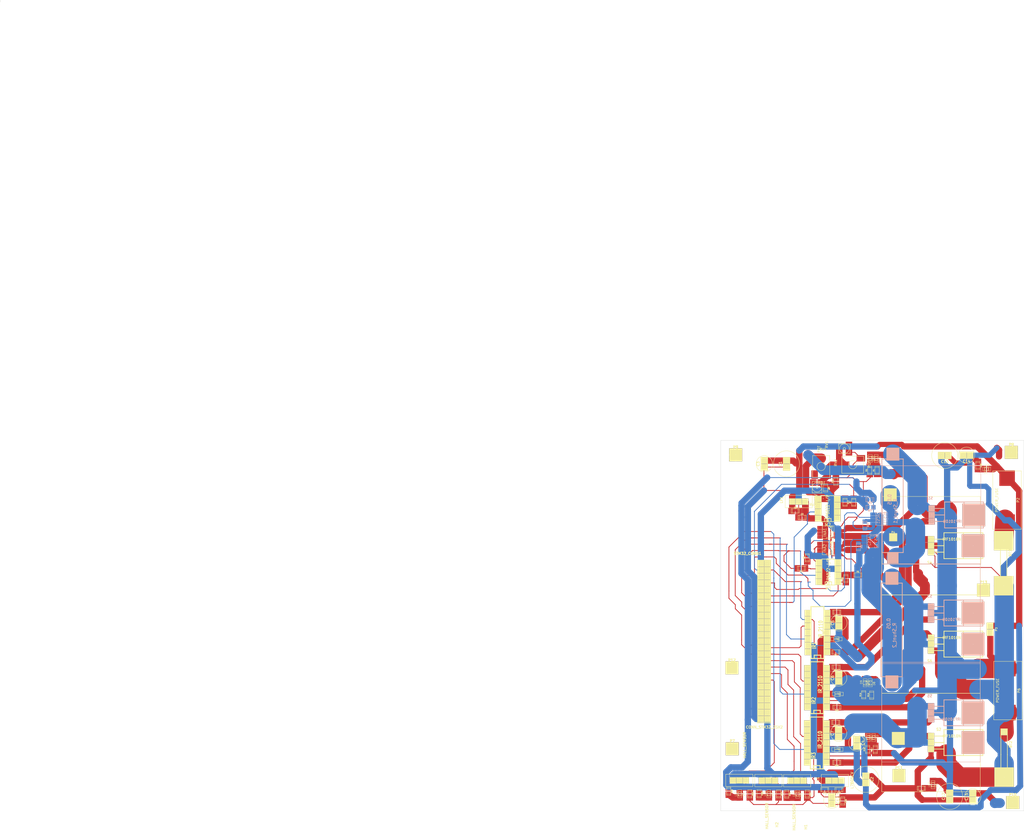
<source format=kicad_pcb>
(kicad_pcb (version 3) (host pcbnew "(22-Jun-2014 BZR 4027)-stable")
  (layers (15 F.Cu signal) (0 B.Cu signal hide) (18 B.Paste user) (19 F.Paste user) (20 B.SilkS user) (21 F.SilkS user) (22 B.Mask user) (23 F.Mask user) (28 Edge.Cuts user))
  (net 0 "")
  (net 1 +3.3V)
  (net 2 +48V)
  (net 3 +5V)
  (net 4 GND)
  (net 5 N-000001)
  (net 6 N-0000010)
  (net 7 N-00000100)
  (net 8 N-00000103)
  (net 9 N-00000104)
  (net 10 N-00000107)
  (net 11 N-0000011)
  (net 12 N-00000110)
  (net 13 N-00000111)
  (net 14 N-00000116)
  (net 15 N-00000117)
  (net 16 N-00000118)
  (net 17 N-0000012)
  (net 18 N-0000013)
  (net 19 N-0000014)
  (net 20 N-0000015)
  (net 21 N-0000017)
  (net 22 N-0000018)
  (net 23 N-0000019)
  (net 24 N-000002)
  (net 25 N-0000020)
  (net 26 N-0000021)
  (net 27 N-0000022)
  (net 28 N-0000026)
  (net 29 N-0000028)
  (net 30 N-0000029)
  (net 31 N-000003)
  (net 32 N-0000030)
  (net 33 N-0000031)
  (net 34 N-0000032)
  (net 35 N-0000033)
  (net 36 N-0000034)
  (net 37 N-0000035)
  (net 38 N-0000036)
  (net 39 N-0000037)
  (net 40 N-0000038)
  (net 41 N-000004)
  (net 42 N-0000040)
  (net 43 N-0000044)
  (net 44 N-000005)
  (net 45 N-000006)
  (net 46 N-0000068)
  (net 47 N-000007)
  (net 48 N-0000074)
  (net 49 N-0000076)
  (net 50 N-000008)
  (net 51 N-0000081)
  (net 52 N-0000082)
  (net 53 N-0000083)
  (net 54 N-0000084)
  (net 55 N-0000085)
  (net 56 N-0000086)
  (net 57 N-0000088)
  (net 58 N-000009)
  (net 59 N-0000097)
  (net 60 VCC)
  (net 61 VDD)
  (module fuse_holder_SMD (layer F.Cu) (at 269.5702 162.6108 270)
    (fp_text reference P6 (at 0 -4.318 270) (layer F.SilkS))
    (fp_text value POWER_FUSE (at 0 4.064 270) (layer F.SilkS))
    (pad 2 smd rect (at 8.636 0 270) (size 6.096 6.096) (layers F.Cu F.Paste F.Mask) (net 18 N-0000013))
    (pad 1 smd rect (at -8.636 0 270) (size 6.096 6.096) (layers F.Cu F.Paste F.Mask) (net 2 +48V))
  )
  (module TO220_Big_Heat_Sink_Drain_Sink (layer F.Cu) (at 239.395 144.399)
    (fp_text reference S6 (at -0.508 6.604) (layer F.SilkS) (effects (font (size 1.016 1.016) (thickness 0.2032))))
    (fp_text value IRF1010N (at 8.128 -2.54) (layer F.SilkS) (effects (font (size 1.016 1.016) (thickness 0.2032))))
    (pad 1 thru_hole rect (at 0 2.54) (size 2.4638 2.4638) (drill 0.127) (layers *.Cu *.Mask F.SilkS) (net 4 GND))
    (pad 2 thru_hole rect (at 0 -2.54) (size 2.4638 2.4638) (drill 0.127) (layers *.Cu *.Mask F.SilkS) (net 8 N-00000103))
    (pad 3 thru_hole rect (at 0 0) (size 2.4638 2.4638) (drill 0.127) (layers *.Cu *.Mask F.SilkS) (net 46 N-0000068))
    (pad 3 thru_hole rect (at 16.51 0) (size 8.89 8.89) (drill 0.127) (layers *.Cu *.SilkS *.Mask) (net 46 N-0000068))
  )
  (module DIP-14__300 (layer F.Cu) (at 194.6148 183.1594 90)
    (fp_text reference IR3 (at -5.08 -1.27 90) (layer F.SilkS) (effects (font (size 1.524 1.143) (thickness 0.3048))))
    (fp_text value IR_2110 (at 1.27 1.27 90) (layer F.SilkS) (effects (font (size 1.524 1.143) (thickness 0.3048))))
    (pad 1 thru_hole rect (at -7.62 3.81 90) (size 2.4638 2.4638) (drill 0.127) (layers *.Cu *.Mask F.SilkS) (net 35 N-0000033))
    (pad 2 thru_hole rect (at -5.08 3.81 90) (size 2.4638 2.4638) (drill 0.127) (layers *.Cu *.Mask F.SilkS) (net 4 GND))
    (pad 3 thru_hole rect (at -2.54 3.81 90) (size 2.4638 2.4638) (drill 0.127) (layers *.Cu *.Mask F.SilkS) (net 60 VCC))
    (pad 4 thru_hole rect (at 0 3.81 90) (size 2.4638 2.4638) (drill 0.127) (layers *.Cu *.Mask F.SilkS))
    (pad 5 thru_hole rect (at 2.54 3.81 90) (size 2.4638 2.4638) (drill 0.127) (layers *.Cu *.Mask F.SilkS) (net 49 N-0000076))
    (pad 6 thru_hole rect (at 5.08 3.81 90) (size 2.4638 2.4638) (drill 0.127) (layers *.Cu *.Mask F.SilkS) (net 37 N-0000035))
    (pad 7 thru_hole rect (at 7.62 3.81 90) (size 2.4638 2.4638) (drill 0.127) (layers *.Cu *.Mask F.SilkS) (net 36 N-0000034))
    (pad 8 thru_hole rect (at 7.62 -3.81 90) (size 2.4638 2.4638) (drill 0.127) (layers *.Cu *.Mask F.SilkS))
    (pad 9 thru_hole rect (at 5.08 -3.81 90) (size 2.4638 2.4638) (drill 0.127) (layers *.Cu *.Mask F.SilkS) (net 61 VDD))
    (pad 10 thru_hole rect (at 2.54 -3.81 90) (size 2.4638 2.4638) (drill 0.127) (layers *.Cu *.Mask F.SilkS) (net 6 N-0000010))
    (pad 11 thru_hole rect (at 0 -3.81 90) (size 2.4638 2.4638) (drill 0.127) (layers *.Cu *.Mask F.SilkS))
    (pad 12 thru_hole rect (at -2.54 -3.81 90) (size 2.4638 2.4638) (drill 0.127) (layers *.Cu *.Mask F.SilkS) (net 5 N-000001))
    (pad 13 thru_hole rect (at -5.08 -3.81 90) (size 2.4638 2.4638) (drill 0.127) (layers *.Cu *.Mask F.SilkS) (net 4 GND))
    (pad 14 thru_hole rect (at -7.62 -3.81 90) (size 2.4638 2.4638) (drill 0.127) (layers *.Cu *.Mask F.SilkS))
  )
  (module TO220_small_Heatsink_stand_reduced_area (layer F.Cu) (at 175.6283 197.9041 270)
    (fp_text reference H2 (at 17.3355 -3.3401 270) (layer F.SilkS) (effects (font (size 1.016 1.016) (thickness 0.2032))))
    (fp_text value HALL_SENSOR (at 13.9065 0.5969 270) (layer F.SilkS) (effects (font (size 1.016 1.016) (thickness 0.2032))))
    (pad 1 thru_hole rect (at 0 2.54 270) (size 2.4638 2.4638) (drill 0.127) (layers *.Cu *.Mask F.SilkS) (net 4 GND))
    (pad 2 thru_hole rect (at 0 -2.54 270) (size 2.4638 2.4638) (drill 0.127) (layers *.Cu *.Mask F.SilkS) (net 31 N-000003))
    (pad 3 thru_hole rect (at 0 0 270) (size 2.4638 2.4638) (drill 0.127) (layers *.Cu *.Mask F.SilkS) (net 3 +5V))
  )
  (module TO220_small_Heatsink_stand_reduced_area (layer F.Cu) (at 164.211 197.8406 270)
    (fp_text reference H3 (at -12.827 1.9304 270) (layer F.SilkS) (effects (font (size 1.016 1.016) (thickness 0.2032))))
    (fp_text value HALL_SENSOR (at -13.843 -2.1336 270) (layer F.SilkS) (effects (font (size 1.016 1.016) (thickness 0.2032))))
    (pad 1 thru_hole rect (at 0 2.54 270) (size 2.4638 2.4638) (drill 0.127) (layers *.Cu *.Mask F.SilkS) (net 4 GND))
    (pad 2 thru_hole rect (at 0 -2.54 270) (size 2.4638 2.4638) (drill 0.127) (layers *.Cu *.Mask F.SilkS) (net 42 N-0000040))
    (pad 3 thru_hole rect (at 0 0 270) (size 2.4638 2.4638) (drill 0.127) (layers *.Cu *.Mask F.SilkS) (net 3 +5V))
  )
  (module 10mm_C (layer F.Cu) (at 213.8426 197.4596 90)
    (fp_text reference C2 (at 0 2.413 90) (layer F.SilkS) (effects (font (size 1.016 1.016) (thickness 0.2032))))
    (fp_text value 1000uF hide)
    (pad 1 thru_hole rect (at -1.27 0 90) (size 2.4638 2.4638) (drill 0.127) (layers *.Cu *.Mask F.SilkS) (net 60 VCC))
    (pad 2 thru_hole rect (at 1.27 0 90) (size 2.4638 2.4638) (drill 0.127) (layers *.Cu *.Mask F.SilkS) (net 4 GND))
  )
  (module DIP-8__300 (layer F.Cu) (at 198.9074 91.2622 90)
    (fp_text reference M2 (at -6.35 0 180) (layer F.SilkS) (effects (font (size 1.27 1.143) (thickness 0.2032))))
    (fp_text value MCP6022-I/P (at 0 0 90) (layer F.SilkS) (effects (font (size 1.27 1.016) (thickness 0.2032))))
    (pad 1 thru_hole rect (at -3.81 3.81 90) (size 2.4638 2.4638) (drill 0.127) (layers *.Cu *.Mask F.SilkS) (net 7 N-00000100))
    (pad 2 thru_hole rect (at -1.27 3.81 90) (size 2.4638 2.4638) (drill 0.127) (layers *.Cu *.Mask F.SilkS) (net 7 N-00000100))
    (pad 3 thru_hole rect (at 1.27 3.81 90) (size 2.4638 2.4638) (drill 0.127) (layers *.Cu *.Mask F.SilkS) (net 29 N-0000028))
    (pad 4 thru_hole rect (at 3.81 3.81 90) (size 2.4638 2.4638) (drill 0.127) (layers *.Cu *.Mask F.SilkS) (net 4 GND))
    (pad 5 thru_hole rect (at 3.81 -3.81 90) (size 2.4638 2.4638) (drill 0.127) (layers *.Cu *.Mask F.SilkS) (net 28 N-0000026))
    (pad 6 thru_hole rect (at 1.27 -3.81 90) (size 2.4638 2.4638) (drill 0.127) (layers *.Cu *.Mask F.SilkS) (net 50 N-000008))
    (pad 7 thru_hole rect (at -1.27 -3.81 90) (size 2.4638 2.4638) (drill 0.127) (layers *.Cu *.Mask F.SilkS) (net 50 N-000008))
    (pad 8 thru_hole rect (at -3.81 -3.81 90) (size 2.4638 2.4638) (drill 0.127) (layers *.Cu *.Mask F.SilkS) (net 1 +3.3V))
  )
  (module R_Shunt (layer B.Cu) (at 224.4344 89.9414 270)
    (fp_text reference R_Shunt_1 (at 2.286 -1.016 270) (layer B.SilkS) (effects (font (size 1.397 1.27) (thickness 0.2032)) (justify mirror)))
    (fp_text value 0.05 (at -2.286 1.27 270) (layer B.SilkS) (effects (font (size 1.397 1.27) (thickness 0.2032)) (justify mirror)))
    (pad 1 thru_hole rect (at -20.066 0 270) (size 5.08 5.08) (drill 0.127) (layers *.Cu *.Mask B.SilkS) (net 48 N-0000074))
    (pad 2 thru_hole rect (at 20.574 0 270) (size 4.445 4.445) (drill 0.127) (layers *.Cu *.Mask B.SilkS) (net 34 N-0000032))
  )
  (module PIN_ARRAY_STM32_25X2 (layer F.Cu) (at 173.6598 140.9954)
    (fp_text reference STM32_CONN1 (at -6.223 -32.131) (layer F.SilkS) (effects (font (size 1.016 1.016) (thickness 0.27432))))
    (fp_text value CONN_STM32_25X2 (at 0.35 35.975) (layer F.SilkS) (effects (font (size 1.016 1.016) (thickness 0.2032))))
    (pad 1 thru_hole rect (at -0.9939 -28.2205 270) (size 2.4638 2.4638) (drill 0.127) (layers *.Cu *.Mask F.SilkS) (net 4 GND))
    (pad 2 thru_hole rect (at 1.524 -28.194 270) (size 2.4638 2.4638) (drill 0.127) (layers *.Cu *.Mask F.SilkS) (net 4 GND))
    (pad 11 thru_hole rect (at -0.9939 -15.5205 270) (size 2.4638 2.4638) (drill 0.127) (layers *.Cu *.Mask F.SilkS))
    (pad 4 thru_hole rect (at 1.5461 -25.6805 270) (size 2.4638 2.4638) (drill 0.127) (layers *.Cu *.Mask F.SilkS) (net 61 VDD))
    (pad 13 thru_hole rect (at -0.9939 -12.9805 270) (size 2.4638 2.4638) (drill 0.127) (layers *.Cu *.Mask F.SilkS) (net 27 N-0000022))
    (pad 6 thru_hole rect (at 1.5461 -23.1405 270) (size 2.4638 2.4638) (drill 0.127) (layers *.Cu *.Mask F.SilkS))
    (pad 15 thru_hole rect (at -0.9939 -10.4405 270) (size 2.4638 2.4638) (drill 0.127) (layers *.Cu *.Mask F.SilkS))
    (pad 8 thru_hole rect (at 1.5461 -20.6005 270) (size 2.4638 2.4638) (drill 0.127) (layers *.Cu *.Mask F.SilkS) (net 43 N-0000044))
    (pad 17 thru_hole rect (at -0.9939 -7.9005 270) (size 2.4638 2.4638) (drill 0.127) (layers *.Cu *.Mask F.SilkS))
    (pad 10 thru_hole rect (at 1.5461 -18.0605 270) (size 2.4638 2.4638) (drill 0.127) (layers *.Cu *.Mask F.SilkS))
    (pad 19 thru_hole rect (at -0.9939 -5.3605 270) (size 2.4638 2.4638) (drill 0.127) (layers *.Cu *.Mask F.SilkS))
    (pad 12 thru_hole rect (at 1.5461 -15.5205 270) (size 2.4638 2.4638) (drill 0.127) (layers *.Cu *.Mask F.SilkS) (net 21 N-0000017))
    (pad 21 thru_hole rect (at -0.9939 -2.8205 270) (size 2.4638 2.4638) (drill 0.127) (layers *.Cu *.Mask F.SilkS))
    (pad 14 thru_hole rect (at 1.5461 -12.9805 270) (size 2.4638 2.4638) (drill 0.127) (layers *.Cu *.Mask F.SilkS) (net 50 N-000008))
    (pad 23 thru_hole rect (at -0.9939 -0.2805 270) (size 2.4638 2.4638) (drill 0.127) (layers *.Cu *.Mask F.SilkS))
    (pad 16 thru_hole rect (at 1.5461 -10.4405 270) (size 2.4638 2.4638) (drill 0.127) (layers *.Cu *.Mask F.SilkS))
    (pad 25 thru_hole rect (at -0.9939 2.2595 270) (size 2.4638 2.4638) (drill 0.127) (layers *.Cu *.Mask F.SilkS) (net 11 N-0000011))
    (pad 18 thru_hole rect (at 1.5461 -7.9005 270) (size 2.4638 2.4638) (drill 0.127) (layers *.Cu *.Mask F.SilkS))
    (pad 27 thru_hole rect (at -0.9939 4.7995 270) (size 2.4638 2.4638) (drill 0.127) (layers *.Cu *.Mask F.SilkS) (net 17 N-0000012))
    (pad 20 thru_hole rect (at 1.5461 -5.3605 270) (size 2.4638 2.4638) (drill 0.127) (layers *.Cu *.Mask F.SilkS))
    (pad 29 thru_hole rect (at -0.9939 7.3395 270) (size 2.4638 2.4638) (drill 0.127) (layers *.Cu *.Mask F.SilkS) (net 5 N-000001))
    (pad 22 thru_hole rect (at 1.5461 -2.8205 270) (size 2.4638 2.4638) (drill 0.127) (layers *.Cu *.Mask F.SilkS))
    (pad 31 thru_hole rect (at -0.9939 9.8795 270) (size 2.4638 2.4638) (drill 0.127) (layers *.Cu *.Mask F.SilkS))
    (pad 24 thru_hole rect (at 1.5461 -0.2805 270) (size 2.4638 2.4638) (drill 0.127) (layers *.Cu *.Mask F.SilkS))
    (pad 26 thru_hole rect (at 1.5461 2.2595 270) (size 2.4638 2.4638) (drill 0.127) (layers *.Cu *.Mask F.SilkS))
    (pad 33 thru_hole rect (at -0.9939 12.4195 270) (size 2.4638 2.4638) (drill 0.127) (layers *.Cu *.Mask F.SilkS))
    (pad 28 thru_hole rect (at 1.5461 4.7995 270) (size 2.4638 2.4638) (drill 0.127) (layers *.Cu *.Mask F.SilkS) (net 41 N-000004))
    (pad 32 thru_hole rect (at 1.5461 9.8795 270) (size 2.4638 2.4638) (drill 0.127) (layers *.Cu *.Mask F.SilkS) (net 6 N-0000010))
    (pad 34 thru_hole rect (at 1.5461 12.4195 270) (size 2.4638 2.4638) (drill 0.127) (layers *.Cu *.Mask F.SilkS) (net 24 N-000002))
    (pad 36 thru_hole rect (at 1.5461 14.9595 270) (size 2.4638 2.4638) (drill 0.127) (layers *.Cu *.Mask F.SilkS) (net 31 N-000003))
    (pad 38 thru_hole rect (at 1.5461 17.4995 270) (size 2.4638 2.4638) (drill 0.127) (layers *.Cu *.Mask F.SilkS) (net 42 N-0000040))
    (pad 35 thru_hole rect (at -0.9939 14.9595 270) (size 2.4638 2.4638) (drill 0.127) (layers *.Cu *.Mask F.SilkS))
    (pad 37 thru_hole rect (at -0.9939 17.4995 270) (size 2.4638 2.4638) (drill 0.127) (layers *.Cu *.Mask F.SilkS))
    (pad 3 thru_hole rect (at -0.9939 -25.6805 270) (size 2.4638 2.4638) (drill 0.127) (layers *.Cu *.Mask F.SilkS) (net 61 VDD))
    (pad 5 thru_hole rect (at -0.9939 -23.1405 270) (size 2.4638 2.4638) (drill 0.127) (layers *.Cu *.Mask F.SilkS))
    (pad 7 thru_hole rect (at -0.9939 -20.6005 270) (size 2.4638 2.4638) (drill 0.127) (layers *.Cu *.Mask F.SilkS))
    (pad 9 thru_hole rect (at -0.9939 -18.0605 270) (size 2.4638 2.4638) (drill 0.127) (layers *.Cu *.Mask F.SilkS) (net 57 N-0000088))
    (pad 39 thru_hole rect (at -0.9939 20.0395 270) (size 2.4638 2.4638) (drill 0.127) (layers *.Cu *.Mask F.SilkS))
    (pad 40 thru_hole rect (at 1.5461 20.0395 270) (size 2.4638 2.4638) (drill 0.127) (layers *.Cu *.Mask F.SilkS))
    (pad 30 thru_hole rect (at 1.5461 7.3395 270) (size 2.4638 2.4638) (drill 0.127) (layers *.Cu *.Mask F.SilkS) (net 58 N-000009))
    (pad 41 thru_hole rect (at -0.9939 22.5795 270) (size 2.4638 2.4638) (drill 0.127) (layers *.Cu *.Mask F.SilkS))
    (pad 42 thru_hole rect (at 1.5461 22.5795 270) (size 2.4638 2.4638) (drill 0.127) (layers *.Cu *.Mask F.SilkS))
    (pad 43 thru_hole rect (at -0.9939 25.1195 270) (size 2.4638 2.4638) (drill 0.127) (layers *.Cu *.Mask F.SilkS))
    (pad 44 thru_hole rect (at 1.5461 25.1195 270) (size 2.4638 2.4638) (drill 0.127) (layers *.Cu *.Mask F.SilkS))
    (pad 45 thru_hole rect (at -0.9939 27.6595 270) (size 2.4638 2.4638) (drill 0.127) (layers *.Cu *.Mask F.SilkS))
    (pad 46 thru_hole rect (at 1.5461 27.6595 270) (size 2.4638 2.4638) (drill 0.127) (layers *.Cu *.Mask F.SilkS))
    (pad 47 thru_hole rect (at -0.9939 30.1995 270) (size 2.4638 2.4638) (drill 0.127) (layers *.Cu *.Mask F.SilkS))
    (pad 48 thru_hole rect (at 1.5461 30.1995 270) (size 2.4638 2.4638) (drill 0.127) (layers *.Cu *.Mask F.SilkS))
    (pad 49 thru_hole rect (at -0.9939 32.7395 270) (size 2.4638 2.4638) (drill 0.127) (layers *.Cu *.Mask F.SilkS) (net 4 GND))
    (pad 50 thru_hole rect (at 1.5461 32.7395 270) (size 2.4638 2.4638) (drill 0.127) (layers *.Cu *.Mask F.SilkS) (net 4 GND))
  )
  (module R_Shunt (layer B.Cu) (at 224.0534 138.6332 270)
    (fp_text reference R_Shunt_2 (at 2.286 -1.016 270) (layer B.SilkS) (effects (font (size 1.397 1.27) (thickness 0.2032)) (justify mirror)))
    (fp_text value 0.05 (at -2.286 1.27 270) (layer B.SilkS) (effects (font (size 1.397 1.27) (thickness 0.2032)) (justify mirror)))
    (pad 1 thru_hole rect (at -20.066 0 270) (size 5.08 5.08) (drill 0.127) (layers *.Cu *.Mask B.SilkS) (net 46 N-0000068))
    (pad 2 thru_hole rect (at 20.574 0 270) (size 5.08 5.08) (drill 0.127) (layers *.Cu *.Mask B.SilkS) (net 53 N-0000083))
  )
  (module PIN_ARRAY_1 (layer F.Cu) (at 223.4184 85.8266)
    (fp_text reference P1 (at 0 -1.905) (layer F.SilkS) (effects (font (size 0.762 0.762) (thickness 0.1524))))
    (fp_text value CONN_1 hide)
    (pad 1 thru_hole rect (at 0 0) (size 5.08 5.08) (drill 0.127) (layers *.Cu *.Mask F.SilkS) (net 51 N-0000081))
  )
  (module PIN_ARRAY_1 (layer F.Cu) (at 224.5614 102.4636)
    (fp_text reference P4 (at 0 -1.905) (layer F.SilkS) (effects (font (size 0.762 0.762) (thickness 0.1524))))
    (fp_text value CONN_1 hide)
    (pad 1 thru_hole rect (at 0 0) (size 3.175 3.175) (drill 0.127) (layers *.Cu *.Mask F.SilkS) (net 52 N-0000082))
  )
  (module DIP-8__300 (layer F.Cu) (at 199.1614 116.1288 90)
    (fp_text reference M1 (at -6.35 0 180) (layer F.SilkS) (effects (font (size 1.27 1.143) (thickness 0.2032))))
    (fp_text value MCP6022-I/P (at 0 0 90) (layer F.SilkS) (effects (font (size 1.27 1.016) (thickness 0.2032))))
    (pad 1 thru_hole rect (at -3.81 3.81 90) (size 2.4638 2.4638) (drill 0.127) (layers *.Cu *.Mask F.SilkS) (net 21 N-0000017))
    (pad 2 thru_hole rect (at -1.27 3.81 90) (size 2.4638 2.4638) (drill 0.127) (layers *.Cu *.Mask F.SilkS) (net 40 N-0000038))
    (pad 3 thru_hole rect (at 1.27 3.81 90) (size 2.4638 2.4638) (drill 0.127) (layers *.Cu *.Mask F.SilkS) (net 39 N-0000037))
    (pad 4 thru_hole rect (at 3.81 3.81 90) (size 2.4638 2.4638) (drill 0.127) (layers *.Cu *.Mask F.SilkS) (net 4 GND))
    (pad 5 thru_hole rect (at 3.81 -3.81 90) (size 2.4638 2.4638) (drill 0.127) (layers *.Cu *.Mask F.SilkS) (net 25 N-0000020))
    (pad 6 thru_hole rect (at 1.27 -3.81 90) (size 2.4638 2.4638) (drill 0.127) (layers *.Cu *.Mask F.SilkS) (net 38 N-0000036))
    (pad 7 thru_hole rect (at -1.27 -3.81 90) (size 2.4638 2.4638) (drill 0.127) (layers *.Cu *.Mask F.SilkS) (net 27 N-0000022))
    (pad 8 thru_hole rect (at -3.81 -3.81 90) (size 2.4638 2.4638) (drill 0.127) (layers *.Cu *.Mask F.SilkS) (net 1 +3.3V))
  )
  (module DIP-14__300 (layer F.Cu) (at 194.691 161.4678 90)
    (fp_text reference IR2 (at -5.08 -1.27 90) (layer F.SilkS) (effects (font (size 1.524 1.143) (thickness 0.3048))))
    (fp_text value IR_2110 (at 1.27 1.27 90) (layer F.SilkS) (effects (font (size 1.524 1.143) (thickness 0.3048))))
    (pad 1 thru_hole rect (at -7.62 3.81 90) (size 2.4638 2.4638) (drill 0.127) (layers *.Cu *.Mask F.SilkS) (net 30 N-0000029))
    (pad 2 thru_hole rect (at -5.08 3.81 90) (size 2.4638 2.4638) (drill 0.127) (layers *.Cu *.Mask F.SilkS) (net 4 GND))
    (pad 3 thru_hole rect (at -2.54 3.81 90) (size 2.4638 2.4638) (drill 0.127) (layers *.Cu *.Mask F.SilkS) (net 60 VCC))
    (pad 4 thru_hole rect (at 0 3.81 90) (size 2.4638 2.4638) (drill 0.127) (layers *.Cu *.Mask F.SilkS))
    (pad 5 thru_hole rect (at 2.54 3.81 90) (size 2.4638 2.4638) (drill 0.127) (layers *.Cu *.Mask F.SilkS) (net 46 N-0000068))
    (pad 6 thru_hole rect (at 5.08 3.81 90) (size 2.4638 2.4638) (drill 0.127) (layers *.Cu *.Mask F.SilkS) (net 33 N-0000031))
    (pad 7 thru_hole rect (at 7.62 3.81 90) (size 2.4638 2.4638) (drill 0.127) (layers *.Cu *.Mask F.SilkS) (net 32 N-0000030))
    (pad 8 thru_hole rect (at 7.62 -3.81 90) (size 2.4638 2.4638) (drill 0.127) (layers *.Cu *.Mask F.SilkS))
    (pad 9 thru_hole rect (at 5.08 -3.81 90) (size 2.4638 2.4638) (drill 0.127) (layers *.Cu *.Mask F.SilkS) (net 61 VDD))
    (pad 10 thru_hole rect (at 2.54 -3.81 90) (size 2.4638 2.4638) (drill 0.127) (layers *.Cu *.Mask F.SilkS) (net 58 N-000009))
    (pad 11 thru_hole rect (at 0 -3.81 90) (size 2.4638 2.4638) (drill 0.127) (layers *.Cu *.Mask F.SilkS))
    (pad 12 thru_hole rect (at -2.54 -3.81 90) (size 2.4638 2.4638) (drill 0.127) (layers *.Cu *.Mask F.SilkS) (net 17 N-0000012))
    (pad 13 thru_hole rect (at -5.08 -3.81 90) (size 2.4638 2.4638) (drill 0.127) (layers *.Cu *.Mask F.SilkS) (net 4 GND))
    (pad 14 thru_hole rect (at -7.62 -3.81 90) (size 2.4638 2.4638) (drill 0.127) (layers *.Cu *.Mask F.SilkS))
  )
  (module DIP-14__300 (layer F.Cu) (at 194.8688 139.8524 90)
    (fp_text reference IR1 (at -5.08 -1.27 90) (layer F.SilkS) (effects (font (size 1.524 1.143) (thickness 0.3048))))
    (fp_text value IR_2110 (at 1.27 1.27 90) (layer F.SilkS) (effects (font (size 1.524 1.143) (thickness 0.3048))))
    (pad 1 thru_hole rect (at -7.62 3.81 90) (size 2.4638 2.4638) (drill 0.127) (layers *.Cu *.Mask F.SilkS) (net 44 N-000005))
    (pad 2 thru_hole rect (at -5.08 3.81 90) (size 2.4638 2.4638) (drill 0.127) (layers *.Cu *.Mask F.SilkS) (net 4 GND))
    (pad 3 thru_hole rect (at -2.54 3.81 90) (size 2.4638 2.4638) (drill 0.127) (layers *.Cu *.Mask F.SilkS) (net 60 VCC))
    (pad 4 thru_hole rect (at 0 3.81 90) (size 2.4638 2.4638) (drill 0.127) (layers *.Cu *.Mask F.SilkS))
    (pad 5 thru_hole rect (at 2.54 3.81 90) (size 2.4638 2.4638) (drill 0.127) (layers *.Cu *.Mask F.SilkS) (net 48 N-0000074))
    (pad 6 thru_hole rect (at 5.08 3.81 90) (size 2.4638 2.4638) (drill 0.127) (layers *.Cu *.Mask F.SilkS) (net 47 N-000007))
    (pad 7 thru_hole rect (at 7.62 3.81 90) (size 2.4638 2.4638) (drill 0.127) (layers *.Cu *.Mask F.SilkS) (net 45 N-000006))
    (pad 8 thru_hole rect (at 7.62 -3.81 90) (size 2.4638 2.4638) (drill 0.127) (layers *.Cu *.Mask F.SilkS))
    (pad 9 thru_hole rect (at 5.08 -3.81 90) (size 2.4638 2.4638) (drill 0.127) (layers *.Cu *.Mask F.SilkS) (net 61 VDD))
    (pad 10 thru_hole rect (at 2.54 -3.81 90) (size 2.4638 2.4638) (drill 0.127) (layers *.Cu *.Mask F.SilkS) (net 41 N-000004))
    (pad 11 thru_hole rect (at 0 -3.81 90) (size 2.4638 2.4638) (drill 0.127) (layers *.Cu *.Mask F.SilkS))
    (pad 12 thru_hole rect (at -2.54 -3.81 90) (size 2.4638 2.4638) (drill 0.127) (layers *.Cu *.Mask F.SilkS) (net 11 N-0000011))
    (pad 13 thru_hole rect (at -5.08 -3.81 90) (size 2.4638 2.4638) (drill 0.127) (layers *.Cu *.Mask F.SilkS) (net 4 GND))
    (pad 14 thru_hole rect (at -7.62 -3.81 90) (size 2.4638 2.4638) (drill 0.127) (layers *.Cu *.Mask F.SilkS))
  )
  (module PIN_ARRAY_1 (layer F.Cu) (at 226.568 181.3814 90)
    (fp_text reference P5 (at 0 -1.905 90) (layer F.SilkS) (effects (font (size 0.762 0.762) (thickness 0.1524))))
    (fp_text value CONN_1 hide)
    (pad 1 thru_hole rect (at 0 0 90) (size 5.08 5.08) (drill 0.127) (layers *.Cu *.Mask F.SilkS) (net 49 N-0000076))
  )
  (module TO220_small_Heatsink_stand_reduced_area (layer F.Cu) (at 186.8805 197.9549 270)
    (fp_text reference H1 (at 18.1737 -3.3909 270) (layer F.SilkS) (effects (font (size 1.016 1.016) (thickness 0.2032))))
    (fp_text value HALL_SENSOR (at 14.3637 1.1811 270) (layer F.SilkS) (effects (font (size 1.016 1.016) (thickness 0.2032))))
    (pad 1 thru_hole rect (at 0 2.54 270) (size 2.4638 2.4638) (drill 0.127) (layers *.Cu *.Mask F.SilkS) (net 4 GND))
    (pad 2 thru_hole rect (at 0 -2.54 270) (size 2.4638 2.4638) (drill 0.127) (layers *.Cu *.Mask F.SilkS) (net 24 N-000002))
    (pad 3 thru_hole rect (at 0 0 270) (size 2.4638 2.4638) (drill 0.127) (layers *.Cu *.Mask F.SilkS) (net 3 +5V))
  )
  (module TO220_small_Heatsink_stand_reduced_area (layer F.Cu) (at 201.7014 197.9422 270)
    (fp_text reference L1 (at -0.635 6.731 270) (layer F.SilkS) (effects (font (size 1.016 1.016) (thickness 0.2032))))
    (fp_text value L7805CV (at -0.127 -6.731 270) (layer F.SilkS) (effects (font (size 1.016 1.016) (thickness 0.2032))))
    (pad 1 thru_hole rect (at 0 2.54 270) (size 2.4638 2.4638) (drill 0.127) (layers *.Cu *.Mask F.SilkS) (net 60 VCC))
    (pad 2 thru_hole rect (at 0 -2.54 270) (size 2.4638 2.4638) (drill 0.127) (layers *.Cu *.Mask F.SilkS) (net 3 +5V))
    (pad 3 thru_hole rect (at 0 0 270) (size 2.4638 2.4638) (drill 0.127) (layers *.Cu *.Mask F.SilkS) (net 4 GND))
  )
  (module TO220_small_Heatsink_stand_reduced_area (layer F.Cu) (at 187.5028 88.4682 270)
    (fp_text reference LF1 (at -0.635 6.731 270) (layer F.SilkS) (effects (font (size 1.016 1.016) (thickness 0.2032))))
    (fp_text value LF33CV (at -0.127 -6.731 270) (layer F.SilkS) (effects (font (size 1.016 1.016) (thickness 0.2032))))
    (pad 1 thru_hole rect (at 0 2.54 270) (size 2.4638 2.4638) (drill 0.127) (layers *.Cu *.Mask F.SilkS) (net 60 VCC))
    (pad 2 thru_hole rect (at 0 -2.54 270) (size 2.4638 2.4638) (drill 0.127) (layers *.Cu *.Mask F.SilkS) (net 1 +3.3V))
    (pad 3 thru_hole rect (at 0 0 270) (size 2.4638 2.4638) (drill 0.127) (layers *.Cu *.Mask F.SilkS) (net 4 GND))
  )
  (module 6mm_C (layer F.Cu) (at 253.3396 70.3072)
    (fp_text reference C14 (at 0 2.413) (layer F.SilkS) (effects (font (size 1.016 1.016) (thickness 0.2032))))
    (fp_text value 100uF hide)
    (pad 1 thru_hole rect (at -1.27 0) (size 2.4638 2.4638) (drill 0.127) (layers *.Cu *.Mask F.SilkS) (net 2 +48V))
    (pad 2 thru_hole rect (at 1.27 0) (size 2.4638 2.4638) (drill 0.127) (layers *.Cu *.Mask F.SilkS) (net 4 GND))
  )
  (module 6mm_C (layer F.Cu) (at 255.76276 204.2414 270)
    (fp_text reference C15 (at 0 2.413 270) (layer F.SilkS) (effects (font (size 1.016 1.016) (thickness 0.2032))))
    (fp_text value 100uF hide)
    (pad 1 thru_hole rect (at -1.27 0 270) (size 2.4638 2.4638) (drill 0.127) (layers *.Cu *.Mask F.SilkS) (net 2 +48V))
    (pad 2 thru_hole rect (at 1.27 0 270) (size 2.4638 2.4638) (drill 0.127) (layers *.Cu *.Mask F.SilkS) (net 4 GND))
  )
  (module 10mm_C (layer F.Cu) (at 246.7102 204.12964 270)
    (fp_text reference C12 (at 0 2.413 270) (layer F.SilkS) (effects (font (size 1.016 1.016) (thickness 0.2032))))
    (fp_text value 1000uF hide)
    (pad 1 thru_hole rect (at -1.27 0 270) (size 2.4638 2.4638) (drill 0.127) (layers *.Cu *.Mask F.SilkS) (net 2 +48V))
    (pad 2 thru_hole rect (at 1.27 0 270) (size 2.4638 2.4638) (drill 0.127) (layers *.Cu *.Mask F.SilkS) (net 4 GND))
  )
  (module 10mm_C (layer F.Cu) (at 244.7798 70.4088)
    (fp_text reference C13 (at 0 2.413) (layer F.SilkS) (effects (font (size 1.016 1.016) (thickness 0.2032))))
    (fp_text value 1000uF hide)
    (pad 1 thru_hole rect (at -1.27 0) (size 2.4638 2.4638) (drill 0.127) (layers *.Cu *.Mask F.SilkS) (net 2 +48V))
    (pad 2 thru_hole rect (at 1.27 0) (size 2.4638 2.4638) (drill 0.127) (layers *.Cu *.Mask F.SilkS) (net 4 GND))
  )
  (module 6mm_C (layer F.Cu) (at 210.2866 183.134 90)
    (fp_text reference C4 (at 0 2.413 90) (layer F.SilkS) (effects (font (size 1.016 1.016) (thickness 0.2032))))
    (fp_text value 100uF hide)
    (pad 1 thru_hole rect (at -1.27 0 90) (size 2.4638 2.4638) (drill 0.127) (layers *.Cu *.Mask F.SilkS) (net 60 VCC))
    (pad 2 thru_hole rect (at 1.27 0 90) (size 2.4638 2.4638) (drill 0.127) (layers *.Cu *.Mask F.SilkS) (net 4 GND))
  )
  (module 6mm_C (layer F.Cu) (at 203.2 157.6578 270)
    (fp_text reference C6 (at 0 2.413 270) (layer F.SilkS) (effects (font (size 1.016 1.016) (thickness 0.2032))))
    (fp_text value 100uF hide)
    (pad 1 thru_hole rect (at -1.27 0 270) (size 2.4638 2.4638) (drill 0.127) (layers *.Cu *.Mask F.SilkS) (net 33 N-0000031))
    (pad 2 thru_hole rect (at 1.27 0 270) (size 2.4638 2.4638) (drill 0.127) (layers *.Cu *.Mask F.SilkS) (net 46 N-0000068))
  )
  (module 6mm_C (layer F.Cu) (at 174.0154 73.6854 270)
    (fp_text reference C3 (at 0 2.413 270) (layer F.SilkS) (effects (font (size 1.016 1.016) (thickness 0.2032))))
    (fp_text value 100uF hide)
    (pad 1 thru_hole rect (at -1.27 0 270) (size 2.4638 2.4638) (drill 0.127) (layers *.Cu *.Mask F.SilkS) (net 60 VCC))
    (pad 2 thru_hole rect (at 1.27 0 270) (size 2.4638 2.4638) (drill 0.127) (layers *.Cu *.Mask F.SilkS) (net 4 GND))
  )
  (module 6mm_C (layer F.Cu) (at 203.2508 136.0424 270)
    (fp_text reference C5 (at 0 2.413 270) (layer F.SilkS) (effects (font (size 1.016 1.016) (thickness 0.2032))))
    (fp_text value 100uF hide)
    (pad 1 thru_hole rect (at -1.27 0 270) (size 2.4638 2.4638) (drill 0.127) (layers *.Cu *.Mask F.SilkS) (net 47 N-000007))
    (pad 2 thru_hole rect (at 1.27 0 270) (size 2.4638 2.4638) (drill 0.127) (layers *.Cu *.Mask F.SilkS) (net 48 N-0000074))
  )
  (module 10mm_C (layer F.Cu) (at 182.7276 73.6854 270)
    (fp_text reference C1 (at 0 2.413 270) (layer F.SilkS) (effects (font (size 1.016 1.016) (thickness 0.2032))))
    (fp_text value 1000uF hide)
    (pad 1 thru_hole rect (at -1.27 0 270) (size 2.4638 2.4638) (drill 0.127) (layers *.Cu *.Mask F.SilkS) (net 60 VCC))
    (pad 2 thru_hole rect (at 1.27 0 270) (size 2.4638 2.4638) (drill 0.127) (layers *.Cu *.Mask F.SilkS) (net 4 GND))
  )
  (module 6mm_C (layer F.Cu) (at 203.1238 179.3494 270)
    (fp_text reference C7 (at 0 2.413 270) (layer F.SilkS) (effects (font (size 1.016 1.016) (thickness 0.2032))))
    (fp_text value 100u hide)
    (pad 1 thru_hole rect (at -1.27 0 270) (size 2.4638 2.4638) (drill 0.127) (layers *.Cu *.Mask F.SilkS) (net 37 N-0000035))
    (pad 2 thru_hole rect (at 1.27 0 270) (size 2.4638 2.4638) (drill 0.127) (layers *.Cu *.Mask F.SilkS) (net 49 N-0000076))
  )
  (module 6mm_C (layer F.Cu) (at 200.5076 205.5876 90)
    (fp_text reference C17 (at 0 2.413 90) (layer F.SilkS) (effects (font (size 1.016 1.016) (thickness 0.2032))))
    (fp_text value 100uF hide)
    (pad 1 thru_hole rect (at -1.27 0 90) (size 2.4638 2.4638) (drill 0.127) (layers *.Cu *.Mask F.SilkS) (net 61 VDD))
    (pad 2 thru_hole rect (at 1.27 0 90) (size 2.4638 2.4638) (drill 0.127) (layers *.Cu *.Mask F.SilkS) (net 4 GND))
  )
  (module INA_148 (layer F.Cu) (at 199.0598 100.5586 90)
    (fp_text reference INA1 (at 0 -1.27 90) (layer F.SilkS) (effects (font (size 1.143 1.016) (thickness 0.127))))
    (fp_text value INA148 (at 0 1.27 90) (layer F.SilkS) (effects (font (size 1.016 1.016) (thickness 0.127))))
    (pad 8 smd rect (at -1.905 -3.175 90) (size 1.2192 2.159) (layers F.Cu F.Paste F.Mask))
    (pad 7 smd rect (at -0.635 -3.175 90) (size 1.2192 2.159) (layers F.Cu F.Paste F.Mask) (net 1 +3.3V))
    (pad 6 smd rect (at 0.635 -3.175 90) (size 1.2192 2.159) (layers F.Cu F.Paste F.Mask) (net 39 N-0000037))
    (pad 5 smd rect (at 1.905 -3.175 90) (size 1.2192 2.159) (layers F.Cu F.Paste F.Mask))
    (pad 4 smd rect (at 1.905 3.175 90) (size 1.2192 2.159) (layers F.Cu F.Paste F.Mask) (net 4 GND))
    (pad 3 smd rect (at 0.635 3.175 90) (size 1.2192 2.159) (layers F.Cu F.Paste F.Mask) (net 48 N-0000074))
    (pad 2 smd rect (at -0.635 3.175 90) (size 1.2192 2.159) (layers F.Cu F.Paste F.Mask) (net 34 N-0000032))
    (pad 1 smd rect (at -1.905 3.175 90) (size 1.2192 2.159) (layers F.Cu F.Paste F.Mask) (net 7 N-00000100))
  )
  (module INA_148 (layer F.Cu) (at 199.009 106.807 90)
    (fp_text reference INA2 (at 0 -1.27 90) (layer F.SilkS) (effects (font (size 1.143 1.016) (thickness 0.127))))
    (fp_text value INA148 (at 0 1.27 90) (layer F.SilkS) (effects (font (size 1.016 1.016) (thickness 0.127))))
    (pad 8 smd rect (at -1.905 -3.175 90) (size 1.2192 2.159) (layers F.Cu F.Paste F.Mask))
    (pad 7 smd rect (at -0.635 -3.175 90) (size 1.2192 2.159) (layers F.Cu F.Paste F.Mask) (net 1 +3.3V))
    (pad 6 smd rect (at 0.635 -3.175 90) (size 1.2192 2.159) (layers F.Cu F.Paste F.Mask) (net 25 N-0000020))
    (pad 5 smd rect (at 1.905 -3.175 90) (size 1.2192 2.159) (layers F.Cu F.Paste F.Mask))
    (pad 4 smd rect (at 1.905 3.175 90) (size 1.2192 2.159) (layers F.Cu F.Paste F.Mask) (net 4 GND))
    (pad 3 smd rect (at 0.635 3.175 90) (size 1.2192 2.159) (layers F.Cu F.Paste F.Mask) (net 46 N-0000068))
    (pad 2 smd rect (at -0.635 3.175 90) (size 1.2192 2.159) (layers F.Cu F.Paste F.Mask) (net 53 N-0000083))
    (pad 1 smd rect (at -1.905 3.175 90) (size 1.2192 2.159) (layers F.Cu F.Paste F.Mask) (net 7 N-00000100))
  )
  (module TO220_Big_Heat_Sink_Drain_Sink (layer B.Cu) (at 239.649 93.726)
    (fp_text reference S1 (at -0.508 -6.604) (layer B.SilkS) (effects (font (size 1.016 1.016) (thickness 0.2032)) (justify mirror)))
    (fp_text value IRF1010N (at 8.128 2.54) (layer B.SilkS) (effects (font (size 1.016 1.016) (thickness 0.2032)) (justify mirror)))
    (pad 1 thru_hole rect (at 0 -2.54) (size 2.4638 2.4638) (drill 0.127) (layers *.Cu *.Mask B.SilkS) (net 48 N-0000074))
    (pad 2 thru_hole rect (at 0 2.54) (size 2.4638 2.4638) (drill 0.127) (layers *.Cu *.Mask B.SilkS) (net 9 N-00000104))
    (pad 3 thru_hole rect (at 0 0) (size 2.4638 2.4638) (drill 0.127) (layers *.Cu *.Mask B.SilkS) (net 2 +48V))
    (pad 3 thru_hole rect (at 16.51 0) (size 8.89 8.89) (drill 0.127) (layers *.Cu *.SilkS *.Mask) (net 2 +48V))
  )
  (module TO220_Big_Heat_Sink_Drain_Sink (layer F.Cu) (at 239.395 105.791)
    (fp_text reference S4 (at -0.508 6.604) (layer F.SilkS) (effects (font (size 1.016 1.016) (thickness 0.2032))))
    (fp_text value IRF1010N (at 8.128 -2.54) (layer F.SilkS) (effects (font (size 1.016 1.016) (thickness 0.2032))))
    (pad 1 thru_hole rect (at 0 2.54) (size 2.4638 2.4638) (drill 0.127) (layers *.Cu *.Mask F.SilkS) (net 4 GND))
    (pad 2 thru_hole rect (at 0 -2.54) (size 2.4638 2.4638) (drill 0.127) (layers *.Cu *.Mask F.SilkS) (net 10 N-00000107))
    (pad 3 thru_hole rect (at 0 0) (size 2.4638 2.4638) (drill 0.127) (layers *.Cu *.Mask F.SilkS) (net 48 N-0000074))
    (pad 3 thru_hole rect (at 16.51 0) (size 8.89 8.89) (drill 0.127) (layers *.Cu *.SilkS *.Mask) (net 48 N-0000074))
  )
  (module TO220_Big_Heat_Sink_Drain_Sink (layer B.Cu) (at 239.395 132.207)
    (fp_text reference S3 (at -0.508 -6.604) (layer B.SilkS) (effects (font (size 1.016 1.016) (thickness 0.2032)) (justify mirror)))
    (fp_text value IRF1010N (at 8.128 2.54) (layer B.SilkS) (effects (font (size 1.016 1.016) (thickness 0.2032)) (justify mirror)))
    (pad 1 thru_hole rect (at 0 -2.54) (size 2.4638 2.4638) (drill 0.127) (layers *.Cu *.Mask B.SilkS) (net 46 N-0000068))
    (pad 2 thru_hole rect (at 0 2.54) (size 2.4638 2.4638) (drill 0.127) (layers *.Cu *.Mask B.SilkS) (net 59 N-0000097))
    (pad 3 thru_hole rect (at 0 0) (size 2.4638 2.4638) (drill 0.127) (layers *.Cu *.Mask B.SilkS) (net 2 +48V))
    (pad 3 thru_hole rect (at 16.51 0) (size 8.89 8.89) (drill 0.127) (layers *.Cu *.SilkS *.Mask) (net 2 +48V))
  )
  (module TO220_Big_Heat_Sink_Drain_Sink (layer F.Cu) (at 239.395 183.007)
    (fp_text reference S2 (at 3.0226 -5.1562) (layer F.SilkS) (effects (font (size 1.016 1.016) (thickness 0.2032))))
    (fp_text value IRF1010N (at 8.128 -2.54) (layer F.SilkS) (effects (font (size 1.016 1.016) (thickness 0.2032))))
    (pad 1 thru_hole rect (at 0 2.54) (size 2.4638 2.4638) (drill 0.127) (layers *.Cu *.Mask F.SilkS) (net 4 GND))
    (pad 2 thru_hole rect (at 0 -2.54) (size 2.4638 2.4638) (drill 0.127) (layers *.Cu *.Mask F.SilkS) (net 12 N-00000110))
    (pad 3 thru_hole rect (at 0 0) (size 2.4638 2.4638) (drill 0.127) (layers *.Cu *.Mask F.SilkS) (net 49 N-0000076))
    (pad 3 thru_hole rect (at 16.51 0) (size 8.89 8.89) (drill 0.127) (layers *.Cu *.SilkS *.Mask) (net 49 N-0000076))
  )
  (module TO220_Big_Heat_Sink_Drain_Sink (layer B.Cu) (at 239.395 171.323)
    (fp_text reference S5 (at -0.508 -6.604) (layer B.SilkS) (effects (font (size 1.016 1.016) (thickness 0.2032)) (justify mirror)))
    (fp_text value IRF1010N (at 8.128 2.54) (layer B.SilkS) (effects (font (size 1.016 1.016) (thickness 0.2032)) (justify mirror)))
    (pad 1 thru_hole rect (at 0 -2.54) (size 2.4638 2.4638) (drill 0.127) (layers *.Cu *.Mask B.SilkS) (net 49 N-0000076))
    (pad 2 thru_hole rect (at 0 2.54) (size 2.4638 2.4638) (drill 0.127) (layers *.Cu *.Mask B.SilkS) (net 13 N-00000111))
    (pad 3 thru_hole rect (at 0 0) (size 2.4638 2.4638) (drill 0.127) (layers *.Cu *.Mask B.SilkS) (net 2 +48V))
    (pad 3 thru_hole rect (at 16.51 0) (size 8.89 8.89) (drill 0.127) (layers *.Cu *.SilkS *.Mask) (net 2 +48V))
  )
  (module ACS712 (layer B.Cu) (at 220.0402 95.3008 270)
    (fp_text reference ACS1 (at 0 1.27 270) (layer B.SilkS) (effects (font (size 1.143 1.016) (thickness 0.127)) (justify mirror)))
    (fp_text value ACS712 (at 0 -1.27 270) (layer B.SilkS) (effects (font (size 1.016 1.016) (thickness 0.127)) (justify mirror)))
    (pad 8 smd rect (at -1.905 3.175 270) (size 1.2192 2.54) (layers B.Cu B.Paste B.Mask) (net 3 +5V))
    (pad 7 smd rect (at -0.635 3.175 270) (size 1.2192 2.54) (layers B.Cu B.Paste B.Mask) (net 43 N-0000044))
    (pad 6 smd rect (at 0.635 3.175 270) (size 1.2192 2.54) (layers B.Cu B.Paste B.Mask) (net 20 N-0000015))
    (pad 5 smd rect (at 1.905 3.175 270) (size 1.2192 2.54) (layers B.Cu B.Paste B.Mask) (net 4 GND))
    (pad 4 smd rect (at 1.905 -3.175 270) (size 1.2192 2.54) (layers B.Cu B.Paste B.Mask) (net 34 N-0000032))
    (pad 3 smd rect (at 0.635 -3.175 270) (size 1.2192 2.54) (layers B.Cu B.Paste B.Mask) (net 34 N-0000032))
    (pad 2 smd rect (at -0.635 -3.175 270) (size 1.2192 2.54) (layers B.Cu B.Paste B.Mask) (net 51 N-0000081))
    (pad 1 smd rect (at -1.905 -3.175 270) (size 1.2192 2.54) (layers B.Cu B.Paste B.Mask) (net 51 N-0000081))
  )
  (module ACS712 (layer B.Cu) (at 216.535 103.9876 270)
    (fp_text reference ACS2 (at 0 1.27 270) (layer B.SilkS) (effects (font (size 1.143 1.016) (thickness 0.127)) (justify mirror)))
    (fp_text value ACS712 (at 0 -1.27 270) (layer B.SilkS) (effects (font (size 1.016 1.016) (thickness 0.127)) (justify mirror)))
    (pad 8 smd rect (at -1.905 3.175 270) (size 1.2192 2.54) (layers B.Cu B.Paste B.Mask) (net 3 +5V))
    (pad 7 smd rect (at -0.635 3.175 270) (size 1.2192 2.54) (layers B.Cu B.Paste B.Mask) (net 57 N-0000088))
    (pad 6 smd rect (at 0.635 3.175 270) (size 1.2192 2.54) (layers B.Cu B.Paste B.Mask) (net 54 N-0000084))
    (pad 5 smd rect (at 1.905 3.175 270) (size 1.2192 2.54) (layers B.Cu B.Paste B.Mask) (net 4 GND))
    (pad 4 smd rect (at 1.905 -3.175 270) (size 1.2192 2.54) (layers B.Cu B.Paste B.Mask) (net 53 N-0000083))
    (pad 3 smd rect (at 0.635 -3.175 270) (size 1.2192 2.54) (layers B.Cu B.Paste B.Mask) (net 53 N-0000083))
    (pad 2 smd rect (at -0.635 -3.175 270) (size 1.2192 2.54) (layers B.Cu B.Paste B.Mask) (net 52 N-0000082))
    (pad 1 smd rect (at -1.905 -3.175 270) (size 1.2192 2.54) (layers B.Cu B.Paste B.Mask) (net 52 N-0000082))
  )
  (module R_1206 (layer F.Cu) (at 202.0062 175.1076 180)
    (fp_text reference R19 (at 0.0254 -1.2954 180) (layer F.SilkS) (effects (font (size 0.50038 0.50038) (thickness 0.11938))))
    (fp_text value 36 hide)
    (pad 1 smd rect (at 1.397 0 180) (size 2.54 2.54) (layers F.Cu F.Paste F.Mask) (net 36 N-0000034))
    (pad 2 smd rect (at -1.397 0 180) (size 2.54 2.54) (layers F.Cu F.Paste F.Mask) (net 13 N-00000111))
  )
  (module R_1206 (layer F.Cu) (at 182.8292 203.2 270)
    (fp_text reference R24 (at 0.0254 -1.2954 270) (layer F.SilkS) (effects (font (size 0.50038 0.50038) (thickness 0.11938))))
    (fp_text value 1k hide)
    (pad 1 smd rect (at 1.397 0 270) (size 2.54 2.54) (layers F.Cu F.Paste F.Mask) (net 16 N-00000118))
    (pad 2 smd rect (at -1.397 0 270) (size 2.54 2.54) (layers F.Cu F.Paste F.Mask) (net 4 GND))
  )
  (module R_1206 (layer F.Cu) (at 190.8556 203.2 270)
    (fp_text reference R21 (at 0.0254 -1.2954 270) (layer F.SilkS) (effects (font (size 0.50038 0.50038) (thickness 0.11938))))
    (fp_text value 1k hide)
    (pad 1 smd rect (at 1.397 0 270) (size 2.54 2.54) (layers F.Cu F.Paste F.Mask) (net 61 VDD))
    (pad 2 smd rect (at -1.397 0 270) (size 2.54 2.54) (layers F.Cu F.Paste F.Mask) (net 24 N-000002))
  )
  (module R_1206 (layer F.Cu) (at 171.958 203.0476 270)
    (fp_text reference R25 (at 0.0254 -1.2954 270) (layer F.SilkS) (effects (font (size 0.50038 0.50038) (thickness 0.11938))))
    (fp_text value 1k hide)
    (pad 1 smd rect (at 1.397 0 270) (size 2.54 2.54) (layers F.Cu F.Paste F.Mask) (net 14 N-00000116))
    (pad 2 smd rect (at -1.397 0 270) (size 2.54 2.54) (layers F.Cu F.Paste F.Mask) (net 4 GND))
  )
  (module R_1206 (layer F.Cu) (at 179.6034 203.1238 270)
    (fp_text reference R22 (at 0.0254 -1.2954 270) (layer F.SilkS) (effects (font (size 0.50038 0.50038) (thickness 0.11938))))
    (fp_text value 1k hide)
    (pad 1 smd rect (at 1.397 0 270) (size 2.54 2.54) (layers F.Cu F.Paste F.Mask) (net 61 VDD))
    (pad 2 smd rect (at -1.397 0 270) (size 2.54 2.54) (layers F.Cu F.Paste F.Mask) (net 31 N-000003))
  )
  (module R_1206 (layer F.Cu) (at 168.3258 203.1238 270)
    (fp_text reference R23 (at 0.0254 -1.2954 270) (layer F.SilkS) (effects (font (size 0.50038 0.50038) (thickness 0.11938))))
    (fp_text value 1k hide)
    (pad 1 smd rect (at 1.397 0 270) (size 2.54 2.54) (layers F.Cu F.Paste F.Mask) (net 61 VDD))
    (pad 2 smd rect (at -1.397 0 270) (size 2.54 2.54) (layers F.Cu F.Paste F.Mask) (net 42 N-0000040))
  )
  (module R_1206 (layer F.Cu) (at 210.6676 117.2718)
    (fp_text reference R5 (at 0.0254 -1.2954) (layer F.SilkS) (effects (font (size 0.50038 0.50038) (thickness 0.11938))))
    (fp_text value 1k hide)
    (pad 1 smd rect (at 1.397 0) (size 2.54 2.54) (layers F.Cu F.Paste F.Mask) (net 7 N-00000100))
    (pad 2 smd rect (at -1.397 0) (size 2.54 2.54) (layers F.Cu F.Paste F.Mask) (net 40 N-0000038))
  )
  (module R_1206 (layer F.Cu) (at 190.8556 110.5408 90)
    (fp_text reference R8 (at 0.0254 -1.2954 90) (layer F.SilkS) (effects (font (size 0.50038 0.50038) (thickness 0.11938))))
    (fp_text value 1k hide)
    (pad 1 smd rect (at 1.397 0 90) (size 2.54 2.54) (layers F.Cu F.Paste F.Mask) (net 7 N-00000100))
    (pad 2 smd rect (at -1.397 0 90) (size 2.54 2.54) (layers F.Cu F.Paste F.Mask) (net 38 N-0000036))
  )
  (module R_1206 (layer F.Cu) (at 188.5696 114.681 180)
    (fp_text reference R11 (at 0.0254 -1.2954 180) (layer F.SilkS) (effects (font (size 0.50038 0.50038) (thickness 0.11938))))
    (fp_text value 1k hide)
    (pad 1 smd rect (at 1.397 0 180) (size 2.54 2.54) (layers F.Cu F.Paste F.Mask) (net 27 N-0000022))
    (pad 2 smd rect (at -1.397 0 180) (size 2.54 2.54) (layers F.Cu F.Paste F.Mask) (net 38 N-0000036))
  )
  (module R_1206 (layer F.Cu) (at 205.994 118.6688 90)
    (fp_text reference R9 (at 0.0254 -1.2954 90) (layer F.SilkS) (effects (font (size 0.50038 0.50038) (thickness 0.11938))))
    (fp_text value 1k hide)
    (pad 1 smd rect (at 1.397 0 90) (size 2.54 2.54) (layers F.Cu F.Paste F.Mask) (net 40 N-0000038))
    (pad 2 smd rect (at -1.397 0 90) (size 2.54 2.54) (layers F.Cu F.Paste F.Mask) (net 21 N-0000017))
  )
  (module R_1206 (layer F.Cu) (at 160.0708 202.057 270)
    (fp_text reference R26 (at 0.0254 -1.2954 270) (layer F.SilkS) (effects (font (size 0.50038 0.50038) (thickness 0.11938))))
    (fp_text value 1k hide)
    (pad 1 smd rect (at 1.397 0 270) (size 2.54 2.54) (layers F.Cu F.Paste F.Mask) (net 15 N-00000117))
    (pad 2 smd rect (at -1.397 0 270) (size 2.54 2.54) (layers F.Cu F.Paste F.Mask) (net 4 GND))
  )
  (module R_1206 (layer F.Cu) (at 218.2368 76.2254 90)
    (fp_text reference R1 (at 0.0254 -1.2954 90) (layer F.SilkS) (effects (font (size 0.50038 0.50038) (thickness 0.11938))))
    (fp_text value 1k hide)
    (pad 1 smd rect (at 1.397 0 90) (size 2.54 2.54) (layers F.Cu F.Paste F.Mask) (net 26 N-0000021))
    (pad 2 smd rect (at -1.397 0 90) (size 2.54 2.54) (layers F.Cu F.Paste F.Mask) (net 2 +48V))
  )
  (module R_1206 (layer F.Cu) (at 215.3666 76.2762 90)
    (fp_text reference R3 (at 0.0254 -1.2954 90) (layer F.SilkS) (effects (font (size 0.50038 0.50038) (thickness 0.11938))))
    (fp_text value 1k hide)
    (pad 1 smd rect (at 1.397 0 90) (size 2.54 2.54) (layers F.Cu F.Paste F.Mask) (net 26 N-0000021))
    (pad 2 smd rect (at -1.397 0 90) (size 2.54 2.54) (layers F.Cu F.Paste F.Mask) (net 4 GND))
  )
  (module R_1206 (layer F.Cu) (at 216.1032 164.3888 90)
    (fp_text reference R13 (at 0.0254 -1.2954 90) (layer F.SilkS) (effects (font (size 0.50038 0.50038) (thickness 0.11938))))
    (fp_text value 1k hide)
    (pad 1 smd rect (at 1.397 0 90) (size 2.54 2.54) (layers F.Cu F.Paste F.Mask) (net 23 N-0000019))
    (pad 2 smd rect (at -1.397 0 90) (size 2.54 2.54) (layers F.Cu F.Paste F.Mask) (net 2 +48V))
  )
  (module R_1206 (layer F.Cu) (at 212.979 164.2872 90)
    (fp_text reference R15 (at 0.0254 -1.2954 90) (layer F.SilkS) (effects (font (size 0.50038 0.50038) (thickness 0.11938))))
    (fp_text value 1k hide)
    (pad 1 smd rect (at 1.397 0 90) (size 2.54 2.54) (layers F.Cu F.Paste F.Mask) (net 23 N-0000019))
    (pad 2 smd rect (at -1.397 0 90) (size 2.54 2.54) (layers F.Cu F.Paste F.Mask) (net 4 GND))
  )
  (module R_1206 (layer F.Cu) (at 217.5256 185.7248 90)
    (fp_text reference R17 (at 0.0254 -1.2954 90) (layer F.SilkS) (effects (font (size 0.50038 0.50038) (thickness 0.11938))))
    (fp_text value 1k hide)
    (pad 1 smd rect (at 1.397 0 90) (size 2.54 2.54) (layers F.Cu F.Paste F.Mask) (net 22 N-0000018))
    (pad 2 smd rect (at -1.397 0 90) (size 2.54 2.54) (layers F.Cu F.Paste F.Mask) (net 2 +48V))
  )
  (module R_1206 (layer F.Cu) (at 214.5538 185.7248 90)
    (fp_text reference R18 (at 0.0254 -1.2954 90) (layer F.SilkS) (effects (font (size 0.50038 0.50038) (thickness 0.11938))))
    (fp_text value 1k hide)
    (pad 1 smd rect (at 1.397 0 90) (size 2.54 2.54) (layers F.Cu F.Paste F.Mask) (net 22 N-0000018))
    (pad 2 smd rect (at -1.397 0 90) (size 2.54 2.54) (layers F.Cu F.Paste F.Mask) (net 4 GND))
  )
  (module R_1206 (layer F.Cu) (at 202.438 190.8302 180)
    (fp_text reference R20 (at 0.0254 -1.2954 180) (layer F.SilkS) (effects (font (size 0.50038 0.50038) (thickness 0.11938))))
    (fp_text value 36 hide)
    (pad 1 smd rect (at 1.397 0 180) (size 2.54 2.54) (layers F.Cu F.Paste F.Mask) (net 35 N-0000033))
    (pad 2 smd rect (at -1.397 0 180) (size 2.54 2.54) (layers F.Cu F.Paste F.Mask) (net 12 N-00000110))
  )
  (module R_1206 (layer F.Cu) (at 202.1586 153.416 180)
    (fp_text reference R14 (at 0.0254 -1.2954 180) (layer F.SilkS) (effects (font (size 0.50038 0.50038) (thickness 0.11938))))
    (fp_text value 36 hide)
    (pad 1 smd rect (at 1.397 0 180) (size 2.54 2.54) (layers F.Cu F.Paste F.Mask) (net 32 N-0000030))
    (pad 2 smd rect (at -1.397 0 180) (size 2.54 2.54) (layers F.Cu F.Paste F.Mask) (net 59 N-0000097))
  )
  (module R_1206 (layer F.Cu) (at 202.4888 169.164 180)
    (fp_text reference R16 (at 0.0254 -1.2954 180) (layer F.SilkS) (effects (font (size 0.50038 0.50038) (thickness 0.11938))))
    (fp_text value 36 hide)
    (pad 1 smd rect (at 1.397 0 180) (size 2.54 2.54) (layers F.Cu F.Paste F.Mask) (net 30 N-0000029))
    (pad 2 smd rect (at -1.397 0 180) (size 2.54 2.54) (layers F.Cu F.Paste F.Mask) (net 8 N-00000103))
  )
  (module R_1206 (layer F.Cu) (at 198.0438 83.1342 270)
    (fp_text reference R6 (at 0.0254 -1.2954 270) (layer F.SilkS) (effects (font (size 0.50038 0.50038) (thickness 0.11938))))
    (fp_text value 3.9k hide)
    (pad 1 smd rect (at 1.397 0 270) (size 2.54 2.54) (layers F.Cu F.Paste F.Mask) (net 2 +48V))
    (pad 2 smd rect (at -1.397 0 270) (size 2.54 2.54) (layers F.Cu F.Paste F.Mask) (net 28 N-0000026))
  )
  (module R_1206 (layer F.Cu) (at 202.0824 80.5434 90)
    (fp_text reference R10 (at 0.0254 -1.2954 90) (layer F.SilkS) (effects (font (size 0.50038 0.50038) (thickness 0.11938))))
    (fp_text value 1k hide)
    (pad 1 smd rect (at 1.397 0 90) (size 2.54 2.54) (layers F.Cu F.Paste F.Mask) (net 4 GND))
    (pad 2 smd rect (at -1.397 0 90) (size 2.54 2.54) (layers F.Cu F.Paste F.Mask) (net 28 N-0000026))
  )
  (module R_1206 (layer F.Cu) (at 202.057 147.4724 180)
    (fp_text reference R4 (at 0.0254 -1.2954 180) (layer F.SilkS) (effects (font (size 0.50038 0.50038) (thickness 0.11938))))
    (fp_text value 36 hide)
    (pad 1 smd rect (at 1.397 0 180) (size 2.54 2.54) (layers F.Cu F.Paste F.Mask) (net 44 N-000005))
    (pad 2 smd rect (at -1.397 0 180) (size 2.54 2.54) (layers F.Cu F.Paste F.Mask) (net 10 N-00000107))
  )
  (module R_1206 (layer F.Cu) (at 202.4126 131.8514 180)
    (fp_text reference R2 (at 0.0254 -1.2954 180) (layer F.SilkS) (effects (font (size 0.50038 0.50038) (thickness 0.11938))))
    (fp_text value 36 hide)
    (pad 1 smd rect (at 1.397 0 180) (size 2.54 2.54) (layers F.Cu F.Paste F.Mask) (net 45 N-000006))
    (pad 2 smd rect (at -1.397 0 180) (size 2.54 2.54) (layers F.Cu F.Paste F.Mask) (net 9 N-00000104))
  )
  (module R_1206 (layer F.Cu) (at 205.6638 88.7476 270)
    (fp_text reference R12 (at 0.0254 -1.2954 270) (layer F.SilkS) (effects (font (size 0.50038 0.50038) (thickness 0.11938))))
    (fp_text value 1k hide)
    (pad 1 smd rect (at 1.397 0 270) (size 2.54 2.54) (layers F.Cu F.Paste F.Mask) (net 29 N-0000028))
    (pad 2 smd rect (at -1.397 0 270) (size 2.54 2.54) (layers F.Cu F.Paste F.Mask) (net 4 GND))
  )
  (module R_1206 (layer F.Cu) (at 209.0674 88.7476 90)
    (fp_text reference R7 (at 0.0254 -1.2954 90) (layer F.SilkS) (effects (font (size 0.50038 0.50038) (thickness 0.11938))))
    (fp_text value 1k hide)
    (pad 1 smd rect (at 1.397 0 90) (size 2.54 2.54) (layers F.Cu F.Paste F.Mask) (net 61 VDD))
    (pad 2 smd rect (at -1.397 0 90) (size 2.54 2.54) (layers F.Cu F.Paste F.Mask) (net 29 N-0000028))
  )
  (module c_1206 (layer F.Cu) (at 186.1058 92.1512)
    (fp_text reference C8 (at 0.0254 -1.2954) (layer F.SilkS) (effects (font (size 0.50038 0.50038) (thickness 0.11938))))
    (fp_text value 0.1uF hide)
    (pad 1 smd rect (at 1.397 0) (size 2.54 2.54) (layers F.Cu F.Paste F.Mask) (net 4 GND))
    (pad 2 smd rect (at -1.397 0) (size 2.54 2.54) (layers F.Cu F.Paste F.Mask) (net 60 VCC))
  )
  (module c_1206 (layer F.Cu) (at 188.8236 94.6912)
    (fp_text reference C9 (at 0.0254 -1.2954) (layer F.SilkS) (effects (font (size 0.50038 0.50038) (thickness 0.11938))))
    (fp_text value 2.2uF hide)
    (pad 1 smd rect (at 1.397 0) (size 2.54 2.54) (layers F.Cu F.Paste F.Mask) (net 1 +3.3V))
    (pad 2 smd rect (at -1.397 0) (size 2.54 2.54) (layers F.Cu F.Paste F.Mask) (net 4 GND))
  )
  (module c_1206 (layer F.Cu) (at 197.7136 201.4982 180)
    (fp_text reference C11 (at 0.0254 -1.2954 180) (layer F.SilkS) (effects (font (size 0.50038 0.50038) (thickness 0.11938))))
    (fp_text value 0.33uF hide)
    (pad 1 smd rect (at 1.397 0 180) (size 2.54 2.54) (layers F.Cu F.Paste F.Mask) (net 4 GND))
    (pad 2 smd rect (at -1.397 0 180) (size 2.54 2.54) (layers F.Cu F.Paste F.Mask) (net 60 VCC))
  )
  (module c_1206 (layer F.Cu) (at 203.2889 201.5109 180)
    (fp_text reference C10 (at 0.0254 -1.2954 180) (layer F.SilkS) (effects (font (size 0.50038 0.50038) (thickness 0.11938))))
    (fp_text value 0.1uF hide)
    (pad 1 smd rect (at 1.397 0 180) (size 2.54 2.54) (layers F.Cu F.Paste F.Mask) (net 4 GND))
    (pad 2 smd rect (at -1.397 0 180) (size 2.54 2.54) (layers F.Cu F.Paste F.Mask) (net 3 +5V))
  )
  (module c_1206 (layer B.Cu) (at 213.4616 97.7138 90)
    (fp_text reference C19 (at 0.0254 1.2954 90) (layer B.SilkS) (effects (font (size 0.50038 0.50038) (thickness 0.11938)) (justify mirror)))
    (fp_text value 1nF hide)
    (pad 1 smd rect (at 1.397 0 90) (size 1.6002 1.8034) (layers B.Cu B.Paste B.Mask) (net 20 N-0000015))
    (pad 2 smd rect (at -1.397 0 90) (size 1.6002 1.8034) (layers B.Cu B.Paste B.Mask) (net 4 GND))
  )
  (module c_1206 (layer B.Cu) (at 215.4428 90.7288)
    (fp_text reference C18 (at 0.0254 1.2954) (layer B.SilkS) (effects (font (size 0.50038 0.50038) (thickness 0.11938)) (justify mirror)))
    (fp_text value 0.1uF hide)
    (pad 1 smd rect (at 1.397 0) (size 1.6002 1.8034) (layers B.Cu B.Paste B.Mask) (net 3 +5V))
    (pad 2 smd rect (at -1.397 0) (size 1.6002 1.8034) (layers B.Cu B.Paste B.Mask) (net 4 GND))
  )
  (module c_1206 (layer B.Cu) (at 210.9216 106.1974 90)
    (fp_text reference C21 (at 0.0254 1.2954 90) (layer B.SilkS) (effects (font (size 0.50038 0.50038) (thickness 0.11938)) (justify mirror)))
    (fp_text value 1nF hide)
    (pad 1 smd rect (at 1.397 0 90) (size 1.6002 1.8034) (layers B.Cu B.Paste B.Mask) (net 54 N-0000084))
    (pad 2 smd rect (at -1.397 0 90) (size 1.6002 1.8034) (layers B.Cu B.Paste B.Mask) (net 4 GND))
  )
  (module c_1206 (layer B.Cu) (at 215.4428 87.7316)
    (fp_text reference C20 (at 0.0254 1.2954) (layer B.SilkS) (effects (font (size 0.50038 0.50038) (thickness 0.11938)) (justify mirror)))
    (fp_text value 0.1uF hide)
    (pad 1 smd rect (at 1.397 0) (size 1.6002 1.8034) (layers B.Cu B.Paste B.Mask) (net 3 +5V))
    (pad 2 smd rect (at -1.397 0) (size 1.6002 1.8034) (layers B.Cu B.Paste B.Mask) (net 4 GND))
  )
  (module LED-1206 (layer F.Cu) (at 164.3888 203.0984 270)
    (fp_text reference D4 (at 0.254 -1.524 270) (layer F.SilkS) (effects (font (size 0.762 0.762) (thickness 0.0889))))
    (fp_text value LED (at 0 1.524 270) (layer F.SilkS) (effects (font (size 0.762 0.762) (thickness 0.0889))))
    (pad 1 smd rect (at -1.41986 0 270) (size 2.54 2.54) (layers F.Cu F.Paste F.Mask) (net 42 N-0000040))
    (pad 2 smd rect (at 1.41986 0 270) (size 2.54 2.54) (layers F.Cu F.Paste F.Mask) (net 15 N-00000117))
  )
  (module LED-1206 (layer F.Cu) (at 175.7934 203.073 270)
    (fp_text reference D3 (at 0.254 -1.524 270) (layer F.SilkS) (effects (font (size 0.762 0.762) (thickness 0.0889))))
    (fp_text value LED (at 0 1.524 270) (layer F.SilkS) (effects (font (size 0.762 0.762) (thickness 0.0889))))
    (pad 1 smd rect (at -1.41986 0 270) (size 2.54 2.54) (layers F.Cu F.Paste F.Mask) (net 31 N-000003))
    (pad 2 smd rect (at 1.41986 0 270) (size 2.54 2.54) (layers F.Cu F.Paste F.Mask) (net 14 N-00000116))
  )
  (module LED-1206 (layer F.Cu) (at 187.071 203.2254 270)
    (fp_text reference D2 (at 0.254 -1.524 270) (layer F.SilkS) (effects (font (size 0.762 0.762) (thickness 0.0889))))
    (fp_text value LED (at 0 1.524 270) (layer F.SilkS) (effects (font (size 0.762 0.762) (thickness 0.0889))))
    (pad 1 smd rect (at -1.41986 0 270) (size 2.54 2.54) (layers F.Cu F.Paste F.Mask) (net 24 N-000002))
    (pad 2 smd rect (at 1.41986 0 270) (size 2.54 2.54) (layers F.Cu F.Paste F.Mask) (net 16 N-00000118))
  )
  (module R_1206 (layer F.Cu) (at 235.6104 200.9394 180)
    (fp_text reference R27 (at 0.0254 -1.2954 180) (layer F.SilkS) (effects (font (size 0.50038 0.50038) (thickness 0.11938))))
    (fp_text value R hide)
    (pad 1 smd rect (at 1.397 0 180) (size 2.54 2.54) (layers F.Cu F.Paste F.Mask) (net 4 GND))
    (pad 2 smd rect (at -1.397 0 180) (size 2.54 2.54) (layers F.Cu F.Paste F.Mask) (net 55 N-0000085))
  )
  (module R_1206 (layer F.Cu) (at 257.81 74.3204 270)
    (fp_text reference R28 (at 0.0254 -1.2954 270) (layer F.SilkS) (effects (font (size 0.50038 0.50038) (thickness 0.11938))))
    (fp_text value R hide)
    (pad 1 smd rect (at 1.397 0 270) (size 2.54 2.54) (layers F.Cu F.Paste F.Mask) (net 56 N-0000086))
    (pad 2 smd rect (at -1.397 0 270) (size 2.54 2.54) (layers F.Cu F.Paste F.Mask) (net 4 GND))
  )
  (module LED-1206 (layer F.Cu) (at 240.1824 199.517 270)
    (fp_text reference D5 (at 0.254 -1.524 270) (layer F.SilkS) (effects (font (size 0.762 0.762) (thickness 0.0889))))
    (fp_text value LED (at 0 1.524 270) (layer F.SilkS) (effects (font (size 0.762 0.762) (thickness 0.0889))))
    (pad 1 smd rect (at -1.41986 0 270) (size 2.54 2.54) (layers F.Cu F.Paste F.Mask) (net 2 +48V))
    (pad 2 smd rect (at 1.41986 0 270) (size 2.54 2.54) (layers F.Cu F.Paste F.Mask) (net 55 N-0000085))
  )
  (module LED-1206 (layer F.Cu) (at 261.1882 75.7174 180)
    (fp_text reference D1 (at 0.254 -1.524 180) (layer F.SilkS) (effects (font (size 0.762 0.762) (thickness 0.0889))))
    (fp_text value LED (at 0 1.524 180) (layer F.SilkS) (effects (font (size 0.762 0.762) (thickness 0.0889))))
    (pad 1 smd rect (at -1.41986 0 180) (size 2.54 2.54) (layers F.Cu F.Paste F.Mask) (net 60 VCC))
    (pad 2 smd rect (at 1.41986 0 180) (size 2.54 2.54) (layers F.Cu F.Paste F.Mask) (net 56 N-0000086))
  )
  (module fuse_holder_SMD (layer F.Cu) (at 269.24 87.9094 270)
    (fp_text reference P2 (at 0 -4.318 270) (layer F.SilkS))
    (fp_text value POWER_FUSE (at 0 4.064 270) (layer F.SilkS))
    (pad 2 smd rect (at 8.636 0 270) (size 6.096 6.096) (layers F.Cu F.Paste F.Mask) (net 19 N-0000014))
    (pad 1 smd rect (at -8.636 0 270) (size 6.096 6.096) (layers F.Cu F.Paste F.Mask) (net 60 VCC))
  )
  (module pin_2 (layer F.Cu) (at 262.50392 138.55954 90)
    (fp_text reference P3 (at 0 2.54 90) (layer F.SilkS) (effects (font (size 0.762 0.762) (thickness 0.1524))))
    (fp_text value CONN_2 hide)
    (pad 1 thru_hole rect (at -1.27 0 90) (size 2.4638 2.4638) (drill 0.127) (layers *.Cu *.Mask F.SilkS) (net 2 +48V))
    (pad 2 thru_hole rect (at 1.27 0 90) (size 2.4638 2.4638) (drill 0.127) (layers *.Cu *.Mask F.SilkS) (net 60 VCC))
  )
  (module Trimmer_20K_1.5mmW_4.5mmL_3.8mmH (layer F.Cu) (at 194.691 82.8294 180)
    (fp_text reference RV3 (at 1.5875 -6.9342 180) (layer F.SilkS))
    (fp_text value POT (at -0.254 -9.9568 180) (layer F.SilkS))
    (pad 1 smd rect (at 0 -2.0066 180) (size 2.54 2.54) (layers F.Cu F.Paste F.Mask) (net 2 +48V))
    (pad 2 smd rect (at -1.4478 1.8034 180) (size 2.54 2.54) (layers F.Cu F.Paste F.Mask) (net 28 N-0000026))
    (pad 3 smd rect (at 1.4478 1.8034 180) (size 2.54 2.54) (layers F.Cu F.Paste F.Mask))
  )
  (module Trimmer_20K_1.5mmW_4.5mmL_3.8mmH (layer F.Cu) (at 205.4098 67.7164 90)
    (fp_text reference RV1 (at 1.5875 -6.9342 90) (layer F.SilkS))
    (fp_text value POT (at -0.254 -9.9568 90) (layer F.SilkS))
    (pad 1 smd rect (at 0 -2.0066 90) (size 2.54 2.54) (layers F.Cu F.Paste F.Mask) (net 28 N-0000026))
    (pad 2 smd rect (at -1.4478 1.8034 90) (size 2.54 2.54) (layers F.Cu F.Paste F.Mask) (net 4 GND))
    (pad 3 smd rect (at 1.4478 1.8034 90) (size 2.54 2.54) (layers F.Cu F.Paste F.Mask))
  )
  (module Trimmer_100K_5.21mmW_6.71mmL (layer F.Cu) (at 196.2912 74.7014)
    (fp_text reference RV4 (at 0.762 -6.6802) (layer F.SilkS))
    (fp_text value POT (at 0.2286 6.477) (layer F.SilkS))
    (pad 1 smd rect (at 0 -3.1877) (size 2.54 3.3274) (layers F.Cu F.Paste F.Mask) (net 2 +48V))
    (pad 2 smd rect (at 2.54 3.1877) (size 2.54 3.3274) (layers F.Cu F.Paste F.Mask) (net 28 N-0000026))
    (pad 3 smd rect (at -2.54 3.1877) (size 2.54 3.3274) (layers F.Cu F.Paste F.Mask))
  )
  (module Trimmer_100K_5.21mmW_6.71mmL (layer F.Cu) (at 208.6864 74.041 90)
    (fp_text reference RV2 (at 0.762 -6.6802 90) (layer F.SilkS))
    (fp_text value POT (at 0.2286 6.477 90) (layer F.SilkS))
    (pad 1 smd rect (at 0 -3.1877 90) (size 2.54 3.81) (layers F.Cu F.Paste F.Mask) (net 28 N-0000026))
    (pad 2 smd rect (at 2.54 3.1877 90) (size 2.54 3.3274) (layers F.Cu F.Paste F.Mask) (net 4 GND))
    (pad 3 smd rect (at -2.54 3.1877 90) (size 2.54 3.3274) (layers F.Cu F.Paste F.Mask))
  )
  (module LED-1206 (layer F.Cu) (at 217.8812 71.5772 270)
    (fp_text reference D10 (at 0.254 -1.524 270) (layer F.SilkS) (effects (font (size 0.762 0.762) (thickness 0.0889))))
    (fp_text value LED (at 0 1.524 270) (layer F.SilkS) (effects (font (size 0.762 0.762) (thickness 0.0889))))
    (pad 1 smd rect (at -1.41986 0 270) (size 2.54 2.54) (layers F.Cu F.Paste F.Mask) (net 48 N-0000074))
    (pad 2 smd rect (at 1.41986 0 270) (size 2.54 2.54) (layers F.Cu F.Paste F.Mask) (net 26 N-0000021))
  )
  (module LED-1206 (layer F.Cu) (at 215.5952 71.5772 90)
    (fp_text reference D11 (at 0.254 -1.524 90) (layer F.SilkS) (effects (font (size 0.762 0.762) (thickness 0.0889))))
    (fp_text value LED (at 0 1.524 90) (layer F.SilkS) (effects (font (size 0.762 0.762) (thickness 0.0889))))
    (pad 1 smd rect (at -1.41986 0 90) (size 2.54 2.54) (layers F.Cu F.Paste F.Mask) (net 26 N-0000021))
    (pad 2 smd rect (at 1.41986 0 90) (size 2.54 2.54) (layers F.Cu F.Paste F.Mask) (net 48 N-0000074))
  )
  (module LED-1206 (layer F.Cu) (at 215.5825 159.6009 270)
    (fp_text reference D8 (at 0.254 -1.524 270) (layer F.SilkS) (effects (font (size 0.762 0.762) (thickness 0.0889))))
    (fp_text value LED (at 0 1.524 270) (layer F.SilkS) (effects (font (size 0.762 0.762) (thickness 0.0889))))
    (pad 1 smd rect (at -1.41986 0 270) (size 2.54 2.54) (layers F.Cu F.Paste F.Mask) (net 46 N-0000068))
    (pad 2 smd rect (at 1.41986 0 270) (size 2.54 2.54) (layers F.Cu F.Paste F.Mask) (net 23 N-0000019))
  )
  (module LED-1206 (layer F.Cu) (at 213.5505 159.6009 90)
    (fp_text reference D9 (at 0.254 -1.524 90) (layer F.SilkS) (effects (font (size 0.762 0.762) (thickness 0.0889))))
    (fp_text value LED (at 0 1.524 90) (layer F.SilkS) (effects (font (size 0.762 0.762) (thickness 0.0889))))
    (pad 1 smd rect (at -1.41986 0 90) (size 2.54 2.54) (layers F.Cu F.Paste F.Mask) (net 23 N-0000019))
    (pad 2 smd rect (at 1.41986 0 90) (size 2.54 2.54) (layers F.Cu F.Paste F.Mask) (net 46 N-0000068))
  )
  (module LED-1206 (layer F.Cu) (at 214.8205 181.0385 270)
    (fp_text reference D6 (at 0.254 -1.524 270) (layer F.SilkS) (effects (font (size 0.762 0.762) (thickness 0.0889))))
    (fp_text value LED (at 0 1.524 270) (layer F.SilkS) (effects (font (size 0.762 0.762) (thickness 0.0889))))
    (pad 1 smd rect (at -1.41986 0 270) (size 2.54 2.54) (layers F.Cu F.Paste F.Mask) (net 49 N-0000076))
    (pad 2 smd rect (at 1.41986 0 270) (size 2.54 2.54) (layers F.Cu F.Paste F.Mask) (net 22 N-0000018))
  )
  (module LED-1206 (layer F.Cu) (at 216.8525 181.0385 90)
    (fp_text reference D7 (at 0.254 -1.524 90) (layer F.SilkS) (effects (font (size 0.762 0.762) (thickness 0.0889))))
    (fp_text value LED (at 0 1.524 90) (layer F.SilkS) (effects (font (size 0.762 0.762) (thickness 0.0889))))
    (pad 1 smd rect (at -1.41986 0 90) (size 2.54 2.54) (layers F.Cu F.Paste F.Mask) (net 22 N-0000018))
    (pad 2 smd rect (at 1.41986 0 90) (size 2.54 2.54) (layers F.Cu F.Paste F.Mask) (net 49 N-0000076))
  )
  (module SOD-123 (layer F.Cu) (at 202.6666 185.6994)
    (fp_text reference 1N3 (at -0.0508 -0.4064) (layer F.SilkS) (effects (font (size 0.254 0.254) (thickness 0.0508))))
    (fp_text value 1N4003 (at 0 0) (layer F.SilkS) (effects (font (size 0.4318 0.4318) (thickness 0.0889))))
    (pad 1 smd rect (at -1.6256 -0.0254) (size 2.54 2.54) (layers F.Cu F.Paste F.Mask) (net 60 VCC))
    (pad 2 smd rect (at 1.651 -0.0254) (size 2.54 2.54) (layers F.Cu F.Paste F.Mask) (net 37 N-0000035))
  )
  (module SOD-123 (layer F.Cu) (at 202.7682 163.9824)
    (fp_text reference 1N2 (at -0.0508 -0.4064) (layer F.SilkS) (effects (font (size 0.254 0.254) (thickness 0.0508))))
    (fp_text value 1N4003 (at 0 0) (layer F.SilkS) (effects (font (size 0.4318 0.4318) (thickness 0.0889))))
    (pad 1 smd rect (at -1.6256 -0.0254) (size 2.54 2.54) (layers F.Cu F.Paste F.Mask) (net 60 VCC))
    (pad 2 smd rect (at 1.651 -0.0254) (size 2.54 2.54) (layers F.Cu F.Paste F.Mask) (net 33 N-0000031))
  )
  (module SOD-123 (layer F.Cu) (at 202.2856 142.4178)
    (fp_text reference 1N1 (at -0.0508 -0.4064) (layer F.SilkS) (effects (font (size 0.254 0.254) (thickness 0.0508))))
    (fp_text value 1N4003 (at 0 0) (layer F.SilkS) (effects (font (size 0.4318 0.4318) (thickness 0.0889))))
    (pad 1 smd rect (at -1.6256 -0.0254) (size 2.54 2.54) (layers F.Cu F.Paste F.Mask) (net 60 VCC))
    (pad 2 smd rect (at 1.651 -0.0254) (size 2.54 2.54) (layers F.Cu F.Paste F.Mask) (net 47 N-000007))
  )
  (module c_1206 (layer F.Cu) (at 204.7494 205.9178 270)
    (fp_text reference C16 (at 0.0254 -1.2954 270) (layer F.SilkS) (effects (font (size 0.50038 0.50038) (thickness 0.11938))))
    (fp_text value 10uF hide)
    (pad 1 smd rect (at 1.397 0 270) (size 2.54 2.54) (layers F.Cu F.Paste F.Mask) (net 61 VDD))
    (pad 2 smd rect (at -1.397 0 270) (size 2.54 2.54) (layers F.Cu F.Paste F.Mask) (net 4 GND))
  )
  (module 1pin (layer F.Cu) (at 161.3154 153.6954)
    (fp_text reference P12 (at 0 -3.048) (layer F.SilkS) (effects (font (size 1.016 1.016) (thickness 0.254))))
    (fp_text value CONN_1 hide)
    (pad 1 thru_hole rect (at 0 0) (size 5.08 5.08) (drill 0.127) (layers *.Cu *.Mask F.SilkS))
  )
  (module 1pin (layer F.Cu) (at 161.4424 185.4454)
    (fp_text reference P7 (at 0 -3.048) (layer F.SilkS) (effects (font (size 1.016 1.016) (thickness 0.254))))
    (fp_text value CONN_1 hide)
    (pad 1 thru_hole rect (at 0 0) (size 5.08 5.08) (drill 0.127) (layers *.Cu *.Mask F.SilkS))
  )
  (module 1pin (layer F.Cu) (at 270.9164 69.1896)
    (fp_text reference P8 (at 0 -3.048) (layer F.SilkS) (effects (font (size 1.016 1.016) (thickness 0.254))))
    (fp_text value CONN_1 hide)
    (pad 1 thru_hole rect (at 0 0) (size 5.08 5.08) (drill 0.127) (layers *.Cu *.Mask F.SilkS))
  )
  (module 1pin (layer F.Cu) (at 162.7632 70.1548)
    (fp_text reference P9 (at 0 -3.048) (layer F.SilkS) (effects (font (size 1.016 1.016) (thickness 0.254))))
    (fp_text value CONN_1 hide)
    (pad 1 thru_hole rect (at 0 0) (size 5.08 5.08) (drill 0.127) (layers *.Cu *.Mask F.SilkS))
  )
  (module 1pin (layer F.Cu) (at 271.4498 206.502)
    (fp_text reference P10 (at 0 -3.048) (layer F.SilkS) (effects (font (size 1.016 1.016) (thickness 0.254))))
    (fp_text value CONN_1 hide)
    (pad 1 thru_hole rect (at 0 0) (size 5.08 5.08) (drill 0.127) (layers *.Cu *.Mask F.SilkS))
  )
  (module 1pin (layer F.Cu) (at 226.822 195.961)
    (fp_text reference P11 (at 0 -3.048) (layer F.SilkS) (effects (font (size 1.016 1.016) (thickness 0.254))))
    (fp_text value CONN_1 hide)
    (pad 1 thru_hole rect (at 0 0) (size 5.08 5.08) (drill 0.127) (layers *.Cu *.Mask F.SilkS))
  )
  (module 1pin (layer F.Cu) (at 259.969 123.19)
    (fp_text reference P13 (at 0 -3.048) (layer F.SilkS) (effects (font (size 1.016 1.016) (thickness 0.254))))
    (fp_text value CONN_1 hide)
    (pad 1 thru_hole rect (at 0 0) (size 5.08 5.08) (drill 0.127) (layers *.Cu *.Mask F.SilkS))
  )
  (module Battery_2x1 (layer F.Cu) (at 267.8938 113.3602 270)
    (fp_text reference BT1 (at -4.699 -2.54 270) (layer F.SilkS) (effects (font (size 1.016 1.016) (thickness 0.2032))))
    (fp_text value BATTERY_12V hide)
    (pad 1 thru_hole rect (at -9.525 0 270) (size 7.62 7.62) (drill 0.127) (layers *.Cu *.Mask F.SilkS) (net 19 N-0000014))
    (pad 2 thru_hole rect (at 8.128 0 270) (size 7.62 7.62) (drill 0.127) (layers *.Cu *.Mask F.SilkS) (net 4 GND))
  )
  (module Battery_2x1 (layer F.Cu) (at 268.0716 188.4172 270)
    (fp_text reference BT2 (at -4.699 -2.54 270) (layer F.SilkS) (effects (font (size 1.016 1.016) (thickness 0.2032))))
    (fp_text value BATTERY_48 hide)
    (pad 1 thru_hole rect (at -9.525 0 270) (size 2.4638 2.4638) (drill 0.127) (layers *.Cu *.Mask F.SilkS) (net 18 N-0000013))
    (pad 2 thru_hole rect (at 8.128 0 270) (size 7.62 7.62) (drill 0.127) (layers *.Cu *.Mask F.SilkS) (net 4 GND))
  )
  (gr_line (start 171.45 209.804) (end 156.972 209.804) (angle 90) (layer Edge.Cuts) (width 0.1))
  (gr_line (start 275.844 64.516) (end 275.844 209.804) (angle 90) (layer Edge.Cuts) (width 0.1))
  (gr_line (start 260.858 64.516) (end 275.844 64.516) (angle 90) (layer Edge.Cuts) (width 0.1))
  (gr_line (start 171.45 209.804) (end 275.844 209.804) (angle 90) (layer Edge.Cuts) (width 0.1))
  (gr_line (start 156.972 64.516) (end 156.972 209.804) (angle 90) (layer Edge.Cuts) (width 0.1))
  (gr_line (start 260.858 64.516) (end 156.972 64.516) (angle 90) (layer Edge.Cuts) (width 0.1))
  (gr_line (start -125.73 -108.204) (end -125.73 -107.442) (angle 90) (layer Edge.Cuts) (width 0.1))
  (segment (start 197.9168 117.0178) (end 197.9168 119.202198) (width 2.4638) (layer F.Cu) (net 1))
  (segment (start 197.180198 119.9388) (end 195.3514 119.9388) (width 2.4638) (layer F.Cu) (net 1))
  (segment (start 197.9168 119.202198) (end 197.180198 119.9388) (width 2.4638) (layer F.Cu) (net 1))
  (segment (start 198.031098 103.847902) (end 198.031098 104.965502) (width 2.032) (layer F.Cu) (net 1))
  (segment (start 198.0438 104.978204) (end 198.0438 107.124498) (width 2.032) (layer F.Cu) (net 1))
  (segment (start 198.031098 104.965502) (end 198.0438 104.978204) (width 2.032) (layer F.Cu) (net 1))
  (segment (start 198.031098 100.2538) (end 198.031098 103.847902) (width 2.032) (layer F.Cu) (net 1))
  (segment (start 198.031098 103.847902) (end 198.0184 103.8606) (width 2.032) (layer F.Cu) (net 1))
  (segment (start 198.0438 107.124498) (end 198.0438 107.442) (width 2.032) (layer F.Cu) (net 1))
  (segment (start 195.834 107.442) (end 198.0438 107.442) (width 1.2192) (layer F.Cu) (net 1))
  (segment (start 198.0438 109.7534) (end 198.0438 107.124498) (width 2.032) (layer F.Cu) (net 1))
  (segment (start 197.9168 119.0244) (end 197.9168 117.0178) (width 2.4638) (layer F.Cu) (net 1))
  (segment (start 197.9168 117.0178) (end 197.9168 111.8108) (width 2.4638) (layer F.Cu) (net 1))
  (segment (start 195.3514 119.9388) (end 197.0024 119.9388) (width 2.4638) (layer F.Cu) (net 1))
  (segment (start 197.9168 111.8108) (end 197.9168 109.8804) (width 2.032) (layer F.Cu) (net 1))
  (segment (start 197.9168 109.8804) (end 198.0438 109.7534) (width 2.032) (layer F.Cu) (net 1))
  (segment (start 195.8848 101.1936) (end 198.031098 101.1936) (width 1.2192) (layer F.Cu) (net 1))
  (segment (start 198.031098 101.1936) (end 198.031098 100.2538) (width 2.032) (layer F.Cu) (net 1))
  (segment (start 198.031098 100.2538) (end 198.031098 98.1202) (width 2.032) (layer F.Cu) (net 1))
  (segment (start 196.6976 95.0722) (end 195.0974 95.0722) (width 2.032) (layer F.Cu) (net 1))
  (segment (start 198.031098 96.405698) (end 198.031098 98.1202) (width 2.032) (layer F.Cu) (net 1))
  (segment (start 196.6976 95.0722) (end 198.031098 96.405698) (width 2.032) (layer F.Cu) (net 1))
  (segment (start 190.2206 94.6912) (end 190.2206 88.646) (width 2.4638) (layer F.Cu) (net 1))
  (segment (start 190.2206 88.646) (end 190.0428 88.4682) (width 2.4638) (layer F.Cu) (net 1))
  (segment (start 190.0428 88.4682) (end 190.0428 93.7768) (width 2.4638) (layer F.Cu) (net 1))
  (segment (start 190.0428 93.7768) (end 191.3382 95.0722) (width 2.4638) (layer F.Cu) (net 1))
  (segment (start 191.3382 95.0722) (end 195.0974 95.0722) (width 2.4638) (layer F.Cu) (net 1))
  (segment (start 197.866 107.2134) (end 197.866 106.9848) (width 1.016) (layer F.Cu) (net 1))
  (segment (start 197.4088 107.442) (end 195.834 107.442) (width 1.016) (layer F.Cu) (net 1))
  (segment (start 197.866 106.9848) (end 197.4088 107.442) (width 1.016) (layer F.Cu) (net 1))
  (segment (start 197.866 107.2134) (end 197.739 107.3404) (width 1.905) (layer F.Cu) (net 1))
  (segment (start 198.031098 101.1936) (end 197.866 101.1936) (width 1.016) (layer F.Cu) (net 1))
  (segment (start 198.0438 101.1936) (end 198.2724 101.4222) (width 1.016) (layer F.Cu) (net 1))
  (segment (start 197.866 101.1936) (end 198.0438 101.1936) (width 1.016) (layer F.Cu) (net 1))
  (segment (start 261.16788 202.9333) (end 264.74928 206.5147) (width 2.4638) (layer F.Cu) (net 2))
  (segment (start 264.3886 206.8068) (end 264.4648 206.7306) (width 3.81) (layer B.Cu) (net 2))
  (segment (start 264.4648 206.7306) (end 266.446 206.7306) (width 3.81) (layer B.Cu) (net 2))
  (segment (start 264.4648 206.7306) (end 266.446 206.7306) (width 2.4638) (layer B.Cu) (net 2))
  (via (at 264.3886 206.8068) (size 0.127) (layers F.Cu B.Cu) (net 2))
  (segment (start 255.91008 202.9333) (end 261.16788 202.9333) (width 2.4638) (layer F.Cu) (net 2))
  (segment (start 240.1824 198.09714) (end 242.95354 198.09714) (width 2.4638) (layer F.Cu) (net 2))
  (segment (start 245.5926 201.74204) (end 246.7102 202.85964) (width 2.4638) (layer F.Cu) (net 2))
  (segment (start 245.7196 200.8632) (end 245.5926 201.74204) (width 2.4638) (layer F.Cu) (net 2))
  (segment (start 242.95354 198.09714) (end 245.7196 200.8632) (width 2.4638) (layer F.Cu) (net 2))
  (segment (start 196.2912 71.5137) (end 193.3321 71.5137) (width 2.54) (layer F.Cu) (net 2))
  (segment (start 191.4398 84.836) (end 194.691 84.836) (width 2.54) (layer F.Cu) (net 2))
  (segment (start 190.3476 83.7438) (end 191.4398 84.836) (width 2.54) (layer F.Cu) (net 2))
  (segment (start 190.3476 74.4982) (end 190.3476 83.7438) (width 2.54) (layer F.Cu) (net 2))
  (segment (start 193.3321 71.5137) (end 190.3476 74.4982) (width 2.54) (layer F.Cu) (net 2))
  (segment (start 262.6614 139.8524) (end 262.6614 148.9202) (width 2.4638) (layer F.Cu) (net 2))
  (segment (start 262.6614 148.9202) (end 267.4112 153.9748) (width 2.4638) (layer F.Cu) (net 2))
  (segment (start 267.4112 153.9748) (end 269.5702 153.9748) (width 2.4638) (layer F.Cu) (net 2))
  (segment (start 269.5702 153.9748) (end 257.683 153.9494) (width 7.62) (layer F.Cu) (net 2))
  (segment (start 250.825 154.2542) (end 245.7196 149.1488) (width 7.62) (layer B.Cu) (net 2))
  (segment (start 257.3782 154.2542) (end 250.825 154.2542) (width 7.62) (layer B.Cu) (net 2))
  (segment (start 257.4798 154.1526) (end 257.3782 154.2542) (width 7.62) (layer B.Cu) (net 2))
  (via (at 257.4798 154.1526) (size 0.127) (layers F.Cu B.Cu) (net 2))
  (segment (start 257.683 153.9494) (end 257.4798 154.1526) (width 7.62) (layer F.Cu) (net 2))
  (segment (start 196.2912 71.5137) (end 192.5193 71.5137) (width 3.81) (layer F.Cu) (net 2))
  (segment (start 192.5193 71.5137) (end 191.1858 70.1802) (width 3.81) (layer F.Cu) (net 2))
  (via (at 191.1858 70.1802) (size 0.127) (layers F.Cu B.Cu) (net 2))
  (segment (start 191.1858 70.1802) (end 197.2056 76.2) (width 3.81) (layer B.Cu) (net 2))
  (segment (start 197.2056 76.2) (end 220.3196 76.2) (width 3.81) (layer B.Cu) (net 2))
  (segment (start 220.3196 76.2) (end 221.8436 77.724) (width 3.81) (layer B.Cu) (net 2))
  (segment (start 221.8436 77.724) (end 223.647 77.724) (width 3.81) (layer B.Cu) (net 2))
  (via (at 223.647 77.724) (size 0.127) (layers F.Cu B.Cu) (net 2))
  (segment (start 223.647 77.724) (end 223.6724 77.6986) (width 3.81) (layer F.Cu) (net 2))
  (segment (start 223.6724 77.6986) (end 224.663 77.6986) (width 3.81) (layer F.Cu) (net 2))
  (segment (start 224.663 77.6986) (end 224.7646 77.8002) (width 3.81) (layer F.Cu) (net 2))
  (segment (start 224.7646 77.8002) (end 224.7646 77.6986) (width 3.81) (layer F.Cu) (net 2))
  (segment (start 245.7196 75.0824) (end 249.555 75.0824) (width 2.4638) (layer B.Cu) (net 2))
  (segment (start 252.0696 72.5678) (end 252.0696 70.3072) (width 2.4638) (layer B.Cu) (net 2))
  (segment (start 249.555 75.0824) (end 252.0696 72.5678) (width 2.4638) (layer B.Cu) (net 2))
  (segment (start 245.7196 94.8182) (end 245.7196 75.0824) (width 2.4638) (layer B.Cu) (net 2))
  (segment (start 245.7196 75.0824) (end 245.7196 75.0316) (width 2.4638) (layer B.Cu) (net 2))
  (segment (start 243.5098 72.8218) (end 243.5098 70.4088) (width 2.4638) (layer B.Cu) (net 2))
  (segment (start 245.7196 75.0316) (end 243.5098 72.8218) (width 2.4638) (layer B.Cu) (net 2))
  (segment (start 219.1131 187.1345) (end 224.8789 187.1345) (width 2.4638) (layer F.Cu) (net 2))
  (segment (start 243.7892 190.7794) (end 246.8372 193.8274) (width 2.4638) (layer B.Cu) (net 2))
  (segment (start 228.5238 190.7794) (end 243.7892 190.7794) (width 2.4638) (layer B.Cu) (net 2))
  (segment (start 224.8916 187.1472) (end 228.5238 190.7794) (width 2.4638) (layer B.Cu) (net 2))
  (via (at 224.8916 187.1472) (size 0.127) (layers F.Cu B.Cu) (net 2))
  (segment (start 224.8789 187.1345) (end 224.8916 187.1472) (width 2.4638) (layer F.Cu) (net 2))
  (segment (start 216.8525 187.1345) (end 219.1131 187.1345) (width 1.905) (layer F.Cu) (net 2))
  (segment (start 219.1131 187.1345) (end 219.1258 187.1472) (width 1.905) (layer F.Cu) (net 2))
  (segment (start 217.8812 77.6732) (end 220.1926 77.6732) (width 1.905) (layer F.Cu) (net 2))
  (segment (start 220.1926 77.6732) (end 220.218 77.6986) (width 1.905) (layer F.Cu) (net 2))
  (segment (start 220.218 77.6986) (end 224.7646 77.6986) (width 2.4638) (layer F.Cu) (net 2))
  (segment (start 237.5408 93.726) (end 239.649 93.726) (width 2.4638) (layer F.Cu) (net 2))
  (segment (start 224.7646 77.6986) (end 235.5342 77.6986) (width 2.4638) (layer F.Cu) (net 2))
  (segment (start 235.5342 77.6986) (end 236.8296 78.994) (width 2.4638) (layer F.Cu) (net 2))
  (segment (start 236.8296 78.994) (end 236.8296 93.0148) (width 2.4638) (layer F.Cu) (net 2))
  (segment (start 236.8296 93.0148) (end 237.5408 93.726) (width 2.4638) (layer F.Cu) (net 2))
  (via (at 233.1466 162.6362) (size 0.127) (layers F.Cu B.Cu) (net 2))
  (segment (start 217.6653 165.6969) (end 217.805 165.8366) (width 2.4638) (layer F.Cu) (net 2))
  (segment (start 217.805 165.8366) (end 229.9462 165.8366) (width 2.4638) (layer F.Cu) (net 2))
  (segment (start 229.9462 165.8366) (end 233.1466 162.6362) (width 2.4638) (layer F.Cu) (net 2))
  (segment (start 215.5825 165.6969) (end 217.6653 165.6969) (width 1.524) (layer F.Cu) (net 2))
  (segment (start 233.1466 162.6362) (end 245.7196 162.6362) (width 2.4638) (layer B.Cu) (net 2))
  (segment (start 245.7196 162.6362) (end 245.5164 162.6362) (width 2.4638) (layer B.Cu) (net 2))
  (segment (start 245.5164 162.6362) (end 245.7196 162.6362) (width 2.4638) (layer B.Cu) (net 2))
  (segment (start 247.07088 202.56754) (end 255.91008 202.9333) (width 2.4638) (layer B.Cu) (net 2))
  (segment (start 246.7102 202.85964) (end 246.8372 193.8274) (width 2.4638) (layer B.Cu) (net 2))
  (segment (start 246.8372 193.8274) (end 246.8372 171.7802) (width 2.4638) (layer B.Cu) (net 2))
  (segment (start 246.8372 171.7802) (end 245.7196 170.6626) (width 2.4638) (layer B.Cu) (net 2))
  (segment (start 245.7196 94.8182) (end 243.2812 94.8182) (width 2.4638) (layer B.Cu) (net 2))
  (segment (start 242.189 93.726) (end 239.649 93.726) (width 2.4638) (layer B.Cu) (net 2))
  (segment (start 243.2812 94.8182) (end 242.189 93.726) (width 2.4638) (layer B.Cu) (net 2))
  (segment (start 245.7196 134.0104) (end 245.7196 121.4882) (width 7.62) (layer B.Cu) (net 2))
  (segment (start 245.7196 121.4882) (end 245.7196 94.8182) (width 7.62) (layer B.Cu) (net 2))
  (segment (start 245.7196 94.8182) (end 245.4402 94.5388) (width 7.62) (layer B.Cu) (net 2))
  (segment (start 245.7196 170.6626) (end 242.7732 170.6626) (width 2.4638) (layer B.Cu) (net 2))
  (segment (start 242.1128 171.323) (end 239.395 171.323) (width 2.4638) (layer B.Cu) (net 2))
  (segment (start 242.7732 170.6626) (end 242.1128 171.323) (width 2.4638) (layer B.Cu) (net 2))
  (segment (start 245.7196 134.0104) (end 245.7196 149.1488) (width 7.62) (layer B.Cu) (net 2))
  (segment (start 245.7196 149.1488) (end 245.7196 162.6362) (width 7.62) (layer B.Cu) (net 2))
  (segment (start 245.7196 162.6362) (end 245.7196 170.6626) (width 7.62) (layer B.Cu) (net 2))
  (segment (start 243.9162 132.207) (end 245.7196 134.0104) (width 2.4638) (layer B.Cu) (net 2))
  (segment (start 239.395 132.207) (end 243.9162 132.207) (width 2.4638) (layer B.Cu) (net 2))
  (segment (start 245.7196 170.6626) (end 245.6688 170.7134) (width 7.62) (layer B.Cu) (net 2))
  (segment (start 197.9676 84.7344) (end 194.7926 84.7344) (width 2.4638) (layer F.Cu) (net 2))
  (segment (start 194.7926 84.7344) (end 194.691 84.836) (width 2.4638) (layer F.Cu) (net 2))
  (segment (start 167.5638 187.2742) (end 167.5638 190.499998) (width 2.4638) (layer B.Cu) (net 3))
  (segment (start 167.5638 190.499998) (end 165.328598 192.7352) (width 2.4638) (layer B.Cu) (net 3))
  (segment (start 165.328598 192.7352) (end 160.909 192.7352) (width 2.4638) (layer B.Cu) (net 3))
  (segment (start 160.909 192.7352) (end 159.0802 194.564) (width 2.4638) (layer B.Cu) (net 3))
  (segment (start 159.0802 194.564) (end 159.0802 199.6694) (width 2.4638) (layer B.Cu) (net 3))
  (segment (start 167.5638 174.0154) (end 167.5638 187.2742) (width 2.4638) (layer B.Cu) (net 3))
  (segment (start 165.0492 116.6622) (end 167.5638 119.1768) (width 2.4638) (layer B.Cu) (net 3))
  (segment (start 167.5638 119.1768) (end 167.5638 174.0154) (width 2.4638) (layer B.Cu) (net 3))
  (segment (start 165.1 89.1032) (end 165.1 89.9922) (width 2.4638) (layer B.Cu) (net 3))
  (segment (start 216.8398 86.7156) (end 215.2142 85.09) (width 2.4638) (layer B.Cu) (net 3))
  (segment (start 215.2142 85.09) (end 212.09 85.09) (width 2.4638) (layer B.Cu) (net 3))
  (segment (start 212.09 85.09) (end 210.1596 83.1596) (width 2.4638) (layer B.Cu) (net 3))
  (segment (start 210.1596 83.1596) (end 210.1596 80.6196) (width 2.4638) (layer B.Cu) (net 3))
  (segment (start 210.1596 80.6196) (end 208.6102 79.0702) (width 0.3048) (layer B.Cu) (net 3))
  (segment (start 208.6102 79.0702) (end 175.133 79.0702) (width 0.3048) (layer B.Cu) (net 3))
  (segment (start 175.133 79.0702) (end 165.1 89.1032) (width 2.4638) (layer B.Cu) (net 3))
  (segment (start 216.8398 86.7156) (end 216.8398 87.7316) (width 2.4638) (layer B.Cu) (net 3))
  (segment (start 165.0492 90.043) (end 165.0492 92.1004) (width 2.4638) (layer B.Cu) (net 3))
  (segment (start 165.1 89.9922) (end 165.0492 90.043) (width 2.4638) (layer B.Cu) (net 3))
  (segment (start 164.2364 200.3806) (end 159.7914 200.3806) (width 2.4638) (layer B.Cu) (net 3))
  (segment (start 159.0802 199.6694) (end 159.7914 200.3806) (width 2.4638) (layer B.Cu) (net 3))
  (segment (start 165.0492 92.1004) (end 165.0492 116.6622) (width 2.4638) (layer B.Cu) (net 3))
  (segment (start 164.2364 200.3806) (end 164.2364 197.866) (width 2.4638) (layer B.Cu) (net 3))
  (segment (start 164.2364 197.866) (end 164.211 197.8406) (width 2.4638) (layer B.Cu) (net 3))
  (segment (start 178.7652 200.4822) (end 176.3776 200.4822) (width 2.4638) (layer B.Cu) (net 3))
  (segment (start 176.3776 200.4822) (end 175.6283 199.7329) (width 2.4638) (layer B.Cu) (net 3))
  (segment (start 175.6283 197.9041) (end 175.577502 197.9041) (width 0.3048) (layer B.Cu) (net 3))
  (segment (start 175.577502 197.9041) (end 175.6283 197.9041) (width 0.3048) (layer B.Cu) (net 3))
  (segment (start 190.119 200.4822) (end 184.3532 200.4822) (width 2.4638) (layer B.Cu) (net 3))
  (segment (start 186.8805 197.9549) (end 186.8805 199.7837) (width 2.4638) (layer B.Cu) (net 3))
  (segment (start 186.8805 199.7837) (end 186.182 200.4822) (width 0.3048) (layer B.Cu) (net 3))
  (segment (start 164.2364 200.3806) (end 165.5572 200.3806) (width 2.4638) (layer B.Cu) (net 3))
  (segment (start 171.4246 200.5076) (end 174.8536 200.5076) (width 2.4638) (layer B.Cu) (net 3))
  (segment (start 171.2976 200.3806) (end 171.4246 200.5076) (width 2.4638) (layer B.Cu) (net 3))
  (segment (start 165.5572 200.3806) (end 171.2976 200.3806) (width 2.4638) (layer B.Cu) (net 3))
  (segment (start 174.8536 200.5076) (end 175.6283 199.7329) (width 2.4638) (layer B.Cu) (net 3))
  (segment (start 186.8805 197.9549) (end 186.8805 199.0217) (width 0.3048) (layer B.Cu) (net 3))
  (segment (start 204.2414 199.898) (end 204.2414 197.9422) (width 2.4638) (layer B.Cu) (net 3))
  (segment (start 190.119 200.4822) (end 203.6572 200.4822) (width 2.4638) (layer B.Cu) (net 3))
  (segment (start 203.6572 200.4822) (end 204.2414 199.898) (width 2.4638) (layer B.Cu) (net 3))
  (segment (start 188.341 200.4822) (end 190.119 200.4822) (width 0.3048) (layer B.Cu) (net 3))
  (segment (start 182.2196 200.4822) (end 178.7652 200.4822) (width 2.4638) (layer B.Cu) (net 3))
  (segment (start 184.3532 200.4822) (end 182.2196 200.4822) (width 2.4638) (layer B.Cu) (net 3))
  (segment (start 178.7652 200.4822) (end 176.7586 200.4822) (width 0.3048) (layer B.Cu) (net 3))
  (segment (start 186.8805 199.7837) (end 186.182 200.4822) (width 0.3048) (layer B.Cu) (net 3))
  (segment (start 186.182 200.4822) (end 184.3532 200.4822) (width 0.3048) (layer B.Cu) (net 3))
  (segment (start 175.6283 199.7329) (end 175.6283 199.3519) (width 2.4638) (layer B.Cu) (net 3))
  (segment (start 175.6283 199.3519) (end 175.6283 197.9041) (width 2.4638) (layer B.Cu) (net 3))
  (segment (start 204.2414 197.9422) (end 204.3938 197.9422) (width 0.3048) (layer F.Cu) (net 3))
  (segment (start 204.6859 198.2343) (end 204.6859 201.5109) (width 0.3048) (layer F.Cu) (net 3))
  (segment (start 204.3938 197.9422) (end 204.6859 198.2343) (width 0.3048) (layer F.Cu) (net 3))
  (segment (start 216.0016 101.9048) (end 213.5378 101.9048) (width 0.3048) (layer B.Cu) (net 3))
  (segment (start 213.5378 101.9048) (end 213.36 102.0826) (width 0.3048) (layer B.Cu) (net 3))
  (segment (start 219.4052 94.0308) (end 219.4052 98.6536) (width 2.4638) (layer B.Cu) (net 3))
  (segment (start 218.7702 93.3958) (end 219.4052 94.0308) (width 0.3048) (layer B.Cu) (net 3))
  (segment (start 216.8652 93.3958) (end 218.7702 93.3958) (width 0.3048) (layer B.Cu) (net 3))
  (segment (start 216.154 101.9048) (end 216.0016 101.9048) (width 2.4638) (layer B.Cu) (net 3))
  (segment (start 219.4052 98.6536) (end 216.154 101.9048) (width 2.4638) (layer B.Cu) (net 3))
  (segment (start 216.8398 90.7288) (end 216.8398 87.7316) (width 0.3048) (layer B.Cu) (net 3))
  (segment (start 216.8398 90.7288) (end 216.8398 93.3704) (width 0.3048) (layer B.Cu) (net 3))
  (segment (start 216.8398 93.3704) (end 216.8652 93.3958) (width 0.3048) (layer B.Cu) (net 3))
  (segment (start 268.0716 196.5452) (end 250.4567 196.5452) (width 7.62) (layer F.Cu) (net 4))
  (segment (start 250.4567 196.5452) (end 245.3259 191.4144) (width 7.62) (layer F.Cu) (net 4))
  (segment (start 245.3259 191.4144) (end 245.3259 187.5282) (width 7.62) (layer F.Cu) (net 4))
  (segment (start 245.3259 187.5282) (end 243.3447 185.547) (width 2.032) (layer F.Cu) (net 4))
  (segment (start 243.3447 185.547) (end 239.395 185.547) (width 2.032) (layer F.Cu) (net 4))
  (segment (start 234.2134 200.9394) (end 234.2134 203.7334) (width 2.4638) (layer F.Cu) (net 4))
  (segment (start 234.2134 203.7334) (end 235.966 205.486) (width 2.4638) (layer F.Cu) (net 4))
  (segment (start 236.18952 205.486) (end 255.96088 205.486) (width 2.032) (layer F.Cu) (net 4))
  (segment (start 255.96088 205.486) (end 255.98628 205.5114) (width 2.032) (layer F.Cu) (net 4))
  (segment (start 239.395 185.547) (end 239.395 189.03696) (width 2.032) (layer F.Cu) (net 4))
  (segment (start 239.395 189.03696) (end 234.2134 194.21856) (width 2.4638) (layer F.Cu) (net 4))
  (segment (start 234.2134 194.21856) (end 234.2134 200.9394) (width 2.4638) (layer F.Cu) (net 4))
  (segment (start 220.8276 200.9394) (end 234.2134 200.9394) (width 2.4638) (layer F.Cu) (net 4))
  (segment (start 204.7494 204.5208) (end 217.2462 204.5208) (width 2.4638) (layer F.Cu) (net 4))
  (segment (start 220.8276 200.9394) (end 216.0778 196.1896) (width 2.4638) (layer F.Cu) (net 4))
  (segment (start 216.0778 196.1896) (end 213.8426 196.1896) (width 2.032) (layer F.Cu) (net 4))
  (segment (start 217.2462 204.5208) (end 220.8276 200.9394) (width 2.4638) (layer F.Cu) (net 4))
  (segment (start 242.2271 146.939) (end 244.7544 149.4663) (width 2.4638) (layer F.Cu) (net 4))
  (segment (start 239.395 146.939) (end 242.2271 146.939) (width 2.4638) (layer F.Cu) (net 4))
  (segment (start 262.05434 89.48674) (end 262.05434 83.63204) (width 2.032) (layer B.Cu) (net 4))
  (segment (start 254.571502 70.3072) (end 254.6096 70.3072) (width 2.032) (layer B.Cu) (net 4))
  (segment (start 254.571502 82.194402) (end 254.571502 70.3072) (width 2.032) (layer B.Cu) (net 4))
  (segment (start 254.8763 82.4992) (end 254.571502 82.194402) (width 2.032) (layer B.Cu) (net 4))
  (segment (start 260.9215 82.4992) (end 254.8763 82.4992) (width 2.032) (layer B.Cu) (net 4))
  (segment (start 262.05434 83.63204) (end 260.9215 82.4992) (width 2.032) (layer B.Cu) (net 4))
  (segment (start 265.2395 67.4243) (end 266.0904 68.2752) (width 2.4638) (layer F.Cu) (net 4))
  (segment (start 266.0904 68.2752) (end 266.0904 70.7644) (width 2.4638) (layer F.Cu) (net 4))
  (segment (start 266.0904 70.7644) (end 266.0904 68.2752) (width 0.3048) (layer F.Cu) (net 4))
  (segment (start 258.191 162.1536) (end 263.2329 162.1536) (width 7.62) (layer B.Cu) (net 4))
  (segment (start 268.11224 167.03294) (end 268.11224 171.16044) (width 7.62) (layer B.Cu) (net 4))
  (segment (start 263.2329 162.1536) (end 268.11224 167.03294) (width 7.62) (layer B.Cu) (net 4))
  (segment (start 268.11224 121.70664) (end 267.8938 121.4882) (width 7.62) (layer B.Cu) (net 4))
  (segment (start 268.11224 171.16044) (end 268.11224 121.70664) (width 7.62) (layer B.Cu) (net 4))
  (segment (start 268.0716 186.1058) (end 263.8552 181.8894) (width 5.08) (layer B.Cu) (net 4))
  (segment (start 268.0716 191.1604) (end 268.0716 186.1058) (width 5.08) (layer B.Cu) (net 4))
  (segment (start 268.11224 171.2722) (end 268.11224 171.16044) (width 5.08) (layer B.Cu) (net 4))
  (segment (start 263.8552 175.52924) (end 268.11224 171.2722) (width 5.08) (layer B.Cu) (net 4))
  (segment (start 263.8552 181.8894) (end 263.8552 175.52924) (width 5.08) (layer B.Cu) (net 4))
  (segment (start 268.0716 196.5452) (end 268.0716 191.1604) (width 7.62) (layer B.Cu) (net 4))
  (segment (start 210.5406 128.5494) (end 210.5406 143.87576) (width 2.4638) (layer B.Cu) (net 4))
  (segment (start 210.5406 143.87576) (end 216.03208 149.36724) (width 2.4638) (layer B.Cu) (net 4))
  (segment (start 216.03208 149.36724) (end 216.03208 151.4348) (width 2.4638) (layer B.Cu) (net 4))
  (segment (start 216.03208 151.4348) (end 213.96452 153.50236) (width 2.4638) (layer B.Cu) (net 4))
  (segment (start 213.96452 153.50236) (end 209.82178 153.50236) (width 2.4638) (layer B.Cu) (net 4))
  (segment (start 209.82178 153.50236) (end 201.25182 144.9324) (width 2.4638) (layer B.Cu) (net 4))
  (segment (start 201.25182 144.9324) (end 198.6788 144.9324) (width 2.4638) (layer B.Cu) (net 4))
  (segment (start 211.2772 107.7976) (end 211.2772 113.0808) (width 2.4638) (layer B.Cu) (net 4))
  (segment (start 210.5406 113.8174) (end 210.5406 128.5494) (width 2.4638) (layer B.Cu) (net 4))
  (segment (start 211.2772 113.0808) (end 210.5406 113.8174) (width 2.4638) (layer B.Cu) (net 4))
  (segment (start 211.2772 107.7976) (end 212.3186 107.7976) (width 2.4638) (layer B.Cu) (net 4))
  (segment (start 213.36 106.7562) (end 212.3186 107.7976) (width 2.4638) (layer B.Cu) (net 4))
  (via (at 265.2395 67.4243) (size 0.127) (layers F.Cu B.Cu) (net 4))
  (segment (start 254.6096 70.3072) (end 262.3566 70.3072) (width 2.032) (layer B.Cu) (net 4))
  (segment (start 262.3566 70.3072) (end 265.2395 67.4243) (width 2.032) (layer B.Cu) (net 4))
  (segment (start 265.2395 67.4243) (end 265.2776 67.3862) (width 0.3048) (layer B.Cu) (net 4))
  (segment (start 267.8938 121.4882) (end 267.8938 114.2238) (width 2.4638) (layer B.Cu) (net 4))
  (segment (start 268.4018 95.8342) (end 262.05434 89.48674) (width 2.032) (layer B.Cu) (net 4))
  (segment (start 262.05434 89.48674) (end 261.8994 89.3318) (width 2.032) (layer B.Cu) (net 4))
  (segment (start 270.0782 95.8342) (end 268.4018 95.8342) (width 2.4638) (layer B.Cu) (net 4))
  (segment (start 273.7866 99.5426) (end 270.0782 95.8342) (width 2.4638) (layer B.Cu) (net 4))
  (segment (start 273.7866 108.331) (end 273.7866 99.5426) (width 2.4638) (layer B.Cu) (net 4))
  (segment (start 267.8938 114.2238) (end 273.7866 108.331) (width 2.4638) (layer B.Cu) (net 4))
  (segment (start 202.9714 99.1108) (end 201.5998 99.1108) (width 2.4638) (layer B.Cu) (net 4))
  (segment (start 201.5998 99.1108) (end 200.152 97.663) (width 2.4638) (layer B.Cu) (net 4))
  (segment (start 200.152 97.663) (end 200.152 96.2914) (width 2.4638) (layer B.Cu) (net 4))
  (segment (start 202.9714 99.1108) (end 202.9714 104.14) (width 2.4638) (layer B.Cu) (net 4))
  (segment (start 200.152 96.2914) (end 200.152 87.9094) (width 2.4638) (layer B.Cu) (net 4))
  (segment (start 200.152 87.9094) (end 200.6092 87.4522) (width 2.4638) (layer B.Cu) (net 4))
  (segment (start 201.1934 87.4522) (end 200.6092 87.4522) (width 2.4638) (layer B.Cu) (net 4))
  (segment (start 214.0458 90.7288) (end 214.0458 90.3478) (width 2.4638) (layer B.Cu) (net 4))
  (segment (start 214.0458 90.3478) (end 211.1502 87.4522) (width 2.4638) (layer B.Cu) (net 4))
  (segment (start 202.7174 87.4522) (end 211.1502 87.4522) (width 2.4638) (layer B.Cu) (net 4))
  (segment (start 211.4296 87.7316) (end 214.0458 87.7316) (width 2.4638) (layer B.Cu) (net 4))
  (segment (start 211.1502 87.4522) (end 211.4296 87.7316) (width 2.4638) (layer B.Cu) (net 4))
  (segment (start 204.6224 97.3328) (end 204.6224 97.6122) (width 0.3048) (layer F.Cu) (net 4))
  (segment (start 205.2574 96.6216) (end 205.2574 96.6978) (width 0.3048) (layer F.Cu) (net 4))
  (segment (start 206.9084 94.6404) (end 205.2574 96.2914) (width 0.3048) (layer F.Cu) (net 4))
  (segment (start 205.2574 96.2914) (end 205.2574 96.6216) (width 0.3048) (layer F.Cu) (net 4))
  (segment (start 209.9564 94.615) (end 210.3628 95.0214) (width 0.3048) (layer F.Cu) (net 4))
  (segment (start 206.9084 94.615) (end 209.9564 94.615) (width 0.3048) (layer F.Cu) (net 4))
  (segment (start 206.9084 94.615) (end 206.9084 94.6404) (width 0.3048) (layer F.Cu) (net 4))
  (segment (start 205.2574 96.6978) (end 204.6224 97.3328) (width 0.3048) (layer F.Cu) (net 4))
  (segment (start 204.6224 97.6122) (end 203.555602 98.678998) (width 0.3048) (layer F.Cu) (net 4))
  (segment (start 203.555602 98.678998) (end 202.2348 98.678998) (width 0.3048) (layer F.Cu) (net 4))
  (segment (start 202.2348 98.678998) (end 202.2348 98.6536) (width 0.3048) (layer F.Cu) (net 4))
  (segment (start 163.4744 195.326) (end 162.1536 195.326) (width 2.4638) (layer B.Cu) (net 4))
  (segment (start 162.1536 195.326) (end 161.671 195.8086) (width 2.4638) (layer B.Cu) (net 4))
  (segment (start 161.671 195.8086) (end 161.671 197.8406) (width 2.4638) (layer B.Cu) (net 4))
  (segment (start 175.9204 195.3768) (end 171.6278 195.3768) (width 2.4638) (layer B.Cu) (net 4))
  (segment (start 171.069 195.326) (end 171.577 195.326) (width 2.4638) (layer B.Cu) (net 4))
  (segment (start 171.6278 195.3768) (end 171.577 195.326) (width 2.4638) (layer B.Cu) (net 4))
  (segment (start 173.0883 196.8373) (end 173.0883 197.9041) (width 0.3048) (layer B.Cu) (net 4))
  (segment (start 187.5536 195.4022) (end 184.8866 195.4022) (width 2.4638) (layer B.Cu) (net 4))
  (segment (start 184.8866 195.4022) (end 184.3405 195.9483) (width 2.4638) (layer B.Cu) (net 4))
  (segment (start 184.3405 197.9549) (end 184.3405 195.9483) (width 2.4638) (layer B.Cu) (net 4))
  (segment (start 184.3405 195.9483) (end 183.769 195.3768) (width 0.3048) (layer B.Cu) (net 4))
  (segment (start 198.6788 144.9324) (end 192.8622 144.9324) (width 0.3048) (layer B.Cu) (net 4))
  (segment (start 193.4464 166.9034) (end 193.4464 149.4282) (width 2.4638) (layer B.Cu) (net 4))
  (segment (start 193.5988 145.669) (end 192.8622 144.9324) (width 2.4638) (layer B.Cu) (net 4))
  (segment (start 193.5988 149.2758) (end 193.5988 145.669) (width 2.4638) (layer B.Cu) (net 4))
  (segment (start 193.4464 149.4282) (end 193.5988 149.2758) (width 2.4638) (layer B.Cu) (net 4))
  (segment (start 192.8622 144.9324) (end 191.0588 144.9324) (width 0.3048) (layer B.Cu) (net 4))
  (segment (start 195.8086 188.2394) (end 195.8086 193.5988) (width 2.4638) (layer B.Cu) (net 4))
  (segment (start 195.8086 193.5988) (end 196.088 193.8782) (width 2.4638) (layer B.Cu) (net 4))
  (segment (start 196.088 193.8782) (end 197.612 195.4022) (width 2.4638) (layer B.Cu) (net 4))
  (segment (start 190.8048 188.2394) (end 192.7606 188.2394) (width 2.4638) (layer B.Cu) (net 4))
  (segment (start 192.7606 188.2394) (end 193.3702 187.6298) (width 2.4638) (layer B.Cu) (net 4))
  (segment (start 193.3702 187.6298) (end 193.3702 170.7642) (width 2.4638) (layer B.Cu) (net 4))
  (segment (start 193.3702 170.7642) (end 193.4464 170.688) (width 2.4638) (layer B.Cu) (net 4))
  (segment (start 193.4464 170.688) (end 193.4464 166.9034) (width 2.4638) (layer B.Cu) (net 4))
  (segment (start 193.4464 166.9034) (end 193.4464 166.5478) (width 0.3048) (layer B.Cu) (net 4))
  (segment (start 198.501 166.5478) (end 210.2104 166.5478) (width 0.3048) (layer F.Cu) (net 4))
  (segment (start 211.074 165.6842) (end 212.979 165.6842) (width 0.3048) (layer F.Cu) (net 4))
  (segment (start 210.2104 166.5478) (end 211.074 165.6842) (width 0.3048) (layer F.Cu) (net 4))
  (segment (start 198.4248 188.2394) (end 213.4362 188.2394) (width 0.3048) (layer F.Cu) (net 4))
  (segment (start 213.4362 188.2394) (end 214.5538 187.1218) (width 0.3048) (layer F.Cu) (net 4))
  (segment (start 172.6659 173.7349) (end 170.8647 173.7349) (width 2.4638) (layer B.Cu) (net 4))
  (segment (start 170.8647 173.7349) (end 170.0784 172.9486) (width 2.4638) (layer B.Cu) (net 4))
  (segment (start 170.0784 172.9486) (end 170.0784 169.7228) (width 2.4638) (layer B.Cu) (net 4))
  (segment (start 167.5638 94.5896) (end 167.5638 115.5954) (width 2.4638) (layer B.Cu) (net 4))
  (segment (start 167.64 90.4494) (end 167.5638 90.5256) (width 2.4638) (layer B.Cu) (net 4))
  (segment (start 167.5638 90.5256) (end 167.5638 94.5896) (width 2.4638) (layer B.Cu) (net 4))
  (segment (start 167.64 90.3478) (end 173.863 84.1248) (width 2.4638) (layer B.Cu) (net 4))
  (via (at 173.863 84.1248) (size 0.127) (layers F.Cu B.Cu) (net 4))
  (segment (start 167.64 90.3478) (end 167.64 90.4494) (width 2.4638) (layer B.Cu) (net 4))
  (segment (start 170.0784 118.11) (end 170.0784 169.7228) (width 2.4638) (layer B.Cu) (net 4))
  (segment (start 170.053 118.0846) (end 170.0784 118.11) (width 2.4638) (layer B.Cu) (net 4))
  (segment (start 167.5638 115.5954) (end 170.053 118.0846) (width 2.4638) (layer B.Cu) (net 4))
  (segment (start 213.4616 99.1108) (end 214.8078 99.1108) (width 0.3048) (layer B.Cu) (net 4))
  (segment (start 213.36 105.8926) (end 213.36 106.7562) (width 0.3048) (layer B.Cu) (net 4))
  (segment (start 213.36 106.7562) (end 212.5218 107.5944) (width 0.3048) (layer B.Cu) (net 4))
  (segment (start 212.5218 107.5944) (end 210.9216 107.5944) (width 0.3048) (layer B.Cu) (net 4))
  (segment (start 202.2348 98.6536) (end 202.8698 98.6536) (width 0.3048) (layer F.Cu) (net 4))
  (segment (start 203.835002 104.902) (end 203.580998 104.902) (width 0.3048) (layer F.Cu) (net 4))
  (segment (start 203.580998 104.902) (end 203.047598 104.3686) (width 0.3048) (layer F.Cu) (net 4))
  (segment (start 203.047598 104.3686) (end 202.184 104.902) (width 0.3048) (layer F.Cu) (net 4))
  (segment (start 202.184 104.902) (end 203.835002 104.902) (width 0.3048) (layer F.Cu) (net 4))
  (segment (start 203.835002 104.902) (end 203.8604 104.927398) (width 0.3048) (layer F.Cu) (net 4))
  (segment (start 202.9714 104.14) (end 203.276198 104.14) (width 0.3048) (layer B.Cu) (net 4))
  (segment (start 203.276198 104.14) (end 203.047598 104.3686) (width 0.3048) (layer F.Cu) (net 4))
  (via (at 203.276198 104.14) (size 0.127) (layers F.Cu B.Cu) (net 4))
  (segment (start 203.047598 104.3686) (end 202.9714 104.3686) (width 0.3048) (layer F.Cu) (net 4))
  (segment (start 200.5076 204.3176) (end 204.5462 204.3176) (width 0.3048) (layer F.Cu) (net 4))
  (segment (start 204.5462 204.3176) (end 204.7494 204.5208) (width 0.3048) (layer F.Cu) (net 4))
  (segment (start 201.7014 197.9422) (end 201.7014 201.3204) (width 0.3048) (layer F.Cu) (net 4))
  (segment (start 201.7014 201.3204) (end 201.8919 201.5109) (width 0.3048) (layer F.Cu) (net 4))
  (segment (start 200.5076 204.3176) (end 201.1426 204.3176) (width 0.3048) (layer F.Cu) (net 4))
  (segment (start 201.1426 204.3176) (end 201.8919 203.5683) (width 0.3048) (layer F.Cu) (net 4))
  (segment (start 201.8919 203.5683) (end 201.8919 201.5109) (width 0.3048) (layer F.Cu) (net 4))
  (segment (start 196.3166 201.4982) (end 196.3166 203.2508) (width 0.3048) (layer F.Cu) (net 4))
  (segment (start 200.5076 204.330298) (end 200.5076 204.3176) (width 0.3048) (layer F.Cu) (net 4))
  (segment (start 197.396098 204.330298) (end 200.5076 204.330298) (width 0.3048) (layer F.Cu) (net 4))
  (segment (start 196.3166 203.2508) (end 197.396098 204.330298) (width 0.3048) (layer F.Cu) (net 4))
  (segment (start 210.3628 95.0214) (end 210.3628 94.5388) (width 0.3048) (layer F.Cu) (net 4))
  (segment (start 210.3628 94.5388) (end 212.852 92.0496) (width 0.3048) (layer F.Cu) (net 4))
  (segment (start 212.852 92.0496) (end 212.852 80.645) (width 0.3048) (layer F.Cu) (net 4))
  (segment (start 213.4616 99.1108) (end 209.9056 99.1108) (width 0.3048) (layer B.Cu) (net 4))
  (segment (start 210.3628 95.0214) (end 209.2198 96.1644) (width 0.3048) (layer F.Cu) (net 4))
  (via (at 209.2198 96.1644) (size 0.127) (layers F.Cu B.Cu) (net 4))
  (segment (start 209.2198 96.1644) (end 208.8388 96.5454) (width 0.3048) (layer B.Cu) (net 4))
  (segment (start 208.8388 96.5454) (end 208.8388 98.044) (width 0.3048) (layer B.Cu) (net 4))
  (segment (start 208.8388 98.044) (end 209.9056 99.1108) (width 0.3048) (layer B.Cu) (net 4))
  (segment (start 202.7174 87.4522) (end 205.5622 87.4522) (width 0.3048) (layer F.Cu) (net 4))
  (segment (start 205.5622 87.4522) (end 205.6638 87.3506) (width 0.3048) (layer F.Cu) (net 4))
  (segment (start 182.8292 201.803) (end 182.8292 199.4662) (width 0.3048) (layer F.Cu) (net 4))
  (segment (start 182.8292 199.4662) (end 184.3405 197.9549) (width 0.3048) (layer F.Cu) (net 4))
  (segment (start 171.958 201.6506) (end 171.958 199.0344) (width 0.3048) (layer F.Cu) (net 4))
  (segment (start 171.958 199.0344) (end 173.0883 197.9041) (width 0.3048) (layer F.Cu) (net 4))
  (segment (start 161.671 197.8406) (end 161.29 197.8406) (width 0.3048) (layer F.Cu) (net 4))
  (segment (start 161.29 197.8406) (end 160.0708 199.0598) (width 0.3048) (layer F.Cu) (net 4))
  (segment (start 160.0708 199.0598) (end 160.0708 200.66) (width 0.3048) (layer F.Cu) (net 4))
  (segment (start 211.8741 71.501) (end 211.2772 71.501) (width 0.3048) (layer F.Cu) (net 4))
  (segment (start 208.8388 76.7334) (end 206.4258 79.1464) (width 0.3048) (layer F.Cu) (net 4))
  (segment (start 208.8388 73.9394) (end 208.8388 76.7334) (width 0.3048) (layer F.Cu) (net 4))
  (segment (start 211.2772 71.501) (end 208.8388 73.9394) (width 0.3048) (layer F.Cu) (net 4))
  (segment (start 207.2132 69.1642) (end 209.5373 69.1642) (width 0.3048) (layer F.Cu) (net 4))
  (segment (start 209.5373 69.1642) (end 211.8741 71.501) (width 0.3048) (layer F.Cu) (net 4))
  (segment (start 215.5952 77.6732) (end 215.5952 79.0702) (width 0.3048) (layer F.Cu) (net 4))
  (segment (start 215.5952 79.0702) (end 214.0204 80.645) (width 0.3048) (layer F.Cu) (net 4))
  (segment (start 214.0204 80.645) (end 212.852 80.645) (width 0.3048) (layer F.Cu) (net 4))
  (segment (start 212.852 80.645) (end 210.3628 80.645) (width 0.3048) (layer F.Cu) (net 4))
  (segment (start 210.3628 80.645) (end 208.8642 79.1464) (width 0.3048) (layer F.Cu) (net 4))
  (segment (start 208.8642 79.1464) (end 206.4258 79.1464) (width 0.3048) (layer F.Cu) (net 4))
  (segment (start 268.0716 184.404) (end 266.954 184.404) (width 0.3048) (layer B.Cu) (net 4))
  (segment (start 266.954 184.404) (end 263.8552 181.3052) (width 0.3048) (layer B.Cu) (net 4))
  (segment (start 263.8552 181.3052) (end 263.8552 175.4378) (width 0.3048) (layer B.Cu) (net 4))
  (segment (start 263.8552 175.4378) (end 267.8938 171.3992) (width 0.3048) (layer B.Cu) (net 4))
  (segment (start 254.6096 70.3072) (end 255.1938 70.3072) (width 0.3048) (layer F.Cu) (net 4))
  (segment (start 255.1938 70.3072) (end 257.81 72.9234) (width 2.4638) (layer F.Cu) (net 4))
  (segment (start 244.7544 149.4663) (end 244.7925 155.5242) (width 7.62) (layer F.Cu) (net 4))
  (segment (start 244.7925 155.5242) (end 251.8664 162.1536) (width 7.62) (layer F.Cu) (net 4))
  (segment (start 251.8664 162.1536) (end 258.191 162.1536) (width 7.62) (layer F.Cu) (net 4))
  (via (at 258.191 162.1536) (size 0.127) (layers F.Cu B.Cu) (net 4))
  (segment (start 262.509 162.0012) (end 267.8938 167.386) (width 0.3048) (layer B.Cu) (net 4))
  (segment (start 258.3434 162.0012) (end 262.509 162.0012) (width 0.3048) (layer B.Cu) (net 4))
  (segment (start 258.191 162.1536) (end 258.3434 162.0012) (width 0.3048) (layer B.Cu) (net 4))
  (segment (start 268.0716 184.404) (end 267.7922 184.404) (width 0.3048) (layer B.Cu) (net 4))
  (segment (start 268.0716 191.1604) (end 268.0716 184.404) (width 0.3048) (layer B.Cu) (net 4))
  (segment (start 267.8938 121.4882) (end 267.8938 123.444) (width 0.3048) (layer B.Cu) (net 4))
  (segment (start 267.8938 123.444) (end 267.8938 167.386) (width 0.3048) (layer B.Cu) (net 4))
  (segment (start 267.8938 167.386) (end 267.8938 171.3992) (width 0.3048) (layer B.Cu) (net 4))
  (segment (start 267.9192 171.4246) (end 267.9192 171.5008) (width 0.3048) (layer B.Cu) (net 4))
  (segment (start 267.8938 171.3992) (end 267.9192 171.4246) (width 0.3048) (layer B.Cu) (net 4))
  (segment (start 267.8938 121.4882) (end 267.8938 119.1514) (width 0.3048) (layer F.Cu) (net 4))
  (segment (start 267.8938 119.1514) (end 263.0678 114.3254) (width 0.3048) (layer F.Cu) (net 4))
  (segment (start 263.0678 114.3254) (end 249.6312 114.3254) (width 0.3048) (layer F.Cu) (net 4))
  (segment (start 239.395 108.331) (end 241.0206 108.331) (width 0.3048) (layer F.Cu) (net 4))
  (segment (start 241.0206 108.331) (end 247.015 114.3254) (width 0.3048) (layer F.Cu) (net 4))
  (segment (start 240.9698 114.3254) (end 240.9698 109.9058) (width 0.3048) (layer F.Cu) (net 4))
  (segment (start 240.9698 109.9058) (end 239.395 108.331) (width 0.3048) (layer F.Cu) (net 4))
  (segment (start 249.6312 114.3254) (end 247.015 114.3254) (width 0.3048) (layer F.Cu) (net 4))
  (segment (start 247.015 114.3254) (end 240.9698 114.3254) (width 0.3048) (layer F.Cu) (net 4))
  (segment (start 239.1918 112.5474) (end 239.1156 112.5474) (width 0.3048) (layer F.Cu) (net 4))
  (segment (start 240.9698 114.3254) (end 239.1918 112.5474) (width 0.3048) (layer F.Cu) (net 4))
  (segment (start 243.0526 108.4072) (end 243.713 108.4072) (width 0.3048) (layer F.Cu) (net 4))
  (segment (start 243.713 108.4072) (end 249.6312 114.3254) (width 0.3048) (layer F.Cu) (net 4))
  (segment (start 243.0526 108.4072) (end 243.0526 108.331) (width 0.3048) (layer F.Cu) (net 4))
  (segment (start 173.863 84.1248) (end 173.863 75.1078) (width 0.3048) (layer F.Cu) (net 4))
  (segment (start 173.863 75.1078) (end 174.0154 74.9554) (width 0.3048) (layer F.Cu) (net 4))
  (segment (start 174.0154 74.9554) (end 182.7276 74.9554) (width 0.3048) (layer F.Cu) (net 4))
  (segment (start 246.0498 70.4088) (end 246.0498 70.4342) (width 2.032) (layer F.Cu) (net 4))
  (segment (start 254.6096 72.8472) (end 254.6096 70.3072) (width 2.032) (layer F.Cu) (net 4))
  (segment (start 254.1016 73.3552) (end 254.6096 72.8472) (width 2.032) (layer F.Cu) (net 4))
  (segment (start 248.9708 73.3552) (end 254.1016 73.3552) (width 2.032) (layer F.Cu) (net 4))
  (segment (start 246.0498 70.4342) (end 248.9708 73.3552) (width 2.032) (layer F.Cu) (net 4))
  (segment (start 173.863 84.1248) (end 183.134 84.1248) (width 0.3048) (layer F.Cu) (net 4))
  (segment (start 185.064398 84.201002) (end 186.6646 84.201002) (width 0.3048) (layer B.Cu) (net 4))
  (segment (start 183.362598 84.201002) (end 185.064398 84.201002) (width 0.3048) (layer B.Cu) (net 4))
  (segment (start 183.2864 84.2772) (end 183.362598 84.201002) (width 0.3048) (layer B.Cu) (net 4))
  (via (at 183.2864 84.2772) (size 0.127) (layers F.Cu B.Cu) (net 4))
  (segment (start 183.134 84.1248) (end 183.2864 84.2772) (width 0.3048) (layer F.Cu) (net 4))
  (segment (start 187.5028 88.4682) (end 187.5028 85.039202) (width 2.4638) (layer B.Cu) (net 4))
  (segment (start 187.5028 85.039202) (end 186.6646 84.201002) (width 2.4638) (layer B.Cu) (net 4))
  (segment (start 187.5028 92.1512) (end 187.5028 94.615) (width 0.3048) (layer F.Cu) (net 4))
  (segment (start 187.5028 94.615) (end 187.4266 94.6912) (width 0.3048) (layer F.Cu) (net 4))
  (segment (start 187.5028 88.4682) (end 187.5028 92.1512) (width 0.3048) (layer F.Cu) (net 4))
  (segment (start 210.2866 181.864) (end 212.8012 181.864) (width 2.4638) (layer B.Cu) (net 4))
  (segment (start 213.8426 196.240398) (end 213.8426 196.1896) (width 2.4638) (layer B.Cu) (net 4))
  (segment (start 213.2584 195.656198) (end 213.8426 196.240398) (width 2.4638) (layer B.Cu) (net 4))
  (segment (start 213.2584 182.3212) (end 213.2584 195.656198) (width 2.4638) (layer B.Cu) (net 4))
  (segment (start 212.8012 181.864) (end 213.2584 182.3212) (width 2.4638) (layer B.Cu) (net 4))
  (segment (start 213.5505 165.6969) (end 211.7217 165.6969) (width 0.3048) (layer F.Cu) (net 4))
  (segment (start 211.7217 165.6969) (end 211.709 165.6842) (width 0.3048) (layer F.Cu) (net 4))
  (segment (start 239.395 108.331) (end 243.0526 108.331) (width 0.3048) (layer F.Cu) (net 4))
  (segment (start 243.0526 108.331) (end 243.3828 108.331) (width 0.3048) (layer F.Cu) (net 4))
  (segment (start 243.3828 108.331) (end 243.3828 108.331) (width 0.3048) (layer F.Cu) (net 4))
  (segment (start 202.9714 104.3686) (end 202.7428 104.3686) (width 0.3048) (layer F.Cu) (net 4))
  (segment (start 202.7428 104.3686) (end 202.4634 104.0892) (width 0.3048) (layer F.Cu) (net 4))
  (segment (start 202.7428 104.3686) (end 202.9714 104.14) (width 0.3048) (layer B.Cu) (net 4))
  (segment (start 202.9714 104.14) (end 202.7682 104.14) (width 0.3048) (layer B.Cu) (net 4))
  (segment (start 202.7682 104.14) (end 202.9714 104.14) (width 0.3048) (layer B.Cu) (net 4))
  (segment (start 202.438 104.902) (end 202.9714 104.3686) (width 0.3048) (layer F.Cu) (net 4))
  (segment (start 202.184 104.902) (end 202.438 104.902) (width 0.3048) (layer F.Cu) (net 4))
  (segment (start 206.4258 79.1464) (end 202.946 79.1464) (width 0.3048) (layer F.Cu) (net 4))
  (segment (start 202.946 79.1464) (end 202.0824 79.1464) (width 0.3048) (layer F.Cu) (net 4))
  (segment (start 172.6659 112.7749) (end 172.6659 93.4499) (width 2.4638) (layer B.Cu) (net 4))
  (segment (start 181.914798 84.201002) (end 186.6646 84.201002) (width 2.4638) (layer B.Cu) (net 4))
  (segment (start 172.6659 93.4499) (end 181.914798 84.201002) (width 2.4638) (layer B.Cu) (net 4))
  (segment (start 197.942202 84.201002) (end 201.1934 87.4522) (width 2.4638) (layer B.Cu) (net 4))
  (segment (start 186.6646 84.201002) (end 197.942202 84.201002) (width 2.4638) (layer B.Cu) (net 4))
  (segment (start 244.7544 149.4663) (end 244.729 149.4917) (width 0.3048) (layer F.Cu) (net 4))
  (segment (start 172.6659 173.7349) (end 175.234598 173.7349) (width 0.3048) (layer F.Cu) (net 4))
  (segment (start 175.234598 173.7349) (end 175.2059 173.7349) (width 0.3048) (layer F.Cu) (net 4))
  (segment (start 175.2059 173.7349) (end 175.2059 193.1383) (width 2.4638) (layer B.Cu) (net 4))
  (segment (start 175.2059 193.1383) (end 177.4444 195.3768) (width 2.4638) (layer B.Cu) (net 4))
  (segment (start 198.4248 188.2394) (end 197.104 188.2394) (width 2.4638) (layer B.Cu) (net 4))
  (segment (start 189.8904 195.4022) (end 197.612 195.4022) (width 2.4638) (layer B.Cu) (net 4))
  (segment (start 187.5536 195.4022) (end 189.8904 195.4022) (width 2.4638) (layer B.Cu) (net 4))
  (segment (start 185.8264 195.4022) (end 187.5536 195.4022) (width 0.3048) (layer B.Cu) (net 4))
  (segment (start 184.3405 197.9549) (end 184.3405 196.8881) (width 0.3048) (layer B.Cu) (net 4))
  (segment (start 197.612 195.4022) (end 201.295 195.4022) (width 2.4638) (layer B.Cu) (net 4))
  (segment (start 201.295 195.4022) (end 201.7014 195.8086) (width 2.4638) (layer B.Cu) (net 4))
  (segment (start 201.7014 195.8086) (end 201.7014 197.9422) (width 2.4638) (layer B.Cu) (net 4))
  (segment (start 175.9204 195.3768) (end 177.4444 195.3768) (width 0.3048) (layer B.Cu) (net 4))
  (segment (start 173.0883 197.9041) (end 173.0883 196.8373) (width 0.3048) (layer B.Cu) (net 4))
  (segment (start 174.5488 195.3768) (end 175.9204 195.3768) (width 0.3048) (layer B.Cu) (net 4))
  (segment (start 177.4444 195.3768) (end 183.769 195.3768) (width 2.4638) (layer B.Cu) (net 4))
  (segment (start 183.769 195.3768) (end 184.3405 195.9483) (width 0.3048) (layer B.Cu) (net 4))
  (segment (start 164.9476 195.326) (end 171.069 195.326) (width 2.4638) (layer B.Cu) (net 4))
  (segment (start 163.4744 195.326) (end 164.9476 195.326) (width 2.4638) (layer B.Cu) (net 4))
  (segment (start 171.069 195.326) (end 172.2882 195.326) (width 2.4638) (layer B.Cu) (net 4))
  (segment (start 172.2882 195.326) (end 173.0883 196.1261) (width 2.4638) (layer B.Cu) (net 4))
  (segment (start 173.0883 196.1261) (end 173.0883 197.9041) (width 2.4638) (layer B.Cu) (net 4))
  (segment (start 163.1696 195.326) (end 163.4744 195.326) (width 0.3048) (layer B.Cu) (net 4))
  (segment (start 161.671 197.8406) (end 161.671 196.8246) (width 0.3048) (layer B.Cu) (net 4))
  (segment (start 202.0824 79.1464) (end 202.946 79.1464) (width 0.3048) (layer F.Cu) (net 4))
  (segment (start 202.9714 112.3188) (end 202.9714 104.14) (width 2.4638) (layer B.Cu) (net 4))
  (segment (start 201.1934 87.4522) (end 202.7174 87.4522) (width 0.3048) (layer B.Cu) (net 4))
  (segment (start 216.8652 97.2058) (end 216.8652 98.425) (width 1.143) (layer B.Cu) (net 4))
  (segment (start 216.1794 99.1108) (end 213.4616 99.1108) (width 1.143) (layer B.Cu) (net 4))
  (segment (start 216.8652 98.425) (end 216.1794 99.1108) (width 1.143) (layer B.Cu) (net 4))
  (segment (start 214.0458 87.7316) (end 214.0458 90.7288) (width 0.3048) (layer B.Cu) (net 4))
  (segment (start 190.8048 188.2394) (end 191.9224 188.2394) (width 0.3048) (layer B.Cu) (net 4))
  (segment (start 192.024 166.5478) (end 190.881 166.5478) (width 0.3048) (layer B.Cu) (net 4))
  (segment (start 192.0494 166.5478) (end 190.881 166.5478) (width 0.3048) (layer B.Cu) (net 4))
  (segment (start 190.8048 188.2394) (end 195.8086 188.2394) (width 2.4638) (layer B.Cu) (net 4))
  (segment (start 195.8086 188.2394) (end 198.4248 188.2394) (width 0.3048) (layer B.Cu) (net 4))
  (segment (start 190.881 166.5478) (end 193.4464 166.5478) (width 0.3048) (layer B.Cu) (net 4))
  (segment (start 193.4464 166.5478) (end 198.501 166.5478) (width 2.4638) (layer B.Cu) (net 4))
  (segment (start 172.6659 112.7749) (end 175.1573 112.7749) (width 0.3048) (layer F.Cu) (net 4))
  (segment (start 175.1573 112.7749) (end 175.1838 112.8014) (width 0.3048) (layer F.Cu) (net 4))
  (segment (start 160.121598 123.5456) (end 160.121598 106.334738) (width 0.3048) (layer F.Cu) (net 5))
  (segment (start 160.121598 106.334738) (end 166.227942 100.228394) (width 0.3048) (layer F.Cu) (net 5))
  (segment (start 166.227942 100.228394) (end 167.436806 100.228394) (width 0.3048) (layer F.Cu) (net 5))
  (segment (start 165.125398 142.8242) (end 165.125398 132.994398) (width 0.3048) (layer F.Cu) (net 5))
  (segment (start 168.8327 148.3349) (end 165.125398 144.627598) (width 0.3048) (layer F.Cu) (net 5))
  (segment (start 165.125398 144.627598) (end 165.125398 142.8242) (width 0.3048) (layer F.Cu) (net 5))
  (segment (start 169.4677 148.3349) (end 172.6659 148.3349) (width 0.3048) (layer F.Cu) (net 5))
  (segment (start 169.4677 148.3349) (end 168.8327 148.3349) (width 0.3048) (layer F.Cu) (net 5))
  (segment (start 160.121598 126.415798) (end 160.121598 123.5456) (width 0.3048) (layer F.Cu) (net 5))
  (segment (start 162.641368 128.935568) (end 160.121598 126.415798) (width 0.3048) (layer F.Cu) (net 5))
  (segment (start 162.641368 130.510368) (end 162.641368 128.935568) (width 0.3048) (layer F.Cu) (net 5))
  (segment (start 165.125398 132.994398) (end 162.641368 130.510368) (width 0.3048) (layer F.Cu) (net 5))
  (via (at 176.6824 100.228394) (size 0.127) (layers F.Cu B.Cu) (net 5))
  (segment (start 167.436806 100.228394) (end 176.6824 100.228394) (width 0.3048) (layer F.Cu) (net 5))
  (segment (start 177.7238 118.3894) (end 177.7238 101.269794) (width 0.3048) (layer B.Cu) (net 5))
  (segment (start 176.6824 100.228394) (end 177.7238 101.269794) (width 0.3048) (layer B.Cu) (net 5))
  (segment (start 177.7238 118.3894) (end 177.7238 183.388) (width 0.3048) (layer B.Cu) (net 5))
  (segment (start 177.7238 183.388) (end 180.0352 185.6994) (width 0.3048) (layer B.Cu) (net 5))
  (segment (start 180.0352 185.6994) (end 190.8048 185.6994) (width 0.3048) (layer B.Cu) (net 5))
  (segment (start 177.7238 118.3894) (end 177.7238 118.7958) (width 0.3048) (layer B.Cu) (net 5))
  (segment (start 177.6476 150.8749) (end 184.9871 150.8749) (width 0.3048) (layer F.Cu) (net 6))
  (segment (start 189.0014 180.6194) (end 190.8048 180.6194) (width 0.3048) (layer F.Cu) (net 6))
  (segment (start 188.1124 179.7304) (end 189.0014 180.6194) (width 0.3048) (layer F.Cu) (net 6))
  (segment (start 188.1124 161.5186) (end 188.1124 179.7304) (width 0.3048) (layer F.Cu) (net 6))
  (segment (start 185.801 159.2072) (end 188.1124 161.5186) (width 0.3048) (layer F.Cu) (net 6))
  (segment (start 185.801 151.6888) (end 185.801 159.2072) (width 0.3048) (layer F.Cu) (net 6))
  (segment (start 184.9871 150.8749) (end 185.801 151.6888) (width 0.3048) (layer F.Cu) (net 6))
  (segment (start 175.2059 150.8749) (end 177.6476 150.8749) (width 0.3048) (layer F.Cu) (net 6))
  (segment (start 177.6476 150.8749) (end 178.1037 150.8749) (width 0.3048) (layer F.Cu) (net 6))
  (segment (start 178.1037 150.8749) (end 178.1048 150.876) (width 0.3048) (layer F.Cu) (net 6))
  (segment (start 202.2348 102.4636) (end 200.7362 102.4636) (width 0.3048) (layer F.Cu) (net 7))
  (segment (start 200.7362 102.4636) (end 200.025 103.1748) (width 0.3048) (layer F.Cu) (net 7))
  (segment (start 200.025 108.6104) (end 200.025 109.1946) (width 0.3048) (layer F.Cu) (net 7))
  (segment (start 200.025 101.6762) (end 200.025 103.1748) (width 0.3048) (layer F.Cu) (net 7))
  (segment (start 200.025 103.1748) (end 200.025 108.6104) (width 0.3048) (layer F.Cu) (net 7))
  (segment (start 200.025 109.1946) (end 200.5584 109.728) (width 0.3048) (layer F.Cu) (net 7))
  (segment (start 200.3044 102.8954) (end 200.3044 103.6066) (width 0.3048) (layer F.Cu) (net 7))
  (segment (start 200.3044 103.6066) (end 200.025 103.886) (width 0.3048) (layer F.Cu) (net 7))
  (segment (start 202.184 108.712) (end 204.0382 108.712) (width 0.3048) (layer F.Cu) (net 7))
  (segment (start 204.0382 108.712) (end 206.3242 110.998) (width 0.3048) (layer F.Cu) (net 7))
  (segment (start 200.444098 110.5535) (end 200.482198 110.5535) (width 0.3048) (layer B.Cu) (net 7))
  (segment (start 200.5584 110.477298) (end 200.5584 109.728) (width 0.3048) (layer F.Cu) (net 7))
  (segment (start 200.482198 110.5535) (end 200.5584 110.477298) (width 0.3048) (layer F.Cu) (net 7))
  (via (at 200.482198 110.5535) (size 0.127) (layers F.Cu B.Cu) (net 7))
  (segment (start 200.444098 109.3216) (end 200.444098 110.5535) (width 0.3048) (layer B.Cu) (net 7))
  (segment (start 200.444098 109.3216) (end 200.444098 107.7214) (width 0.3048) (layer B.Cu) (net 7))
  (segment (start 199.4408 106.7308) (end 200.4314 107.7214) (width 0.3048) (layer B.Cu) (net 7))
  (segment (start 200.4314 107.7214) (end 200.444098 107.7214) (width 0.3048) (layer B.Cu) (net 7))
  (segment (start 199.4408 103.7844) (end 199.4408 106.7308) (width 0.3048) (layer B.Cu) (net 7))
  (segment (start 200.444098 110.5535) (end 200.482198 110.5916) (width 0.3048) (layer B.Cu) (net 7))
  (segment (start 199.4916 103.7844) (end 199.4408 103.7844) (width 0.3048) (layer B.Cu) (net 7))
  (segment (start 199.4408 103.7844) (end 193.4972 103.7844) (width 0.3048) (layer B.Cu) (net 7))
  (via (at 193.4972 103.7844) (size 0.127) (layers F.Cu B.Cu) (net 7))
  (segment (start 192.1764 105.0036) (end 191.0842 106.0958) (width 0.3048) (layer F.Cu) (net 7))
  (segment (start 192.278 105.0036) (end 192.1764 105.0036) (width 0.3048) (layer F.Cu) (net 7))
  (segment (start 193.4972 103.7844) (end 192.278 105.0036) (width 0.3048) (layer F.Cu) (net 7))
  (segment (start 200.5584 109.728) (end 200.3044 109.982) (width 0.3048) (layer F.Cu) (net 7))
  (segment (start 204.8764 109.728) (end 200.5584 109.728) (width 0.3048) (layer F.Cu) (net 7))
  (segment (start 190.8556 109.1438) (end 190.8556 106.3244) (width 0.3048) (layer F.Cu) (net 7))
  (segment (start 190.8556 106.3244) (end 191.0842 106.0958) (width 0.3048) (layer F.Cu) (net 7))
  (segment (start 190.881 106.299) (end 191.0842 106.0958) (width 0.3048) (layer F.Cu) (net 7))
  (segment (start 206.3242 110.998) (end 208.28 110.998) (width 0.3048) (layer F.Cu) (net 7))
  (segment (start 208.28 110.998) (end 212.0646 114.7826) (width 0.3048) (layer F.Cu) (net 7))
  (segment (start 212.0646 114.7826) (end 212.0646 117.2718) (width 0.3048) (layer F.Cu) (net 7))
  (segment (start 205.0542 109.728) (end 206.3242 110.998) (width 0.3048) (layer F.Cu) (net 7))
  (segment (start 204.8764 109.728) (end 205.0542 109.728) (width 0.3048) (layer F.Cu) (net 7))
  (segment (start 204.8764 109.728) (end 204.6986 109.728) (width 0.3048) (layer F.Cu) (net 7))
  (segment (start 203.6826 108.712) (end 202.184 108.712) (width 0.3048) (layer F.Cu) (net 7))
  (segment (start 204.6986 109.728) (end 203.6826 108.712) (width 0.3048) (layer F.Cu) (net 7))
  (segment (start 200.025 100.076) (end 200.025 101.6762) (width 0.3048) (layer F.Cu) (net 7))
  (segment (start 200.025 101.6762) (end 200.025 102.616) (width 0.3048) (layer F.Cu) (net 7))
  (segment (start 200.025 102.616) (end 200.3044 102.8954) (width 0.3048) (layer F.Cu) (net 7))
  (segment (start 202.7174 95.0722) (end 200.8124 95.0722) (width 0.3048) (layer F.Cu) (net 7))
  (segment (start 200.8124 95.0722) (end 200.025 95.8596) (width 0.3048) (layer F.Cu) (net 7))
  (segment (start 200.025 95.8596) (end 200.025 100.076) (width 0.3048) (layer F.Cu) (net 7))
  (segment (start 200.025 100.076) (end 200.025 100.1014) (width 0.3048) (layer F.Cu) (net 7))
  (segment (start 200.3044 102.8954) (end 200.7362 102.4636) (width 0.3048) (layer F.Cu) (net 7))
  (segment (start 202.7174 92.5322) (end 202.7174 95.0722) (width 0.3048) (layer F.Cu) (net 7))
  (segment (start 203.8858 169.164) (end 230.4288 169.164) (width 2.4638) (layer F.Cu) (net 8))
  (segment (start 230.5304 169.0624) (end 235.9152 163.6776) (width 2.4638) (layer F.Cu) (net 8))
  (segment (start 235.9152 163.6776) (end 235.9152 154.2796) (width 2.4638) (layer F.Cu) (net 8))
  (segment (start 235.9152 154.2796) (end 231.4448 149.8092) (width 2.4638) (layer F.Cu) (net 8))
  (segment (start 231.4448 149.8092) (end 231.4448 142.6718) (width 2.4638) (layer F.Cu) (net 8))
  (segment (start 231.4448 142.6718) (end 233.9086 140.208) (width 2.4638) (layer F.Cu) (net 8))
  (segment (start 233.9086 140.208) (end 237.744 140.208) (width 2.4638) (layer F.Cu) (net 8))
  (segment (start 237.744 140.208) (end 239.395 141.859) (width 2.4638) (layer F.Cu) (net 8))
  (segment (start 230.4288 169.164) (end 230.5304 169.0624) (width 2.4638) (layer F.Cu) (net 8))
  (segment (start 203.8096 131.8514) (end 219.5322 131.8514) (width 2.4638) (layer F.Cu) (net 9))
  (segment (start 239.649 96.215202) (end 239.649 96.266) (width 2.4638) (layer F.Cu) (net 9))
  (segment (start 236.473998 96.215202) (end 239.649 96.215202) (width 2.4638) (layer F.Cu) (net 9))
  (segment (start 228.0412 104.648) (end 236.473998 96.215202) (width 2.4638) (layer F.Cu) (net 9))
  (segment (start 228.0412 123.3424) (end 228.0412 104.648) (width 2.4638) (layer F.Cu) (net 9))
  (segment (start 219.5322 131.8514) (end 228.0412 123.3424) (width 2.4638) (layer F.Cu) (net 9))
  (segment (start 203.454 147.4724) (end 207.4926 147.4724) (width 2.4638) (layer F.Cu) (net 10))
  (segment (start 233.045 103.251) (end 230.5812 105.7148) (width 2.4638) (layer F.Cu) (net 10))
  (segment (start 230.5812 105.7148) (end 230.5812 124.3838) (width 2.4638) (layer F.Cu) (net 10))
  (segment (start 230.5812 124.3838) (end 219.3036 135.6614) (width 2.4638) (layer F.Cu) (net 10))
  (segment (start 233.045 103.251) (end 239.395 103.251) (width 2.4638) (layer F.Cu) (net 10))
  (segment (start 207.4926 147.4724) (end 219.3036 135.6614) (width 2.4638) (layer F.Cu) (net 10))
  (segment (start 176.0728 105.206798) (end 168.336138 105.206798) (width 0.3048) (layer F.Cu) (net 11))
  (segment (start 167.607068 105.935868) (end 167.607068 105.925532) (width 0.3048) (layer F.Cu) (net 11))
  (segment (start 168.336138 105.206798) (end 167.607068 105.935868) (width 0.3048) (layer F.Cu) (net 11))
  (segment (start 168.021 105.5116) (end 167.607068 105.925532) (width 0.3048) (layer F.Cu) (net 11))
  (segment (start 167.607068 105.925532) (end 166.5478 106.9848) (width 0.3048) (layer F.Cu) (net 11))
  (segment (start 165.125398 123.19) (end 165.125398 108.407202) (width 0.3048) (layer F.Cu) (net 11))
  (segment (start 166.1668 125.2982) (end 165.125398 124.256798) (width 0.3048) (layer F.Cu) (net 11))
  (segment (start 165.125398 124.256798) (end 165.125398 123.19) (width 0.3048) (layer F.Cu) (net 11))
  (segment (start 170.8647 143.2549) (end 172.6659 143.2549) (width 0.3048) (layer F.Cu) (net 11))
  (segment (start 167.665398 126.822198) (end 166.1668 125.3236) (width 0.3048) (layer F.Cu) (net 11))
  (segment (start 167.665398 128.422398) (end 167.665398 126.822198) (width 0.3048) (layer F.Cu) (net 11))
  (segment (start 170.1292 130.8862) (end 167.665398 128.422398) (width 0.3048) (layer F.Cu) (net 11))
  (segment (start 170.1292 142.5194) (end 170.1292 130.8862) (width 0.3048) (layer F.Cu) (net 11))
  (segment (start 170.8647 143.2549) (end 170.1292 142.5194) (width 0.3048) (layer F.Cu) (net 11))
  (segment (start 166.1668 125.3236) (end 166.1668 125.2982) (width 0.3048) (layer F.Cu) (net 11))
  (segment (start 165.125398 108.407202) (end 166.5478 106.9848) (width 0.3048) (layer F.Cu) (net 11))
  (via (at 183.0832 105.206798) (size 0.127) (layers F.Cu B.Cu) (net 11))
  (segment (start 180.213 105.206798) (end 183.0832 105.206798) (width 0.3048) (layer F.Cu) (net 11))
  (segment (start 182.702204 105.587794) (end 183.0832 105.206798) (width 0.3048) (layer B.Cu) (net 11))
  (segment (start 182.702204 105.587794) (end 182.702204 140.665204) (width 0.3048) (layer B.Cu) (net 11))
  (segment (start 182.702204 140.665204) (end 184.4294 142.3924) (width 0.3048) (layer B.Cu) (net 11))
  (segment (start 191.0588 142.3924) (end 184.4294 142.3924) (width 0.3048) (layer B.Cu) (net 11))
  (segment (start 178.9684 105.206798) (end 180.213 105.206798) (width 0.3048) (layer F.Cu) (net 11))
  (segment (start 180.213 105.206798) (end 180.441598 105.206798) (width 0.3048) (layer F.Cu) (net 11))
  (segment (start 176.0474 105.206798) (end 176.0728 105.206798) (width 0.3048) (layer F.Cu) (net 11))
  (segment (start 176.0728 105.206798) (end 178.9684 105.206798) (width 0.3048) (layer F.Cu) (net 11))
  (segment (start 180.441598 105.206798) (end 180.4416 105.2068) (width 0.3048) (layer F.Cu) (net 11))
  (segment (start 172.6659 143.2549) (end 171.4997 143.2549) (width 0.3048) (layer F.Cu) (net 11))
  (segment (start 176.0474 105.206798) (end 176.911 105.206798) (width 0.3048) (layer F.Cu) (net 11))
  (segment (start 203.835 190.8302) (end 225.3742 190.8302) (width 2.4638) (layer F.Cu) (net 12))
  (segment (start 231.8766 180.467) (end 239.395 180.467) (width 2.4638) (layer F.Cu) (net 12))
  (segment (start 230.8352 181.5084) (end 231.8766 180.467) (width 2.4638) (layer F.Cu) (net 12))
  (segment (start 230.8352 185.3692) (end 230.8352 181.5084) (width 2.4638) (layer F.Cu) (net 12))
  (segment (start 225.3742 190.8302) (end 230.8352 185.3692) (width 2.4638) (layer F.Cu) (net 12))
  (segment (start 203.4032 175.1076) (end 238.1504 175.1076) (width 2.4638) (layer F.Cu) (net 13))
  (segment (start 238.1504 175.1076) (end 239.395 173.863) (width 2.4638) (layer F.Cu) (net 13))
  (segment (start 175.7934 204.49286) (end 172.00626 204.49286) (width 2.54) (layer F.Cu) (net 14))
  (segment (start 172.00626 204.49286) (end 171.958 204.4446) (width 2.54) (layer F.Cu) (net 14))
  (segment (start 160.0708 203.454) (end 160.0708 203.454) (width 2.54) (layer F.Cu) (net 15))
  (segment (start 161.64306 204.51826) (end 164.3888 204.51826) (width 2.54) (layer F.Cu) (net 15))
  (segment (start 160.0708 203.454) (end 161.64306 204.51826) (width 2.54) (layer F.Cu) (net 15))
  (segment (start 182.8292 204.597) (end 187.02274 204.597) (width 2.54) (layer F.Cu) (net 16))
  (segment (start 187.02274 204.597) (end 187.071 204.64526) (width 2.54) (layer F.Cu) (net 16))
  (segment (start 170.4837 145.7949) (end 169.8487 145.7949) (width 0.3048) (layer F.Cu) (net 17))
  (segment (start 172.6659 145.7949) (end 170.4837 145.7949) (width 0.3048) (layer F.Cu) (net 17))
  (segment (start 167.259004 102.717596) (end 170.2308 102.717596) (width 0.3048) (layer F.Cu) (net 17))
  (segment (start 162.6108 107.3658) (end 167.259004 102.717596) (width 0.3048) (layer F.Cu) (net 17))
  (segment (start 162.6108 125.349) (end 162.6108 107.3658) (width 0.3048) (layer F.Cu) (net 17))
  (segment (start 165.1508 127.889) (end 162.6108 125.349) (width 0.3048) (layer F.Cu) (net 17))
  (segment (start 165.1508 129.4638) (end 165.1508 127.889) (width 0.3048) (layer F.Cu) (net 17))
  (segment (start 167.6146 131.9276) (end 165.1508 129.4638) (width 0.3048) (layer F.Cu) (net 17))
  (segment (start 167.6146 143.5608) (end 167.6146 131.9276) (width 0.3048) (layer F.Cu) (net 17))
  (segment (start 169.8487 145.7949) (end 167.6146 143.5608) (width 0.3048) (layer F.Cu) (net 17))
  (segment (start 180.3654 102.717596) (end 170.2308 102.717596) (width 0.3048) (layer F.Cu) (net 17))
  (segment (start 180.3654 102.717596) (end 180.213002 102.869994) (width 0.3048) (layer B.Cu) (net 17))
  (segment (start 180.213002 102.869994) (end 180.213002 162.890202) (width 0.3048) (layer B.Cu) (net 17))
  (segment (start 180.213002 162.890202) (end 181.3306 164.0078) (width 0.3048) (layer B.Cu) (net 17))
  (segment (start 181.3306 164.0078) (end 190.881 164.0078) (width 0.3048) (layer B.Cu) (net 17))
  (via (at 180.3654 102.717596) (size 0.127) (layers F.Cu B.Cu) (net 17))
  (segment (start 170.2308 102.717596) (end 168.478204 102.717596) (width 0.3048) (layer F.Cu) (net 17))
  (segment (start 268.0716 178.8922) (end 267.7922 173.0248) (width 7.62) (layer F.Cu) (net 18))
  (segment (start 267.7922 173.0248) (end 269.5702 171.2468) (width 7.62) (layer F.Cu) (net 18))
  (segment (start 267.8938 103.8352) (end 268.42466 95.42526) (width 7.62) (layer F.Cu) (net 19))
  (segment (start 216.8652 95.9358) (end 213.8426 95.9358) (width 1.143) (layer B.Cu) (net 20))
  (segment (start 213.8426 95.9358) (end 213.4616 96.3168) (width 1.143) (layer B.Cu) (net 20))
  (segment (start 205.994 120.0658) (end 203.0984 120.0658) (width 0.3048) (layer F.Cu) (net 21))
  (segment (start 203.0984 120.0658) (end 202.9714 119.9388) (width 0.3048) (layer F.Cu) (net 21))
  (segment (start 202.9714 123.6218) (end 202.9714 119.9388) (width 0.3048) (layer F.Cu) (net 21))
  (segment (start 201.1183 125.4749) (end 202.9714 123.6218) (width 0.3048) (layer F.Cu) (net 21))
  (segment (start 185.2168 125.4749) (end 201.1183 125.4749) (width 0.3048) (layer F.Cu) (net 21))
  (segment (start 185.2168 125.4749) (end 185.2919 125.4749) (width 0.3048) (layer F.Cu) (net 21))
  (segment (start 177.9005 125.4749) (end 183.9468 125.4749) (width 0.3048) (layer F.Cu) (net 21))
  (segment (start 183.9468 125.4749) (end 185.2168 125.4749) (width 0.3048) (layer F.Cu) (net 21))
  (segment (start 185.2919 125.4749) (end 185.293 125.476) (width 0.3048) (layer F.Cu) (net 21))
  (segment (start 175.2059 125.4749) (end 177.9005 125.4749) (width 0.3048) (layer F.Cu) (net 21))
  (segment (start 177.9005 125.4749) (end 177.9016 125.476) (width 0.3048) (layer F.Cu) (net 21))
  (segment (start 214.8205 182.45836) (end 216.8525 182.45836) (width 2.4638) (layer F.Cu) (net 22))
  (segment (start 216.8525 182.45836) (end 216.8525 184.3405) (width 2.4638) (layer F.Cu) (net 22))
  (segment (start 216.8525 184.3405) (end 214.8205 184.3405) (width 2.4638) (layer F.Cu) (net 22))
  (segment (start 214.8205 184.3405) (end 214.8205 182.45836) (width 2.4638) (layer F.Cu) (net 22))
  (segment (start 213.5505 161.02076) (end 215.5825 161.02076) (width 2.4638) (layer F.Cu) (net 23))
  (segment (start 215.5825 161.02076) (end 215.5825 162.9029) (width 2.4638) (layer F.Cu) (net 23))
  (segment (start 215.5825 162.9029) (end 213.5505 162.9029) (width 2.4638) (layer F.Cu) (net 23))
  (segment (start 213.5505 162.9029) (end 213.5505 161.02076) (width 2.4638) (layer F.Cu) (net 23))
  (segment (start 177.8762 153.4149) (end 182.167698 153.4149) (width 0.3048) (layer F.Cu) (net 24))
  (segment (start 189.4205 195.8721) (end 189.4205 197.9549) (width 0.3048) (layer F.Cu) (net 24))
  (segment (start 188.2394 194.691) (end 189.4205 195.8721) (width 0.3048) (layer F.Cu) (net 24))
  (segment (start 188.2394 183.4134) (end 188.2394 194.691) (width 0.3048) (layer F.Cu) (net 24))
  (segment (start 185.5216 180.6956) (end 188.2394 183.4134) (width 0.3048) (layer F.Cu) (net 24))
  (segment (start 185.5216 162.4584) (end 185.5216 180.6956) (width 0.3048) (layer F.Cu) (net 24))
  (segment (start 183.2864 160.2232) (end 185.5216 162.4584) (width 0.3048) (layer F.Cu) (net 24))
  (segment (start 183.2864 154.533602) (end 183.2864 160.2232) (width 0.3048) (layer F.Cu) (net 24))
  (segment (start 182.167698 153.4149) (end 183.2864 154.533602) (width 0.3048) (layer F.Cu) (net 24))
  (segment (start 190.8556 201.803) (end 190.8556 199.39) (width 0.3048) (layer F.Cu) (net 24))
  (segment (start 190.8556 199.39) (end 189.4205 197.9549) (width 0.3048) (layer F.Cu) (net 24))
  (segment (start 187.071 201.80554) (end 190.85306 201.80554) (width 0.3048) (layer F.Cu) (net 24))
  (segment (start 190.85306 201.80554) (end 190.8556 201.803) (width 0.3048) (layer F.Cu) (net 24))
  (segment (start 175.2059 153.4149) (end 177.8762 153.4149) (width 0.3048) (layer F.Cu) (net 24))
  (segment (start 177.8762 153.4149) (end 177.9513 153.4149) (width 0.3048) (layer F.Cu) (net 24))
  (segment (start 177.9513 153.4149) (end 177.9524 153.416) (width 0.3048) (layer F.Cu) (net 24))
  (segment (start 193.8147 106.8451) (end 193.8147 108.2929) (width 0.3048) (layer F.Cu) (net 25))
  (segment (start 194.4624 112.3188) (end 193.4464 111.3028) (width 0.3048) (layer F.Cu) (net 25))
  (segment (start 193.4464 111.3028) (end 193.4464 108.6612) (width 0.3048) (layer F.Cu) (net 25))
  (segment (start 194.4624 112.3188) (end 195.3514 112.3188) (width 0.3048) (layer F.Cu) (net 25))
  (segment (start 193.8147 108.2929) (end 193.4464 108.6612) (width 0.3048) (layer F.Cu) (net 25))
  (segment (start 193.8147 106.8451) (end 194.4878 106.172) (width 0.3048) (layer F.Cu) (net 25))
  (segment (start 193.8147 106.8451) (end 193.4972 107.1626) (width 0.3048) (layer F.Cu) (net 25))
  (segment (start 195.834 106.172) (end 194.4878 106.172) (width 0.3048) (layer F.Cu) (net 25))
  (segment (start 194.4878 106.172) (end 193.8782 106.7816) (width 0.3048) (layer F.Cu) (net 25))
  (segment (start 193.4972 107.1626) (end 193.8782 106.7816) (width 0.3048) (layer F.Cu) (net 25))
  (segment (start 215.5952 72.99706) (end 217.8812 72.99706) (width 2.4638) (layer F.Cu) (net 26))
  (segment (start 217.8812 72.99706) (end 217.8812 74.8792) (width 2.4638) (layer F.Cu) (net 26))
  (segment (start 217.8812 74.8792) (end 215.5952 74.8792) (width 2.4638) (layer F.Cu) (net 26))
  (segment (start 215.5952 74.8792) (end 215.5952 72.99706) (width 2.4638) (layer F.Cu) (net 26))
  (segment (start 167.6146 121.9708) (end 167.6146 109.4486) (width 0.3048) (layer F.Cu) (net 27))
  (segment (start 174.6504 107.696) (end 179.6034 107.696) (width 0.3048) (layer F.Cu) (net 27))
  (segment (start 183.7944 107.7722) (end 183.8452 107.823) (width 0.3048) (layer F.Cu) (net 27))
  (segment (start 179.6796 107.7722) (end 183.7944 107.7722) (width 0.3048) (layer F.Cu) (net 27))
  (segment (start 179.6034 107.696) (end 179.6796 107.7722) (width 0.3048) (layer F.Cu) (net 27))
  (segment (start 183.5658 107.823) (end 183.8452 107.823) (width 0.3048) (layer F.Cu) (net 27))
  (segment (start 168.701632 124.302432) (end 167.6146 123.2154) (width 0.3048) (layer F.Cu) (net 27))
  (segment (start 167.6146 123.2154) (end 167.6146 121.9708) (width 0.3048) (layer F.Cu) (net 27))
  (segment (start 170.8139 128.0149) (end 172.6659 128.0149) (width 0.3048) (layer F.Cu) (net 27))
  (segment (start 170.1546 125.745064) (end 168.711968 124.302432) (width 0.3048) (layer F.Cu) (net 27))
  (segment (start 170.1546 127.3556) (end 170.1546 125.745064) (width 0.3048) (layer F.Cu) (net 27))
  (segment (start 170.8139 128.0149) (end 170.1546 127.3556) (width 0.3048) (layer F.Cu) (net 27))
  (segment (start 168.711968 124.302432) (end 168.701632 124.302432) (width 0.3048) (layer F.Cu) (net 27))
  (segment (start 169.3672 107.696) (end 174.6504 107.696) (width 0.3048) (layer F.Cu) (net 27))
  (segment (start 167.6146 109.4486) (end 169.3672 107.696) (width 0.3048) (layer F.Cu) (net 27))
  (segment (start 187.1726 114.681) (end 184.5564 114.681) (width 0.3048) (layer F.Cu) (net 27))
  (segment (start 184.531 114.7064) (end 181.737 111.9124) (width 0.3048) (layer F.Cu) (net 27))
  (segment (start 181.737 111.9124) (end 181.737 109.601) (width 0.3048) (layer F.Cu) (net 27))
  (segment (start 181.737 109.601) (end 183.5658 107.7722) (width 0.3048) (layer F.Cu) (net 27))
  (segment (start 183.5658 107.7722) (end 183.5658 107.823) (width 0.3048) (layer F.Cu) (net 27))
  (segment (start 184.5564 114.681) (end 184.531 114.7064) (width 0.3048) (layer F.Cu) (net 27))
  (segment (start 183.5658 107.823) (end 188.2902 107.823) (width 0.3048) (layer F.Cu) (net 27))
  (via (at 188.2902 107.823) (size 0.127) (layers F.Cu B.Cu) (net 27))
  (segment (start 188.2902 107.823) (end 188.214 107.8992) (width 0.3048) (layer B.Cu) (net 27))
  (segment (start 188.214 107.8992) (end 188.214 116.078) (width 0.3048) (layer B.Cu) (net 27))
  (segment (start 188.214 116.078) (end 189.5348 117.3988) (width 0.3048) (layer B.Cu) (net 27))
  (segment (start 189.5348 117.3988) (end 195.3514 117.3988) (width 0.3048) (layer B.Cu) (net 27))
  (segment (start 202.0824 81.9404) (end 202.0824 82.7532) (width 2.032) (layer F.Cu) (net 28))
  (segment (start 199.5932 87.4522) (end 199.9488 87.0966) (width 2.4638) (layer F.Cu) (net 28))
  (segment (start 199.5932 87.4522) (end 195.0974 87.4522) (width 2.4638) (layer F.Cu) (net 28))
  (segment (start 200.406 86.6394) (end 199.9488 87.0966) (width 2.032) (layer F.Cu) (net 28))
  (segment (start 200.406 84.4296) (end 200.406 86.6394) (width 2.032) (layer F.Cu) (net 28))
  (segment (start 202.0824 82.7532) (end 200.406 84.4296) (width 2.032) (layer F.Cu) (net 28))
  (segment (start 200.914 83.1088) (end 202.0824 81.9404) (width 2.4638) (layer F.Cu) (net 28))
  (segment (start 205.4987 74.041) (end 205.4987 74.0283) (width 2.54) (layer F.Cu) (net 28))
  (segment (start 203.4032 71.9328) (end 203.4032 67.7164) (width 2.54) (layer F.Cu) (net 28))
  (segment (start 205.4987 74.0283) (end 203.4032 71.9328) (width 2.54) (layer F.Cu) (net 28))
  (segment (start 198.8312 77.8891) (end 198.8312 75.5396) (width 2.54) (layer F.Cu) (net 28))
  (segment (start 200.3298 74.041) (end 205.4987 74.041) (width 2.54) (layer F.Cu) (net 28))
  (segment (start 198.8312 75.5396) (end 200.3298 74.041) (width 2.54) (layer F.Cu) (net 28))
  (segment (start 198.8312 77.8891) (end 198.8312 78.3336) (width 2.4638) (layer F.Cu) (net 28))
  (segment (start 198.8312 78.3336) (end 196.1388 81.026) (width 2.4638) (layer F.Cu) (net 28))
  (segment (start 202.0824 81.9404) (end 199.7964 81.9404) (width 2.4638) (layer F.Cu) (net 28))
  (segment (start 197.0532 81.9404) (end 196.1388 81.026) (width 2.4638) (layer F.Cu) (net 28))
  (segment (start 197.9676 81.9404) (end 197.0532 81.9404) (width 2.4638) (layer F.Cu) (net 28))
  (segment (start 199.7964 81.9404) (end 197.9676 81.9404) (width 2.4638) (layer F.Cu) (net 28))
  (segment (start 209.0674 90.1446) (end 205.6638 90.1446) (width 2.4638) (layer F.Cu) (net 29))
  (segment (start 205.6638 90.1446) (end 204.4446 90.1446) (width 2.4638) (layer F.Cu) (net 29))
  (segment (start 204.2922 89.9922) (end 202.7174 89.9922) (width 2.4638) (layer F.Cu) (net 29))
  (segment (start 204.4446 90.1446) (end 204.2922 89.9922) (width 2.4638) (layer F.Cu) (net 29))
  (segment (start 198.501 169.0878) (end 200.3552 169.0878) (width 2.4638) (layer F.Cu) (net 30))
  (segment (start 200.3552 169.0878) (end 200.3806 169.0624) (width 2.4638) (layer F.Cu) (net 30))
  (segment (start 183.032398 180.0352) (end 183.032398 163.525198) (width 0.3048) (layer F.Cu) (net 31))
  (segment (start 180.2881 155.9549) (end 180.7718 156.4386) (width 0.3048) (layer F.Cu) (net 31))
  (segment (start 180.7718 156.4386) (end 180.7718 161.2646) (width 0.3048) (layer F.Cu) (net 31))
  (segment (start 180.7718 161.2646) (end 182.1688 162.6616) (width 0.3048) (layer F.Cu) (net 31))
  (segment (start 175.2059 155.9549) (end 180.2881 155.9549) (width 0.3048) (layer F.Cu) (net 31))
  (segment (start 185.6994 184.4294) (end 183.032398 181.762398) (width 0.3048) (layer F.Cu) (net 31))
  (segment (start 183.032398 181.762398) (end 183.032398 180.0352) (width 0.3048) (layer F.Cu) (net 31))
  (segment (start 185.6994 190.373) (end 185.6994 184.5056) (width 0.3048) (layer F.Cu) (net 31))
  (segment (start 178.1683 196.7865) (end 179.705 195.2498) (width 0.3048) (layer F.Cu) (net 31))
  (segment (start 179.705 195.2498) (end 184.2516 195.2498) (width 0.3048) (layer F.Cu) (net 31))
  (segment (start 184.2516 195.2498) (end 185.6994 193.802) (width 0.3048) (layer F.Cu) (net 31))
  (segment (start 185.6994 193.802) (end 185.6994 190.373) (width 0.3048) (layer F.Cu) (net 31))
  (segment (start 178.1683 196.7865) (end 178.1683 197.9041) (width 0.3048) (layer F.Cu) (net 31))
  (segment (start 185.6994 184.5056) (end 185.6994 184.4294) (width 0.3048) (layer F.Cu) (net 31))
  (segment (start 183.032398 163.525198) (end 182.1688 162.6616) (width 0.3048) (layer F.Cu) (net 31))
  (segment (start 175.7934 201.65314) (end 179.52974 201.65314) (width 0.3048) (layer F.Cu) (net 31))
  (segment (start 179.52974 201.65314) (end 179.6034 201.7268) (width 0.3048) (layer F.Cu) (net 31))
  (segment (start 179.6034 201.7268) (end 179.6034 199.3392) (width 0.3048) (layer F.Cu) (net 31))
  (segment (start 179.6034 199.3392) (end 178.1683 197.9041) (width 0.3048) (layer F.Cu) (net 31))
  (segment (start 198.501 153.8478) (end 200.3298 153.8478) (width 2.4638) (layer F.Cu) (net 32))
  (segment (start 200.3298 153.8478) (end 200.7616 153.416) (width 2.4638) (layer F.Cu) (net 32))
  (segment (start 204.4192 163.957) (end 206.5274 163.957) (width 2.4638) (layer F.Cu) (net 33))
  (segment (start 204.6986 156.3878) (end 203.2 156.3878) (width 2.4638) (layer F.Cu) (net 33))
  (segment (start 206.1464 156.3878) (end 204.6986 156.3878) (width 2.4638) (layer F.Cu) (net 33))
  (segment (start 207.5688 157.8102) (end 206.1464 156.3878) (width 2.4638) (layer F.Cu) (net 33))
  (segment (start 207.5688 162.9156) (end 207.5688 157.8102) (width 2.4638) (layer F.Cu) (net 33))
  (segment (start 206.5274 163.957) (end 207.5688 162.9156) (width 2.4638) (layer F.Cu) (net 33))
  (segment (start 198.501 156.3878) (end 203.2 156.3878) (width 2.4638) (layer F.Cu) (net 33))
  (segment (start 202.2348 101.1936) (end 204.3938 101.1936) (width 1.2192) (layer F.Cu) (net 34))
  (segment (start 204.3938 101.1936) (end 205.232 102.0318) (width 1.2192) (layer F.Cu) (net 34))
  (segment (start 224.4344 110.5154) (end 225.7552 110.5154) (width 2.286) (layer B.Cu) (net 34))
  (segment (start 225.7552 110.5154) (end 225.8314 110.4392) (width 2.286) (layer B.Cu) (net 34))
  (segment (start 205.232 102.0318) (end 216.2556 102.0318) (width 2.4638) (layer F.Cu) (net 34))
  (segment (start 216.2556 102.0318) (end 221.805502 107.581702) (width 2.4638) (layer F.Cu) (net 34))
  (segment (start 221.805502 107.581702) (end 221.805502 109.537502) (width 2.4638) (layer F.Cu) (net 34))
  (segment (start 221.805502 109.537502) (end 222.7834 110.5154) (width 2.4638) (layer F.Cu) (net 34))
  (segment (start 222.7834 110.5154) (end 224.4344 110.5154) (width 2.4638) (layer F.Cu) (net 34))
  (segment (start 225.8314 110.4392) (end 229.8446 110.4392) (width 7.62) (layer B.Cu) (net 34))
  (segment (start 229.8446 110.4392) (end 225.8314 110.4392) (width 7.62) (layer B.Cu) (net 34))
  (segment (start 229.8446 110.4392) (end 233.2736 107.0102) (width 7.62) (layer B.Cu) (net 34))
  (segment (start 233.2736 98.552) (end 233.2736 107.0102) (width 7.62) (layer B.Cu) (net 34))
  (segment (start 231.2924 96.5708) (end 233.2736 98.552) (width 2.4638) (layer B.Cu) (net 34))
  (segment (start 223.2152 96.5708) (end 231.2924 96.5708) (width 2.4638) (layer B.Cu) (net 34))
  (segment (start 233.2736 107.0102) (end 229.8446 110.4392) (width 7.62) (layer B.Cu) (net 34))
  (segment (start 223.2152 95.9358) (end 223.2152 96.5708) (width 1.016) (layer B.Cu) (net 34))
  (segment (start 223.2152 96.5708) (end 223.2152 97.2058) (width 1.016) (layer B.Cu) (net 34))
  (segment (start 198.4248 190.7794) (end 200.9902 190.7794) (width 2.4638) (layer F.Cu) (net 35))
  (segment (start 200.9902 190.7794) (end 201.041 190.8302) (width 2.4638) (layer F.Cu) (net 35))
  (segment (start 198.4248 190.7794) (end 200.406 190.7794) (width 2.4638) (layer F.Cu) (net 35))
  (segment (start 198.4248 175.5394) (end 200.1774 175.5394) (width 2.4638) (layer F.Cu) (net 36))
  (segment (start 200.1774 175.5394) (end 200.6092 175.1076) (width 2.4638) (layer F.Cu) (net 36))
  (segment (start 204.3176 185.674) (end 206.0702 185.674) (width 2.4638) (layer F.Cu) (net 37))
  (segment (start 205.8924 178.0794) (end 203.1238 178.0794) (width 2.4638) (layer F.Cu) (net 37))
  (segment (start 206.8068 178.9938) (end 205.8924 178.0794) (width 2.4638) (layer F.Cu) (net 37))
  (segment (start 206.8068 184.9374) (end 206.8068 178.9938) (width 2.4638) (layer F.Cu) (net 37))
  (segment (start 206.0702 185.674) (end 206.8068 184.9374) (width 2.4638) (layer F.Cu) (net 37))
  (segment (start 198.4248 178.0794) (end 203.1238 178.0794) (width 2.4638) (layer F.Cu) (net 37))
  (segment (start 190.8556 111.9378) (end 190.8556 113.792) (width 0.3048) (layer F.Cu) (net 38))
  (segment (start 190.8556 113.792) (end 189.9666 114.681) (width 0.3048) (layer F.Cu) (net 38))
  (segment (start 189.9666 114.681) (end 191.9732 114.681) (width 0.3048) (layer F.Cu) (net 38))
  (segment (start 191.9732 114.681) (end 192.151 114.8588) (width 0.3048) (layer F.Cu) (net 38))
  (segment (start 195.3514 114.8588) (end 192.151 114.8588) (width 0.3048) (layer F.Cu) (net 38))
  (segment (start 192.151 114.8588) (end 191.9986 114.7064) (width 0.3048) (layer F.Cu) (net 38))
  (segment (start 192.7098 100.6094) (end 192.7098 100.6602) (width 2.4638) (layer B.Cu) (net 39))
  (segment (start 192.7098 100.6602) (end 191.0588 102.3112) (width 2.4638) (layer B.Cu) (net 39))
  (segment (start 191.0588 108.3564) (end 191.0588 102.3112) (width 2.4638) (layer B.Cu) (net 39))
  (segment (start 197.8914 110.5154) (end 197.1548 109.7788) (width 2.4638) (layer B.Cu) (net 39))
  (segment (start 197.1548 109.7788) (end 192.4812 109.7788) (width 2.4638) (layer B.Cu) (net 39))
  (segment (start 192.4812 109.7788) (end 191.0588 108.3564) (width 2.4638) (layer B.Cu) (net 39))
  (segment (start 198.9328 114.8588) (end 202.9714 114.8588) (width 2.4638) (layer B.Cu) (net 39))
  (segment (start 197.8914 113.8174) (end 198.9328 114.8588) (width 2.4638) (layer B.Cu) (net 39))
  (segment (start 197.8914 111.252) (end 197.8914 113.8174) (width 2.4638) (layer B.Cu) (net 39))
  (segment (start 197.8914 111.252) (end 197.8914 110.5154) (width 2.4638) (layer B.Cu) (net 39))
  (segment (start 192.3542 101.0158) (end 191.0588 102.3112) (width 0.3048) (layer B.Cu) (net 39))
  (segment (start 193.3956 99.9236) (end 192.7098 100.6094) (width 0.3048) (layer F.Cu) (net 39))
  (segment (start 192.3542 100.965) (end 192.3542 101.0158) (width 0.3048) (layer B.Cu) (net 39))
  (segment (start 192.7098 100.6094) (end 192.3542 100.965) (width 0.3048) (layer B.Cu) (net 39))
  (via (at 192.7098 100.6094) (size 0.127) (layers F.Cu B.Cu) (net 39))
  (segment (start 195.8848 99.9236) (end 193.3956 99.9236) (width 0.3048) (layer F.Cu) (net 39))
  (segment (start 193.3956 99.9236) (end 193.3702 99.8982) (width 0.3048) (layer F.Cu) (net 39))
  (segment (start 193.4464 99.9236) (end 192.3542 101.0158) (width 2.54) (layer B.Cu) (net 39))
  (segment (start 205.994 117.2718) (end 209.2706 117.2718) (width 2.4638) (layer F.Cu) (net 40))
  (segment (start 202.9714 117.3988) (end 205.867 117.3988) (width 2.4638) (layer F.Cu) (net 40))
  (segment (start 205.867 117.3988) (end 205.994 117.2718) (width 2.4638) (layer F.Cu) (net 40))
  (segment (start 177.7481 145.7949) (end 187.7071 145.7949) (width 0.3048) (layer F.Cu) (net 41))
  (segment (start 189.0014 137.3124) (end 191.0588 137.3124) (width 0.3048) (layer F.Cu) (net 41))
  (segment (start 188.4172 137.8966) (end 189.0014 137.3124) (width 0.3048) (layer F.Cu) (net 41))
  (segment (start 188.4172 145.0848) (end 188.4172 137.8966) (width 0.3048) (layer F.Cu) (net 41))
  (segment (start 187.7071 145.7949) (end 188.4172 145.0848) (width 0.3048) (layer F.Cu) (net 41))
  (segment (start 175.2059 145.7949) (end 177.7481 145.7949) (width 0.3048) (layer F.Cu) (net 41))
  (segment (start 177.7481 145.7949) (end 177.7492 145.796) (width 0.3048) (layer F.Cu) (net 41))
  (segment (start 175.2059 158.4949) (end 177.3671 158.4949) (width 0.3048) (layer F.Cu) (net 42))
  (segment (start 166.751 195.4784) (end 166.751 197.8406) (width 0.3048) (layer F.Cu) (net 42))
  (segment (start 168.0718 194.1576) (end 166.751 195.4784) (width 0.3048) (layer F.Cu) (net 42))
  (segment (start 174.625 194.1576) (end 168.0718 194.1576) (width 0.3048) (layer F.Cu) (net 42))
  (segment (start 177.927 190.8556) (end 174.625 194.1576) (width 0.3048) (layer F.Cu) (net 42))
  (segment (start 177.927 159.0548) (end 177.927 190.8556) (width 0.3048) (layer F.Cu) (net 42))
  (segment (start 177.3671 158.4949) (end 177.927 159.0548) (width 0.3048) (layer F.Cu) (net 42))
  (segment (start 164.3888 201.67854) (end 168.27754 201.67854) (width 0.3048) (layer F.Cu) (net 42))
  (segment (start 166.751 200.025) (end 166.751 197.8406) (width 0.3048) (layer F.Cu) (net 42))
  (segment (start 167.89908 201.17308) (end 166.751 200.025) (width 0.3048) (layer F.Cu) (net 42))
  (segment (start 168.783 201.17308) (end 167.89908 201.17308) (width 0.3048) (layer F.Cu) (net 42))
  (segment (start 168.27754 201.67854) (end 168.783 201.17308) (width 0.3048) (layer F.Cu) (net 42))
  (segment (start 205.486 121.0818) (end 205.486 122.1486) (width 0.3048) (layer B.Cu) (net 43))
  (segment (start 205.486 122.1486) (end 204.1398 123.4948) (width 0.3048) (layer B.Cu) (net 43))
  (segment (start 204.1398 123.4948) (end 199.8726 123.4948) (width 0.3048) (layer B.Cu) (net 43))
  (segment (start 199.8726 123.4948) (end 198.9836 122.6058) (width 0.3048) (layer B.Cu) (net 43))
  (segment (start 205.486 96.2406) (end 205.486 93.8784) (width 0.3048) (layer B.Cu) (net 43))
  (segment (start 205.486 121.0818) (end 205.486 96.2406) (width 0.3048) (layer B.Cu) (net 43))
  (segment (start 216.8652 94.6658) (end 211.2772 94.6658) (width 0.3048) (layer B.Cu) (net 43))
  (segment (start 209.4738 92.8624) (end 211.2772 94.6658) (width 0.3048) (layer B.Cu) (net 43))
  (segment (start 206.502 92.8624) (end 209.4738 92.8624) (width 0.3048) (layer B.Cu) (net 43))
  (segment (start 205.486 93.8784) (end 206.502 92.8624) (width 0.3048) (layer B.Cu) (net 43))
  (segment (start 178.0529 120.3949) (end 178.0529 122.171798) (width 0.3048) (layer F.Cu) (net 43))
  (segment (start 198.9836 122.6058) (end 199.0344 122.6566) (width 0.3048) (layer B.Cu) (net 43))
  (via (at 198.9836 122.6058) (size 0.127) (layers F.Cu B.Cu) (net 43))
  (segment (start 187.7314 122.6058) (end 198.9836 122.6058) (width 0.3048) (layer F.Cu) (net 43))
  (segment (start 187.4012 122.936) (end 187.7314 122.6058) (width 0.3048) (layer F.Cu) (net 43))
  (segment (start 178.817102 122.936) (end 187.4012 122.936) (width 0.3048) (layer F.Cu) (net 43))
  (segment (start 178.0529 122.171798) (end 178.817102 122.936) (width 0.3048) (layer F.Cu) (net 43))
  (segment (start 175.2059 120.3949) (end 178.0529 120.3949) (width 0.3048) (layer F.Cu) (net 43))
  (segment (start 178.0529 120.3949) (end 178.054 120.396) (width 0.3048) (layer F.Cu) (net 43))
  (segment (start 198.6788 147.4724) (end 200.66 147.4724) (width 2.4638) (layer F.Cu) (net 44))
  (segment (start 198.6788 132.2324) (end 200.6346 132.2324) (width 2.4638) (layer F.Cu) (net 45))
  (segment (start 200.6346 132.2324) (end 201.0156 131.8514) (width 2.4638) (layer F.Cu) (net 45))
  (segment (start 229.4128 163.1696) (end 229.4128 161.8488) (width 2.4638) (layer B.Cu) (net 46))
  (segment (start 232.5624 158.6992) (end 232.5624 155.28036) (width 2.4638) (layer B.Cu) (net 46))
  (segment (start 229.4128 161.8488) (end 232.5624 158.6992) (width 2.4638) (layer B.Cu) (net 46))
  (segment (start 219.6846 165.7604) (end 226.8347 165.7604) (width 5.08) (layer B.Cu) (net 46))
  (segment (start 229.4128 163.1823) (end 229.4128 163.1696) (width 2.4638) (layer B.Cu) (net 46))
  (segment (start 229.4128 163.1696) (end 229.4128 161.417) (width 2.4638) (layer B.Cu) (net 46))
  (segment (start 226.8347 165.7604) (end 229.4128 163.1823) (width 2.4638) (layer B.Cu) (net 46))
  (segment (start 209.2071 165.9128) (end 209.2071 165.5445) (width 5.08) (layer B.Cu) (net 46))
  (segment (start 209.2071 165.5445) (end 205.5495 161.8869) (width 5.08) (layer B.Cu) (net 46))
  (segment (start 216.7509 165.7604) (end 216.7509 165.5445) (width 5.08) (layer B.Cu) (net 46))
  (segment (start 216.7509 165.5445) (end 210.29676 159.09036) (width 5.08) (layer B.Cu) (net 46))
  (segment (start 219.6846 165.7604) (end 219.6846 164.5539) (width 5.08) (layer B.Cu) (net 46))
  (segment (start 219.6846 164.5539) (end 214.22106 159.09036) (width 5.08) (layer B.Cu) (net 46))
  (segment (start 219.6846 165.7604) (end 216.7509 165.7604) (width 5.08) (layer B.Cu) (net 46))
  (segment (start 216.7509 165.7604) (end 213.3473 165.7604) (width 5.08) (layer B.Cu) (net 46))
  (segment (start 213.3473 165.7604) (end 206.67726 159.09036) (width 5.08) (layer B.Cu) (net 46))
  (segment (start 204.2922 164.465) (end 204.3176 164.465) (width 5.08) (layer B.Cu) (net 46))
  (segment (start 219.6846 165.7604) (end 219.6846 164.465) (width 5.08) (layer B.Cu) (net 46))
  (segment (start 219.5322 165.9128) (end 219.6846 165.7604) (width 5.08) (layer B.Cu) (net 46))
  (segment (start 205.7654 165.9128) (end 209.2071 165.9128) (width 5.08) (layer B.Cu) (net 46))
  (segment (start 209.2071 165.9128) (end 219.5322 165.9128) (width 5.08) (layer B.Cu) (net 46))
  (segment (start 204.3176 164.465) (end 205.7654 165.9128) (width 5.08) (layer B.Cu) (net 46))
  (segment (start 203.2 158.9278) (end 203.2 163.3728) (width 2.4638) (layer B.Cu) (net 46))
  (segment (start 203.2 163.3728) (end 204.2922 164.465) (width 5.08) (layer B.Cu) (net 46))
  (segment (start 219.6846 164.465) (end 221.9706 164.465) (width 2.4638) (layer B.Cu) (net 46))
  (segment (start 218.3384 159.09036) (end 214.22106 159.09036) (width 2.4638) (layer B.Cu) (net 46))
  (segment (start 214.22106 159.09036) (end 210.29676 159.09036) (width 2.4638) (layer B.Cu) (net 46))
  (segment (start 210.29676 159.09036) (end 206.67726 159.09036) (width 2.4638) (layer B.Cu) (net 46))
  (segment (start 206.67726 159.09036) (end 203.36256 159.09036) (width 2.4638) (layer B.Cu) (net 46))
  (segment (start 203.36256 159.09036) (end 203.2 158.9278) (width 2.4638) (layer B.Cu) (net 46))
  (segment (start 232.5624 139.6492) (end 232.5624 155.28036) (width 7.62) (layer B.Cu) (net 46))
  (segment (start 232.5624 155.28036) (end 232.57256 155.29052) (width 7.62) (layer B.Cu) (net 46))
  (segment (start 229.4128 161.417) (end 229.4128 160.51784) (width 2.4638) (layer B.Cu) (net 46))
  (segment (start 229.4128 160.51784) (end 232.12552 157.80512) (width 2.4638) (layer B.Cu) (net 46))
  (segment (start 198.501 158.9278) (end 203.2 158.9278) (width 2.4638) (layer B.Cu) (net 46))
  (segment (start 202.184 106.172) (end 204.3938 106.172) (width 1.2192) (layer F.Cu) (net 46))
  (segment (start 204.3938 106.172) (end 205.867 104.6988) (width 1.2192) (layer F.Cu) (net 46))
  (segment (start 215.5825 158.18104) (end 213.5505 158.18104) (width 2.4638) (layer F.Cu) (net 46))
  (segment (start 239.395 144.399) (end 232.3846 144.399) (width 2.4638) (layer B.Cu) (net 46))
  (segment (start 232.3846 144.399) (end 229.4128 147.3708) (width 2.4638) (layer B.Cu) (net 46))
  (segment (start 229.4128 147.3708) (end 229.4128 161.417) (width 2.4638) (layer B.Cu) (net 46))
  (segment (start 217.54084 158.18104) (end 215.5825 158.18104) (width 2.4638) (layer F.Cu) (net 46))
  (segment (start 218.3384 158.9786) (end 217.54084 158.18104) (width 2.4638) (layer F.Cu) (net 46))
  (via (at 218.3384 158.9786) (size 0.127) (layers F.Cu B.Cu) (net 46))
  (segment (start 218.3384 160.8328) (end 218.3384 159.09036) (width 2.4638) (layer B.Cu) (net 46))
  (segment (start 221.9706 164.465) (end 218.3384 160.8328) (width 2.4638) (layer B.Cu) (net 46))
  (segment (start 218.3384 159.09036) (end 218.3384 158.9786) (width 2.4638) (layer B.Cu) (net 46))
  (segment (start 226.3648 164.465) (end 221.9706 164.465) (width 2.4638) (layer B.Cu) (net 46))
  (segment (start 229.4128 161.417) (end 226.3648 164.465) (width 2.4638) (layer B.Cu) (net 46))
  (segment (start 239.395 144.399) (end 237.3122 144.399) (width 2.4638) (layer B.Cu) (net 46))
  (segment (start 237.3122 144.399) (end 232.5624 139.6492) (width 2.4638) (layer B.Cu) (net 46))
  (segment (start 239.395 129.667) (end 235.2802 129.667) (width 2.4638) (layer B.Cu) (net 46))
  (segment (start 235.2802 129.667) (end 224.155 118.5418) (width 2.4638) (layer B.Cu) (net 46))
  (segment (start 224.155 118.5418) (end 224.0534 118.5672) (width 2.4638) (layer B.Cu) (net 46))
  (segment (start 239.395 129.667) (end 234.2896 129.667) (width 2.4638) (layer B.Cu) (net 46))
  (segment (start 234.2896 129.667) (end 232.5624 127.9398) (width 2.4638) (layer B.Cu) (net 46))
  (segment (start 232.5624 127.9398) (end 232.5624 139.6492) (width 7.62) (layer B.Cu) (net 46))
  (segment (start 232.5624 139.6492) (end 232.5624 140.4112) (width 7.62) (layer B.Cu) (net 46))
  (segment (start 232.5624 140.4112) (end 233.934 141.7828) (width 7.62) (layer B.Cu) (net 46))
  (segment (start 224.155 119.5324) (end 232.5624 127.9398) (width 7.62) (layer B.Cu) (net 46))
  (segment (start 224.155 118.5418) (end 224.155 119.5324) (width 7.62) (layer B.Cu) (net 46))
  (segment (start 205.867 104.6988) (end 215.2142 104.6988) (width 2.4638) (layer F.Cu) (net 46))
  (segment (start 204.3938 106.172) (end 205.867 104.6988) (width 1.016) (layer F.Cu) (net 46))
  (segment (start 220.853 118.5418) (end 224.155 118.5418) (width 2.4638) (layer F.Cu) (net 46))
  (segment (start 219.4052 117.094) (end 220.853 118.5418) (width 2.4638) (layer F.Cu) (net 46))
  (segment (start 219.4052 117.8814) (end 219.4052 117.094) (width 2.4638) (layer F.Cu) (net 46))
  (segment (start 219.4052 108.8898) (end 219.4052 117.8814) (width 2.286) (layer F.Cu) (net 46))
  (segment (start 215.2142 104.6988) (end 219.4052 108.8898) (width 2.286) (layer F.Cu) (net 46))
  (segment (start 205.8416 137.16) (end 205.8416 141.8336) (width 2.4638) (layer F.Cu) (net 47))
  (segment (start 205.3082 134.7724) (end 205.8416 135.3058) (width 2.4638) (layer F.Cu) (net 47))
  (segment (start 205.8416 135.3058) (end 205.8416 137.16) (width 2.4638) (layer F.Cu) (net 47))
  (segment (start 203.2508 134.7724) (end 205.3082 134.7724) (width 2.4638) (layer F.Cu) (net 47))
  (segment (start 205.2828 142.3924) (end 203.9366 142.3924) (width 2.4638) (layer F.Cu) (net 47))
  (segment (start 205.8416 141.8336) (end 205.2828 142.3924) (width 2.4638) (layer F.Cu) (net 47))
  (segment (start 198.6788 134.7724) (end 203.2508 134.7724) (width 2.4638) (layer F.Cu) (net 47))
  (segment (start 236.98962 124.16282) (end 236.98962 121.26722) (width 3.81) (layer F.Cu) (net 48))
  (segment (start 234.3912 118.6688) (end 234.3912 116.7892) (width 3.81) (layer F.Cu) (net 48))
  (segment (start 236.98962 121.26722) (end 234.3912 118.6688) (width 3.81) (layer F.Cu) (net 48))
  (via (at 210.61172 149.53488) (size 0.127) (layers F.Cu B.Cu) (net 48))
  (segment (start 210.61172 149.53488) (end 223.07296 137.07364) (width 3.81) (layer F.Cu) (net 48))
  (segment (start 223.07296 137.07364) (end 224.0788 137.07364) (width 3.81) (layer F.Cu) (net 48))
  (segment (start 203.2508 142.17396) (end 203.2508 137.3124) (width 2.4638) (layer B.Cu) (net 48))
  (segment (start 203.2508 142.17396) (end 210.61172 149.53488) (width 3.81) (layer B.Cu) (net 48))
  (segment (start 236.98962 124.16282) (end 224.0788 137.07364) (width 3.81) (layer F.Cu) (net 48))
  (segment (start 236.98962 121.76252) (end 236.98962 124.16282) (width 3.81) (layer F.Cu) (net 48))
  (segment (start 239.395 105.791) (end 235.69168 105.791) (width 2.4638) (layer F.Cu) (net 48))
  (segment (start 235.69168 105.791) (end 233.553 107.92968) (width 2.4638) (layer F.Cu) (net 48))
  (segment (start 233.553 107.92968) (end 233.553 115.951) (width 2.4638) (layer F.Cu) (net 48))
  (segment (start 233.553 115.951) (end 234.3912 116.7892) (width 2.4638) (layer F.Cu) (net 48))
  (segment (start 236.98962 119.38762) (end 236.98962 121.76252) (width 2.4638) (layer F.Cu) (net 48))
  (segment (start 234.3912 116.7892) (end 236.98962 119.38762) (width 2.4638) (layer F.Cu) (net 48))
  (segment (start 236.98962 121.76252) (end 236.98962 121.77522) (width 2.4638) (layer F.Cu) (net 48))
  (segment (start 203.2508 137.3124) (end 198.6788 137.3124) (width 2.4638) (layer B.Cu) (net 48))
  (segment (start 202.2348 99.9236) (end 205.3844 99.9236) (width 1.2192) (layer F.Cu) (net 48))
  (segment (start 205.3844 99.9236) (end 206.4258 98.8822) (width 1.2192) (layer F.Cu) (net 48))
  (segment (start 206.4258 98.8822) (end 207.5942 98.8822) (width 1.2192) (layer F.Cu) (net 48))
  (segment (start 208.026 99.314) (end 208.026 98.8822) (width 1.2192) (layer F.Cu) (net 48))
  (segment (start 207.5942 98.8822) (end 208.026 99.314) (width 1.2192) (layer F.Cu) (net 48))
  (segment (start 217.8812 70.15734) (end 224.15246 70.15734) (width 2.4638) (layer F.Cu) (net 48))
  (segment (start 224.15246 70.15734) (end 224.4344 69.8754) (width 2.4638) (layer F.Cu) (net 48))
  (segment (start 215.5952 70.15734) (end 217.8812 70.15734) (width 2.4638) (layer F.Cu) (net 48))
  (segment (start 245.7196 92.1258) (end 245.7196 93.5228) (width 2.4638) (layer F.Cu) (net 48))
  (segment (start 243.3828 91.186) (end 239.649 91.186) (width 2.4638) (layer F.Cu) (net 48))
  (segment (start 245.7196 93.5228) (end 243.3828 91.186) (width 2.4638) (layer F.Cu) (net 48))
  (segment (start 245.7196 103.4542) (end 245.7196 92.1258) (width 7.62) (layer F.Cu) (net 48))
  (segment (start 243.3828 105.791) (end 245.7196 103.4542) (width 2.4638) (layer F.Cu) (net 48))
  (segment (start 239.395 105.791) (end 243.3828 105.791) (width 2.4638) (layer F.Cu) (net 48))
  (segment (start 245.7196 92.1258) (end 245.1862 91.5924) (width 7.62) (layer F.Cu) (net 48))
  (segment (start 239.649 91.186) (end 238.6076 91.186) (width 2.4638) (layer B.Cu) (net 48))
  (segment (start 238.6076 91.186) (end 234.0102 86.5886) (width 2.4638) (layer B.Cu) (net 48))
  (segment (start 205.7908 99.9236) (end 205.7908 99.5172) (width 1.016) (layer F.Cu) (net 48))
  (segment (start 205.7908 99.5172) (end 206.4258 98.8822) (width 1.016) (layer F.Cu) (net 48))
  (segment (start 234.0102 89.8398) (end 234.0102 89.9922) (width 2.4638) (layer B.Cu) (net 48))
  (segment (start 234.188 90.0176) (end 234.0102 89.8398) (width 2.4638) (layer B.Cu) (net 48))
  (via (at 234.188 90.0176) (size 0.127) (layers F.Cu B.Cu) (net 48))
  (segment (start 225.3234 98.8822) (end 234.188 90.0176) (width 2.4638) (layer F.Cu) (net 48))
  (segment (start 206.4258 98.8822) (end 208.026 98.8822) (width 2.4638) (layer F.Cu) (net 48))
  (segment (start 208.026 98.8822) (end 225.3234 98.8822) (width 2.4638) (layer F.Cu) (net 48))
  (segment (start 202.2348 99.9236) (end 205.7908 99.9236) (width 1.016) (layer F.Cu) (net 48))
  (segment (start 205.7908 99.9236) (end 205.8416 99.8728) (width 1.016) (layer F.Cu) (net 48))
  (segment (start 234.0102 89.9922) (end 234.0102 86.5886) (width 7.62) (layer B.Cu) (net 48))
  (segment (start 234.0102 86.5886) (end 234.0102 79.4512) (width 7.62) (layer B.Cu) (net 48))
  (segment (start 234.0102 79.4512) (end 224.4344 69.8754) (width 7.62) (layer B.Cu) (net 48))
  (segment (start 203.1238 180.6194) (end 198.4248 180.6194) (width 2.4638) (layer B.Cu) (net 49))
  (segment (start 209.0928 175.3997) (end 209.0928 177.8) (width 2.4638) (layer B.Cu) (net 49))
  (segment (start 226.0981 181.3814) (end 220.1164 175.3997) (width 7.62) (layer B.Cu) (net 49))
  (segment (start 220.1164 175.3997) (end 209.0928 175.3997) (width 7.62) (layer B.Cu) (net 49))
  (segment (start 226.568 181.3814) (end 226.0981 181.3814) (width 7.62) (layer B.Cu) (net 49))
  (segment (start 206.2734 180.6194) (end 203.1238 180.6194) (width 2.4638) (layer B.Cu) (net 49))
  (segment (start 209.0928 177.8) (end 206.2734 180.6194) (width 2.4638) (layer B.Cu) (net 49))
  (segment (start 216.8525 179.61864) (end 224.80524 179.61864) (width 2.4638) (layer F.Cu) (net 49))
  (segment (start 224.80524 179.61864) (end 226.568 181.3814) (width 2.4638) (layer F.Cu) (net 49))
  (segment (start 216.8525 179.61864) (end 214.8205 179.61864) (width 1.905) (layer F.Cu) (net 49))
  (segment (start 233.934 181.1528) (end 226.7966 181.1528) (width 7.62) (layer B.Cu) (net 49))
  (segment (start 226.7966 181.1528) (end 226.568 181.3814) (width 7.62) (layer B.Cu) (net 49))
  (segment (start 233.934 181.1528) (end 233.934 180.213) (width 2.4638) (layer B.Cu) (net 49))
  (segment (start 233.934 168.783) (end 233.934 181.1528) (width 7.62) (layer B.Cu) (net 49))
  (segment (start 236.728 183.007) (end 239.395 183.007) (width 2.4638) (layer B.Cu) (net 49))
  (segment (start 233.934 180.213) (end 236.728 183.007) (width 2.4638) (layer B.Cu) (net 49))
  (segment (start 239.395 168.783) (end 233.934 168.783) (width 2.54) (layer B.Cu) (net 49))
  (segment (start 233.934 168.783) (end 233.8578 168.8592) (width 2.54) (layer B.Cu) (net 49))
  (segment (start 190.9318 97.2312) (end 190.9318 93.5228) (width 0.3048) (layer B.Cu) (net 50))
  (segment (start 190.9318 93.5228) (end 191.9224 92.5322) (width 0.3048) (layer B.Cu) (net 50))
  (segment (start 191.9224 92.5322) (end 193.3956 92.5322) (width 0.3048) (layer B.Cu) (net 50))
  (segment (start 193.3956 92.5322) (end 195.0974 92.5322) (width 0.3048) (layer B.Cu) (net 50))
  (segment (start 195.0974 92.5322) (end 195.0974 89.9922) (width 0.3048) (layer B.Cu) (net 50))
  (segment (start 190.9064 97.2312) (end 190.9318 97.2312) (width 0.3048) (layer B.Cu) (net 50))
  (segment (start 190.9318 97.2312) (end 190.9572 97.2312) (width 0.3048) (layer B.Cu) (net 50))
  (segment (start 185.7248 127.508) (end 185.7248 102.4128) (width 0.3048) (layer B.Cu) (net 50))
  (segment (start 185.7248 127.508) (end 185.2168 128.016) (width 0.3048) (layer B.Cu) (net 50))
  (via (at 185.2168 128.016) (size 0.127) (layers F.Cu B.Cu) (net 50))
  (segment (start 185.2168 128.016) (end 185.2157 128.0149) (width 0.3048) (layer F.Cu) (net 50))
  (segment (start 185.2157 128.0149) (end 183.9987 128.0149) (width 0.3048) (layer F.Cu) (net 50))
  (segment (start 183.9987 128.0149) (end 183.9468 128.0668) (width 0.3048) (layer F.Cu) (net 50))
  (segment (start 183.9468 128.0149) (end 183.9468 128.0668) (width 0.3048) (layer F.Cu) (net 50))
  (segment (start 185.7248 102.4128) (end 190.9064 97.2312) (width 0.3048) (layer B.Cu) (net 50))
  (segment (start 190.9064 97.2312) (end 190.9064 97.2058) (width 0.3048) (layer B.Cu) (net 50))
  (segment (start 177.6984 128.0149) (end 183.9468 128.0149) (width 0.3048) (layer F.Cu) (net 50))
  (segment (start 183.9468 128.0149) (end 185.3173 128.0149) (width 0.3048) (layer F.Cu) (net 50))
  (segment (start 185.3173 128.0149) (end 185.3184 128.016) (width 0.3048) (layer F.Cu) (net 50))
  (segment (start 175.2059 128.0149) (end 177.6984 128.0149) (width 0.3048) (layer F.Cu) (net 50))
  (segment (start 177.6984 128.0149) (end 177.9513 128.0149) (width 0.3048) (layer F.Cu) (net 50))
  (segment (start 177.9513 128.0149) (end 177.9524 128.016) (width 0.3048) (layer F.Cu) (net 50))
  (segment (start 223.2152 89.1286) (end 223.2152 93.3958) (width 2.4638) (layer B.Cu) (net 51))
  (segment (start 223.2152 89.1286) (end 223.2152 88.8492) (width 2.4638) (layer B.Cu) (net 51))
  (segment (start 223.2152 88.8492) (end 223.4184 88.646) (width 2.4638) (layer B.Cu) (net 51))
  (segment (start 223.2152 94.6658) (end 224.6376 94.6658) (width 1.2192) (layer B.Cu) (net 51))
  (segment (start 224.6376 94.6658) (end 225.9076 93.3958) (width 1.2192) (layer B.Cu) (net 51))
  (segment (start 223.2152 93.3958) (end 225.9076 93.3958) (width 1.2192) (layer B.Cu) (net 51))
  (segment (start 223.4184 90.9066) (end 223.4184 88.646) (width 1.2192) (layer B.Cu) (net 51))
  (segment (start 225.9076 93.3958) (end 223.4184 90.9066) (width 1.2192) (layer B.Cu) (net 51))
  (segment (start 223.4184 88.646) (end 223.4184 85.8266) (width 7.62) (layer B.Cu) (net 51))
  (segment (start 223.2152 94.6658) (end 223.2152 93.3958) (width 1.2192) (layer B.Cu) (net 51))
  (segment (start 219.71 103.3526) (end 218.8464 103.3526) (width 1.2192) (layer B.Cu) (net 52))
  (segment (start 218.8972 102.8954) (end 219.71 102.0826) (width 1.2192) (layer B.Cu) (net 52))
  (segment (start 218.3892 102.8954) (end 218.8972 102.8954) (width 1.2192) (layer B.Cu) (net 52))
  (segment (start 218.8464 103.3526) (end 218.3892 102.8954) (width 1.2192) (layer B.Cu) (net 52))
  (segment (start 224.536 102.1588) (end 219.7862 102.1588) (width 2.4638) (layer B.Cu) (net 52))
  (segment (start 219.7862 102.1588) (end 219.71 102.0826) (width 2.4638) (layer B.Cu) (net 52))
  (segment (start 225.5774 102.1588) (end 224.536 102.1588) (width 7.62) (layer B.Cu) (net 52))
  (segment (start 224.536 102.1588) (end 224.4598 102.235) (width 7.62) (layer B.Cu) (net 52))
  (segment (start 219.71 104.6226) (end 218.8718 104.6226) (width 1.2192) (layer B.Cu) (net 53))
  (segment (start 218.9988 105.1814) (end 219.71 105.8926) (width 1.2192) (layer B.Cu) (net 53))
  (segment (start 218.313 105.1814) (end 218.9988 105.1814) (width 1.2192) (layer B.Cu) (net 53))
  (segment (start 218.8718 104.6226) (end 218.313 105.1814) (width 1.2192) (layer B.Cu) (net 53))
  (segment (start 202.184 107.442) (end 206.4258 107.442) (width 1.2192) (layer F.Cu) (net 53))
  (segment (start 206.4258 107.442) (end 213.6394 107.442) (width 2.4638) (layer F.Cu) (net 53))
  (segment (start 213.6394 107.442) (end 216.6366 110.4392) (width 2.4638) (layer F.Cu) (net 53))
  (via (at 216.6366 110.4392) (size 0.127) (layers F.Cu B.Cu) (net 53))
  (segment (start 216.6366 110.4392) (end 217.1065 110.9091) (width 2.4638) (layer B.Cu) (net 53))
  (segment (start 217.1065 110.9091) (end 217.1065 114.3381) (width 2.4638) (layer B.Cu) (net 53))
  (segment (start 206.4258 107.442) (end 206.4512 107.4166) (width 1.016) (layer F.Cu) (net 53))
  (segment (start 217.1065 110.1725) (end 217.1065 114.3381) (width 7.62) (layer B.Cu) (net 53))
  (segment (start 224.155 131.3688) (end 224.155 159.1818) (width 7.62) (layer B.Cu) (net 53))
  (segment (start 217.1065 114.3381) (end 215.9 115.5446) (width 7.62) (layer B.Cu) (net 53))
  (segment (start 215.9 115.5446) (end 215.9 123.1138) (width 7.62) (layer B.Cu) (net 53))
  (segment (start 215.9 123.1138) (end 224.155 131.3688) (width 7.62) (layer B.Cu) (net 53))
  (segment (start 219.71 105.8926) (end 219.71 107.569) (width 2.4638) (layer B.Cu) (net 53))
  (segment (start 219.71 107.569) (end 217.1065 110.1725) (width 2.4638) (layer B.Cu) (net 53))
  (segment (start 217.1065 110.1725) (end 217.0684 110.2106) (width 2.4638) (layer B.Cu) (net 53))
  (segment (start 213.36 104.6226) (end 211.0994 104.6226) (width 0.3048) (layer B.Cu) (net 54))
  (segment (start 211.0994 104.6226) (end 210.9216 104.8004) (width 0.3048) (layer B.Cu) (net 54))
  (segment (start 213.36 104.6226) (end 211.6582 104.6226) (width 0.3048) (layer B.Cu) (net 54))
  (segment (start 211.6582 104.6226) (end 211.2772 105.0036) (width 0.3048) (layer B.Cu) (net 54))
  (segment (start 240.1824 200.93686) (end 237.00994 200.93686) (width 2.4638) (layer F.Cu) (net 55))
  (segment (start 237.00994 200.93686) (end 237.0074 200.9394) (width 2.4638) (layer F.Cu) (net 55))
  (segment (start 259.76834 75.7174) (end 257.81 75.7174) (width 2.4638) (layer F.Cu) (net 56))
  (segment (start 193.1416 123.1646) (end 192.8368 123.1646) (width 0.3048) (layer B.Cu) (net 57))
  (segment (start 192.8368 123.1646) (end 191.249298 121.577098) (width 0.3048) (layer B.Cu) (net 57))
  (segment (start 191.249298 121.577098) (end 191.249298 120.0658) (width 0.3048) (layer B.Cu) (net 57))
  (segment (start 193.1416 123.1646) (end 193.1416 126.6952) (width 0.3048) (layer B.Cu) (net 57))
  (segment (start 207.975202 104.292398) (end 207.975202 127.279398) (width 0.3048) (layer B.Cu) (net 57))
  (segment (start 205.6638 129.5908) (end 207.975202 127.279398) (width 0.3048) (layer B.Cu) (net 57))
  (segment (start 196.0372 129.5908) (end 205.6638 129.5908) (width 0.3048) (layer B.Cu) (net 57))
  (segment (start 193.1416 126.6952) (end 196.0372 129.5908) (width 0.3048) (layer B.Cu) (net 57))
  (segment (start 177.901602 110.185202) (end 178.689002 110.972602) (width 0.3048) (layer F.Cu) (net 57))
  (segment (start 174.752 110.185202) (end 177.901602 110.185202) (width 0.3048) (layer F.Cu) (net 57))
  (segment (start 172.9486 110.185202) (end 174.752 110.185202) (width 0.3048) (layer F.Cu) (net 57))
  (via (at 191.1096 120.205498) (size 0.127) (layers F.Cu B.Cu) (net 57))
  (segment (start 191.1096 120.205498) (end 191.249298 120.0658) (width 0.3048) (layer B.Cu) (net 57))
  (segment (start 190.6778 118.2624) (end 190.7032 118.2624) (width 0.3048) (layer F.Cu) (net 57))
  (segment (start 190.6778 118.2624) (end 189.738 117.3226) (width 0.3048) (layer F.Cu) (net 57))
  (segment (start 189.738 117.3226) (end 188.1632 117.3226) (width 0.3048) (layer F.Cu) (net 57))
  (segment (start 183.3118 117.3226) (end 188.1632 117.3226) (width 0.3048) (layer F.Cu) (net 57))
  (segment (start 178.689002 112.699802) (end 183.3118 117.3226) (width 0.3048) (layer F.Cu) (net 57))
  (segment (start 191.1096 118.6688) (end 191.1096 120.1928) (width 0.3048) (layer F.Cu) (net 57))
  (segment (start 190.7032 118.2624) (end 191.1096 118.6688) (width 0.3048) (layer F.Cu) (net 57))
  (segment (start 191.1096 120.1928) (end 191.1096 120.205498) (width 0.3048) (layer F.Cu) (net 57))
  (segment (start 178.689002 110.972602) (end 178.689002 112.699802) (width 0.3048) (layer F.Cu) (net 57))
  (segment (start 191.249298 120.0658) (end 192.1002 120.0658) (width 0.3048) (layer B.Cu) (net 57))
  (segment (start 208.915 103.3526) (end 207.975202 104.292398) (width 0.3048) (layer B.Cu) (net 57))
  (segment (start 207.975202 104.292398) (end 207.9498 104.3178) (width 0.3048) (layer B.Cu) (net 57))
  (segment (start 172.6659 122.9349) (end 170.8647 122.9349) (width 0.3048) (layer F.Cu) (net 57))
  (segment (start 170.8647 122.9349) (end 170.1292 122.1994) (width 0.3048) (layer F.Cu) (net 57))
  (segment (start 170.1292 122.1994) (end 170.1292 110.49) (width 0.3048) (layer F.Cu) (net 57))
  (segment (start 170.1292 110.49) (end 170.4086 110.2106) (width 0.3048) (layer F.Cu) (net 57))
  (segment (start 170.4086 110.2106) (end 172.9486 110.2106) (width 0.3048) (layer F.Cu) (net 57))
  (segment (start 172.9486 110.2106) (end 172.9486 110.185202) (width 0.3048) (layer F.Cu) (net 57))
  (segment (start 171.678598 110.185202) (end 172.9486 110.185202) (width 0.3048) (layer F.Cu) (net 57))
  (segment (start 172.6659 122.9349) (end 171.5759 122.9349) (width 0.3048) (layer F.Cu) (net 57))
  (segment (start 213.36 103.3526) (end 208.915 103.3526) (width 0.3048) (layer B.Cu) (net 57))
  (segment (start 208.915 103.3526) (end 208.8388 103.4288) (width 0.3048) (layer B.Cu) (net 57))
  (segment (start 190.881 158.9278) (end 189.103 158.9278) (width 0.3048) (layer F.Cu) (net 58))
  (segment (start 177.9259 148.385698) (end 177.9259 148.3349) (width 0.3048) (layer F.Cu) (net 58))
  (segment (start 187.400098 148.385698) (end 177.9259 148.385698) (width 0.3048) (layer F.Cu) (net 58))
  (segment (start 188.3156 149.3012) (end 187.400098 148.385698) (width 0.3048) (layer F.Cu) (net 58))
  (segment (start 188.3156 158.1404) (end 188.3156 149.3012) (width 0.3048) (layer F.Cu) (net 58))
  (segment (start 189.103 158.9278) (end 188.3156 158.1404) (width 0.3048) (layer F.Cu) (net 58))
  (segment (start 175.2059 148.3349) (end 177.9259 148.3349) (width 0.3048) (layer F.Cu) (net 58))
  (segment (start 177.9259 148.3349) (end 177.9259 148.3349) (width 0.3048) (layer F.Cu) (net 58))
  (segment (start 177.9259 148.3349) (end 177.927 148.336) (width 0.3048) (layer F.Cu) (net 58))
  (segment (start 203.5556 153.416) (end 214.122 153.416) (width 2.4638) (layer F.Cu) (net 59))
  (segment (start 232.791 134.747) (end 239.395 134.747) (width 2.4638) (layer F.Cu) (net 59))
  (segment (start 214.122 153.416) (end 232.791 134.747) (width 2.4638) (layer F.Cu) (net 59))
  (segment (start 262.58266 137.2108) (end 262.50392 137.28954) (width 2.4638) (layer F.Cu) (net 60))
  (segment (start 273.9898 137.2108) (end 262.58266 137.2108) (width 2.4638) (layer F.Cu) (net 60))
  (segment (start 273.95932 84.43468) (end 273.9898 137.2108) (width 2.4638) (layer F.Cu) (net 60))
  (segment (start 258.9276 208.1657) (end 258.9276 205.6003) (width 2.286) (layer B.Cu) (net 60))
  (segment (start 213.8426 198.7296) (end 213.8426 207.137) (width 2.286) (layer B.Cu) (net 60))
  (segment (start 213.8426 207.137) (end 215.1634 208.4578) (width 2.286) (layer B.Cu) (net 60))
  (segment (start 258.3434 208.4578) (end 215.1634 208.4578) (width 2.286) (layer B.Cu) (net 60))
  (segment (start 274.3962 200.0504) (end 273.939 137.1219) (width 2.286) (layer B.Cu) (net 60))
  (segment (start 272.542 201.9046) (end 274.3962 200.0504) (width 2.286) (layer B.Cu) (net 60))
  (segment (start 262.69188 201.6125) (end 272.90268 201.6125) (width 2.286) (layer B.Cu) (net 60))
  (segment (start 258.9276 205.6003) (end 262.9154 201.6125) (width 2.286) (layer B.Cu) (net 60))
  (via (at 273.939 137.1219) (size 0.127) (layers F.Cu B.Cu) (net 60))
  (segment (start 257.4798 66.8528) (end 228.727 66.8528) (width 2.4638) (layer F.Cu) (net 60))
  (segment (start 187.7314 73.4822) (end 187.7314 68.5038) (width 2.4638) (layer F.Cu) (net 60))
  (via (at 187.7314 68.5038) (size 0.127) (layers F.Cu B.Cu) (net 60))
  (segment (start 187.7314 68.5038) (end 189.357 66.8782) (width 2.4638) (layer B.Cu) (net 60))
  (segment (start 189.357 66.8782) (end 218.059 66.8782) (width 2.4638) (layer B.Cu) (net 60))
  (via (at 218.059 66.8782) (size 0.127) (layers F.Cu B.Cu) (net 60))
  (segment (start 257.4798 66.8528) (end 265.1887 74.5617) (width 2.4638) (layer F.Cu) (net 60))
  (segment (start 218.0844 66.8528) (end 218.4146 66.8528) (width 2.4638) (layer F.Cu) (net 60))
  (segment (start 227.9396 66.0654) (end 219.202 66.0654) (width 2.032) (layer F.Cu) (net 60))
  (segment (start 228.727 66.8528) (end 227.9396 66.0654) (width 2.032) (layer F.Cu) (net 60))
  (segment (start 199.1614 196.4182) (end 199.1614 195.2498) (width 2.286) (layer F.Cu) (net 60))
  (segment (start 200.7616 194.818) (end 208.661 194.818) (width 2.4638) (layer F.Cu) (net 60))
  (segment (start 208.661 194.818) (end 210.312 196.469) (width 2.4638) (layer F.Cu) (net 60))
  (segment (start 210.312 196.469) (end 210.312 197.2818) (width 2.4638) (layer F.Cu) (net 60))
  (segment (start 210.312 197.2818) (end 211.7598 198.7296) (width 2.4638) (layer F.Cu) (net 60))
  (segment (start 213.8426 198.7296) (end 211.7598 198.7296) (width 2.286) (layer F.Cu) (net 60))
  (segment (start 199.1614 196.4182) (end 199.1614 197.9422) (width 2.286) (layer F.Cu) (net 60))
  (segment (start 199.5932 194.818) (end 200.7616 194.818) (width 2.4638) (layer F.Cu) (net 60))
  (segment (start 199.1614 195.2498) (end 199.5932 194.818) (width 2.4638) (layer F.Cu) (net 60))
  (segment (start 195.9102 164.033198) (end 198.475602 164.033198) (width 2.4638) (layer F.Cu) (net 60))
  (segment (start 198.475602 164.033198) (end 198.501 164.0078) (width 2.4638) (layer F.Cu) (net 60))
  (segment (start 195.9102 185.6994) (end 195.9102 164.033198) (width 2.4638) (layer F.Cu) (net 60))
  (segment (start 195.9102 164.033198) (end 195.884802 164.0078) (width 2.4638) (layer F.Cu) (net 60))
  (segment (start 195.9102 185.6994) (end 198.4248 185.6994) (width 2.4638) (layer F.Cu) (net 60))
  (segment (start 198.4248 185.6994) (end 201.0156 185.6994) (width 2.4638) (layer F.Cu) (net 60))
  (segment (start 201.0156 185.6994) (end 201.041 185.674) (width 2.4638) (layer F.Cu) (net 60))
  (segment (start 196.2658 185.6486) (end 195.9102 185.6486) (width 2.4638) (layer F.Cu) (net 60))
  (segment (start 195.961 185.6486) (end 196.2658 185.6486) (width 2.4638) (layer F.Cu) (net 60))
  (segment (start 195.9102 185.6994) (end 195.961 185.6486) (width 2.4638) (layer F.Cu) (net 60))
  (segment (start 198.501 164.0078) (end 195.884802 164.0078) (width 2.4638) (layer F.Cu) (net 60))
  (segment (start 198.501 164.0078) (end 201.0918 164.0078) (width 2.4638) (layer F.Cu) (net 60))
  (segment (start 201.0918 164.0078) (end 201.1426 163.957) (width 2.4638) (layer F.Cu) (net 60))
  (segment (start 200.66 142.3924) (end 198.6788 142.3924) (width 2.4638) (layer F.Cu) (net 60))
  (segment (start 201.0918 164.0078) (end 201.1426 163.957) (width 2.4638) (layer F.Cu) (net 60))
  (segment (start 195.884802 164.0078) (end 197.485 164.0078) (width 2.4638) (layer F.Cu) (net 60))
  (segment (start 198.501 164.0078) (end 197.485 164.0078) (width 2.4638) (layer F.Cu) (net 60))
  (segment (start 195.961 154.94) (end 195.961 162.4838) (width 2.4638) (layer F.Cu) (net 60))
  (segment (start 195.961 162.4838) (end 195.9864 162.5092) (width 2.4638) (layer F.Cu) (net 60))
  (segment (start 196.1388 149.352) (end 196.1388 151.9428) (width 2.4638) (layer F.Cu) (net 60))
  (segment (start 196.1388 143.1798) (end 196.9262 142.3924) (width 2.4638) (layer F.Cu) (net 60))
  (segment (start 196.1388 149.352) (end 196.1388 143.1798) (width 2.4638) (layer F.Cu) (net 60))
  (segment (start 198.6788 142.3924) (end 196.9262 142.3924) (width 2.4638) (layer F.Cu) (net 60))
  (segment (start 195.961 152.1206) (end 195.961 154.94) (width 2.4638) (layer F.Cu) (net 60))
  (segment (start 196.1388 151.9428) (end 195.961 152.1206) (width 2.4638) (layer F.Cu) (net 60))
  (segment (start 199.1614 197.9422) (end 199.1614 201.4474) (width 2.4638) (layer F.Cu) (net 60))
  (segment (start 199.1614 201.4474) (end 199.1106 201.4982) (width 2.4638) (layer F.Cu) (net 60))
  (segment (start 262.60806 75.7174) (end 264.033 75.7174) (width 2.4638) (layer F.Cu) (net 60))
  (segment (start 264.033 75.7174) (end 265.1887 74.5617) (width 2.4638) (layer F.Cu) (net 60))
  (segment (start 174.0154 72.4154) (end 182.7276 72.4154) (width 2.4638) (layer F.Cu) (net 60))
  (segment (start 182.7276 72.4154) (end 185.3184 72.4154) (width 2.4638) (layer F.Cu) (net 60))
  (segment (start 186.3852 73.4822) (end 187.7314 73.4822) (width 2.4638) (layer F.Cu) (net 60))
  (segment (start 185.3184 72.4154) (end 186.3852 73.4822) (width 2.4638) (layer F.Cu) (net 60))
  (segment (start 273.9644 84.26196) (end 265.1887 74.5617) (width 2.4638) (layer F.Cu) (net 60))
  (segment (start 184.9628 86.5378) (end 187.7314 83.7692) (width 2.4638) (layer F.Cu) (net 60))
  (segment (start 184.9628 86.5378) (end 184.9628 88.4682) (width 2.4638) (layer F.Cu) (net 60))
  (segment (start 187.7314 83.7692) (end 187.7314 73.4822) (width 2.4638) (layer F.Cu) (net 60))
  (segment (start 184.9628 88.4682) (end 184.9628 91.8972) (width 2.4638) (layer F.Cu) (net 60))
  (segment (start 184.9628 91.8972) (end 184.7088 92.1512) (width 2.4638) (layer F.Cu) (net 60))
  (segment (start 210.2866 184.404) (end 210.2866 197.358) (width 2.4638) (layer B.Cu) (net 60))
  (segment (start 210.2866 197.358) (end 211.6582 198.7296) (width 2.4638) (layer B.Cu) (net 60))
  (segment (start 211.6582 198.7296) (end 213.8426 198.7296) (width 2.4638) (layer B.Cu) (net 60))
  (segment (start 198.4248 185.6994) (end 208.9912 185.6994) (width 2.4638) (layer B.Cu) (net 60))
  (segment (start 208.9912 185.6994) (end 210.2866 184.404) (width 2.4638) (layer B.Cu) (net 60))
  (segment (start 195.9102 183.7944) (end 195.9102 185.6486) (width 2.4638) (layer F.Cu) (net 60))
  (segment (start 195.9102 183.7944) (end 195.9102 170.4086) (width 2.4638) (layer F.Cu) (net 60))
  (segment (start 195.9102 170.4086) (end 195.9102 167.767) (width 2.4638) (layer F.Cu) (net 60))
  (segment (start 195.9102 167.767) (end 195.884802 167.741602) (width 2.4638) (layer F.Cu) (net 60))
  (segment (start 195.884802 167.741602) (end 195.884802 162.5092) (width 2.4638) (layer F.Cu) (net 60))
  (segment (start 195.884802 162.5092) (end 195.9864 162.5092) (width 2.4638) (layer F.Cu) (net 60))
  (segment (start 195.9102 185.6486) (end 195.9102 196.9516) (width 2.4638) (layer F.Cu) (net 60))
  (segment (start 196.9008 197.9422) (end 199.1614 197.9422) (width 2.4638) (layer F.Cu) (net 60))
  (segment (start 195.9102 196.9516) (end 196.9008 197.9422) (width 2.4638) (layer F.Cu) (net 60))
  (segment (start 195.9864 162.5092) (end 195.9864 162.5092) (width 2.4638) (layer F.Cu) (net 60))
  (segment (start 198.501 164.0078) (end 200.7616 164.0078) (width 2.4638) (layer F.Cu) (net 60))
  (segment (start 193.3956 169.7228) (end 193.3956 176.6062) (width 0.3048) (layer F.Cu) (net 61))
  (segment (start 193.3956 155.930598) (end 193.3956 169.7228) (width 0.3048) (layer F.Cu) (net 61))
  (segment (start 193.3956 176.6062) (end 193.3702 176.6316) (width 0.3048) (layer F.Cu) (net 61))
  (segment (start 193.3702 190.5) (end 193.3702 196.723) (width 0.3048) (layer F.Cu) (net 61))
  (segment (start 193.5226 198.2724) (end 193.5226 197.8406) (width 0.3048) (layer F.Cu) (net 61))
  (segment (start 192.9638 204.597) (end 193.5226 204.0382) (width 0.3048) (layer F.Cu) (net 61))
  (segment (start 193.5226 204.0382) (end 193.5226 198.2724) (width 0.3048) (layer F.Cu) (net 61))
  (segment (start 190.8556 204.597) (end 192.9638 204.597) (width 0.3048) (layer F.Cu) (net 61))
  (segment (start 193.5226 197.8406) (end 192.8876 197.2056) (width 0.3048) (layer F.Cu) (net 61))
  (segment (start 193.3702 190.5) (end 193.3702 176.6316) (width 0.3048) (layer F.Cu) (net 61))
  (segment (start 193.3702 196.723) (end 192.8876 197.2056) (width 0.3048) (layer F.Cu) (net 61))
  (segment (start 190.8048 178.0794) (end 193.420998 178.0794) (width 0.3048) (layer F.Cu) (net 61))
  (segment (start 193.420998 178.0794) (end 193.420998 176.6316) (width 0.3048) (layer F.Cu) (net 61))
  (segment (start 193.420998 176.6316) (end 193.3702 176.6316) (width 0.3048) (layer F.Cu) (net 61))
  (segment (start 190.881 156.3878) (end 192.8368 156.3878) (width 0.3048) (layer F.Cu) (net 61))
  (segment (start 193.5734 150.2664) (end 193.3956 150.4442) (width 0.3048) (layer F.Cu) (net 61))
  (segment (start 193.3956 150.4442) (end 193.3956 155.829) (width 0.3048) (layer F.Cu) (net 61))
  (segment (start 192.8622 134.7724) (end 191.0588 134.7724) (width 0.3048) (layer F.Cu) (net 61))
  (segment (start 193.5734 135.4836) (end 193.5734 147.8534) (width 0.3048) (layer F.Cu) (net 61))
  (segment (start 192.8622 134.7724) (end 193.5734 135.4836) (width 0.3048) (layer F.Cu) (net 61))
  (segment (start 193.5734 147.8534) (end 193.5734 150.2664) (width 0.3048) (layer F.Cu) (net 61))
  (segment (start 192.8368 156.3878) (end 193.3956 155.829) (width 0.3048) (layer F.Cu) (net 61))
  (segment (start 170.1292 113.3348) (end 170.1292 92.4306) (width 0.3048) (layer B.Cu) (net 61))
  (segment (start 170.1292 92.4306) (end 170.0784 92.3798) (width 0.3048) (layer B.Cu) (net 61))
  (segment (start 171.3219 115.3149) (end 170.8647 115.3149) (width 0.3048) (layer B.Cu) (net 61))
  (segment (start 171.3219 115.3149) (end 172.6659 115.3149) (width 0.3048) (layer B.Cu) (net 61))
  (segment (start 170.1292 114.5794) (end 170.1292 113.3348) (width 0.3048) (layer B.Cu) (net 61))
  (segment (start 170.8647 115.3149) (end 170.1292 114.5794) (width 0.3048) (layer B.Cu) (net 61))
  (via (at 207.4418 81.7118) (size 0.127) (layers F.Cu B.Cu) (net 61))
  (segment (start 207.4418 81.7118) (end 180.7464 81.7118) (width 0.3048) (layer B.Cu) (net 61))
  (segment (start 170.0784 92.3798) (end 180.7464 81.7118) (width 0.3048) (layer B.Cu) (net 61))
  (segment (start 204.7494 207.3148) (end 201.0029 207.3148) (width 0.3048) (layer F.Cu) (net 61))
  (segment (start 200.5076 206.8195) (end 200.5076 206.8576) (width 0.3048) (layer F.Cu) (net 61))
  (segment (start 201.0029 207.3148) (end 200.5076 206.8195) (width 0.3048) (layer F.Cu) (net 61))
  (segment (start 193.3702 176.6316) (end 193.3702 176.6316) (width 0.3048) (layer F.Cu) (net 61))
  (segment (start 193.3702 176.6316) (end 193.3194 176.5808) (width 0.3048) (layer F.Cu) (net 61))
  (segment (start 193.3194 176.5808) (end 193.3194 176.403) (width 0.3048) (layer F.Cu) (net 61))
  (segment (start 175.2059 115.3149) (end 177.6719 115.3149) (width 0.3048) (layer F.Cu) (net 61))
  (segment (start 177.6719 115.3149) (end 182.2196 119.8626) (width 0.3048) (layer F.Cu) (net 61))
  (segment (start 182.2196 119.8626) (end 188.6458 119.8626) (width 0.3048) (layer F.Cu) (net 61))
  (segment (start 189.0268 134.7724) (end 191.0588 134.7724) (width 0.3048) (layer B.Cu) (net 61))
  (segment (start 188.2902 134.0358) (end 189.0268 134.7724) (width 0.3048) (layer B.Cu) (net 61))
  (segment (start 188.2902 120.2182) (end 188.2902 134.0358) (width 0.3048) (layer B.Cu) (net 61))
  (segment (start 188.6458 119.8626) (end 188.2902 120.2182) (width 0.3048) (layer B.Cu) (net 61))
  (via (at 188.6458 119.8626) (size 0.127) (layers F.Cu B.Cu) (net 61))
  (segment (start 209.0674 87.3506) (end 209.0674 83.3374) (width 0.3048) (layer F.Cu) (net 61))
  (segment (start 209.0674 83.3374) (end 207.4418 81.7118) (width 0.3048) (layer F.Cu) (net 61))
  (segment (start 200.5076 206.8576) (end 193.1162 206.8576) (width 0.3048) (layer F.Cu) (net 61))
  (segment (start 193.1162 206.8576) (end 190.8556 204.597) (width 0.3048) (layer F.Cu) (net 61))
  (segment (start 190.8556 204.597) (end 190.8556 205.613) (width 0.3048) (layer F.Cu) (net 61))
  (segment (start 190.8556 205.613) (end 189.1538 207.3148) (width 0.3048) (layer F.Cu) (net 61))
  (segment (start 189.1538 207.3148) (end 178.5366 207.3148) (width 0.3048) (layer F.Cu) (net 61))
  (segment (start 168.3258 204.5208) (end 168.3258 205.8416) (width 0.3048) (layer F.Cu) (net 61))
  (segment (start 179.6034 206.248) (end 179.6034 204.5208) (width 0.3048) (layer F.Cu) (net 61))
  (segment (start 178.5366 207.3148) (end 179.6034 206.248) (width 0.3048) (layer F.Cu) (net 61))
  (segment (start 169.799 207.3148) (end 178.5366 207.3148) (width 0.3048) (layer F.Cu) (net 61))
  (segment (start 168.3258 205.8416) (end 169.799 207.3148) (width 0.3048) (layer F.Cu) (net 61))
  (segment (start 207.4418 81.7118) (end 207.645 81.915) (width 0.3048) (layer F.Cu) (net 61))
  (segment (start 190.8048 178.0794) (end 191.8208 178.0794) (width 0.3048) (layer F.Cu) (net 61))
  (segment (start 172.6659 115.3149) (end 175.2059 115.3149) (width 0.3048) (layer F.Cu) (net 61))
)
</source>
